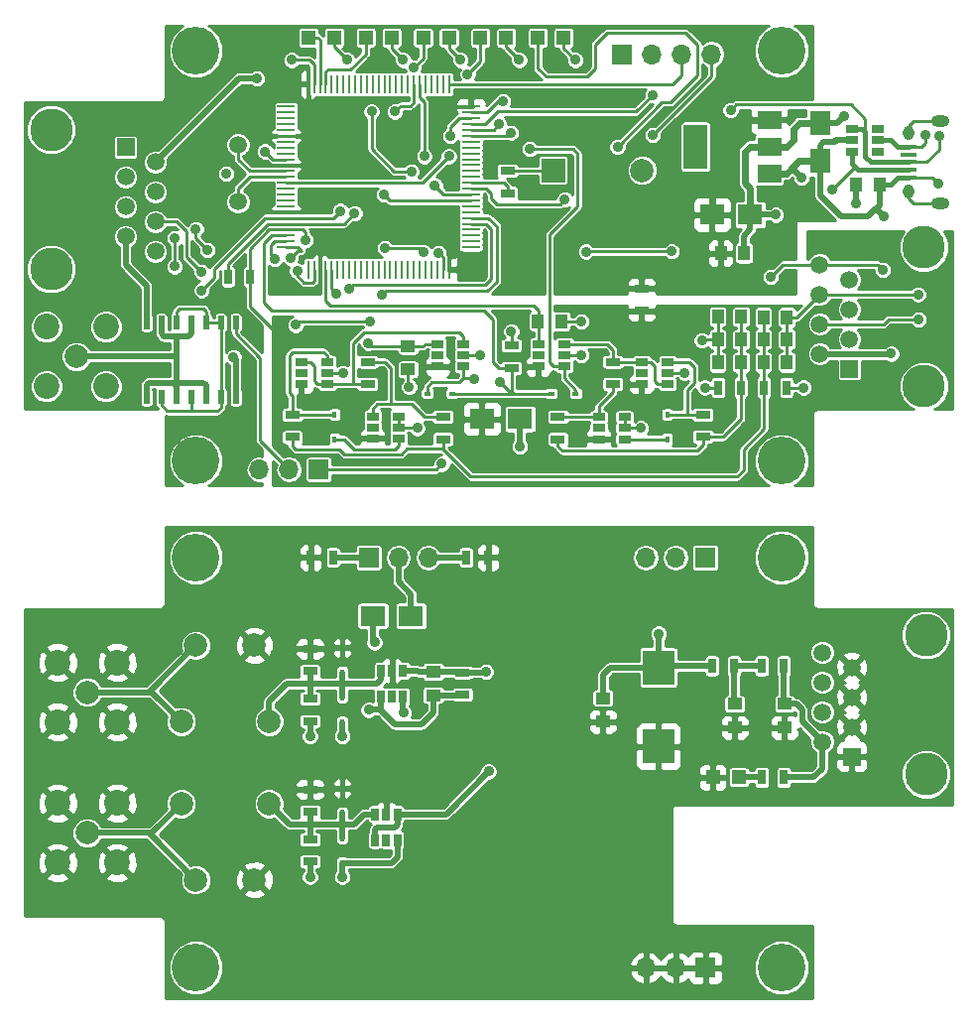
<source format=gtl>
G04 #@! TF.FileFunction,Copper,L1,Top,Signal*
%FSLAX46Y46*%
G04 Gerber Fmt 4.6, Leading zero omitted, Abs format (unit mm)*
G04 Created by KiCad (PCBNEW 4.0.6) date Fri Apr 28 14:46:48 2017*
%MOMM*%
%LPD*%
G01*
G04 APERTURE LIST*
%ADD10C,0.100000*%
%ADD11R,1.500000X0.280000*%
%ADD12R,0.280000X1.500000*%
%ADD13C,4.064000*%
%ADD14R,2.000000X2.000000*%
%ADD15C,2.000000*%
%ADD16R,1.000000X1.250000*%
%ADD17R,1.800000X2.150000*%
%ADD18R,1.250000X1.000000*%
%ADD19R,2.150000X1.800000*%
%ADD20R,0.450000X0.600000*%
%ADD21R,0.600000X0.450000*%
%ADD22R,1.060000X0.650000*%
%ADD23R,1.200000X1.200000*%
%ADD24C,3.650000*%
%ADD25R,1.500000X1.500000*%
%ADD26C,1.500000*%
%ADD27R,1.700000X1.700000*%
%ADD28O,1.700000X1.700000*%
%ADD29R,1.300000X0.700000*%
%ADD30R,0.700000X1.300000*%
%ADD31R,2.000000X3.800000*%
%ADD32R,2.000000X1.500000*%
%ADD33R,1.350000X0.400000*%
%ADD34O,0.950000X1.250000*%
%ADD35O,1.550000X1.000000*%
%ADD36C,2.200000*%
%ADD37R,0.508000X1.143000*%
%ADD38R,2.700000X2.950000*%
%ADD39R,0.650000X1.060000*%
%ADD40C,0.900000*%
%ADD41C,0.250000*%
%ADD42C,0.500000*%
%ADD43C,0.400000*%
%ADD44C,0.600000*%
%ADD45C,0.254000*%
G04 APERTURE END LIST*
D10*
D11*
X50450000Y-29525000D03*
X50450000Y-30025000D03*
X50450000Y-30525000D03*
X50450000Y-31025000D03*
X50450000Y-31525000D03*
X50450000Y-32025000D03*
X50450000Y-32525000D03*
X50450000Y-33025000D03*
X50450000Y-33525000D03*
X50450000Y-34025000D03*
X50450000Y-34525000D03*
X50450000Y-35025000D03*
X50450000Y-35525000D03*
X50450000Y-36025000D03*
X50450000Y-36525000D03*
X50450000Y-37025000D03*
X50450000Y-37525000D03*
X50450000Y-38025000D03*
X50450000Y-38525000D03*
X50450000Y-39025000D03*
X50450000Y-39525000D03*
X50450000Y-40025000D03*
X50450000Y-40525000D03*
X50450000Y-41025000D03*
X50450000Y-41525000D03*
D12*
X52350000Y-43425000D03*
X52850000Y-43425000D03*
X53350000Y-43425000D03*
X53850000Y-43425000D03*
X54350000Y-43425000D03*
X54850000Y-43425000D03*
X55350000Y-43425000D03*
X55850000Y-43425000D03*
X56350000Y-43425000D03*
X56850000Y-43425000D03*
X57350000Y-43425000D03*
X57850000Y-43425000D03*
X58350000Y-43425000D03*
X58850000Y-43425000D03*
X59350000Y-43425000D03*
X59850000Y-43425000D03*
X60350000Y-43425000D03*
X60850000Y-43425000D03*
X61350000Y-43425000D03*
X61850000Y-43425000D03*
X62350000Y-43425000D03*
X62850000Y-43425000D03*
X63350000Y-43425000D03*
X63850000Y-43425000D03*
X64350000Y-43425000D03*
D11*
X66250000Y-41525000D03*
X66250000Y-41025000D03*
X66250000Y-40525000D03*
X66250000Y-40025000D03*
X66250000Y-39525000D03*
X66250000Y-39025000D03*
X66250000Y-38525000D03*
X66250000Y-38025000D03*
X66250000Y-37525000D03*
X66250000Y-37025000D03*
X66250000Y-36525000D03*
X66250000Y-36025000D03*
X66250000Y-35525000D03*
X66250000Y-35025000D03*
X66250000Y-34525000D03*
X66250000Y-34025000D03*
X66250000Y-33525000D03*
X66250000Y-33025000D03*
X66250000Y-32525000D03*
X66250000Y-32025000D03*
X66250000Y-31525000D03*
X66250000Y-31025000D03*
X66250000Y-30525000D03*
X66250000Y-30025000D03*
X66250000Y-29525000D03*
D12*
X64350000Y-27625000D03*
X63850000Y-27625000D03*
X63350000Y-27625000D03*
X62850000Y-27625000D03*
X62350000Y-27625000D03*
X61850000Y-27625000D03*
X61350000Y-27625000D03*
X60850000Y-27625000D03*
X60350000Y-27625000D03*
X59850000Y-27625000D03*
X59350000Y-27625000D03*
X58850000Y-27625000D03*
X58350000Y-27625000D03*
X57850000Y-27625000D03*
X57350000Y-27625000D03*
X56850000Y-27625000D03*
X56350000Y-27625000D03*
X55850000Y-27625000D03*
X55350000Y-27625000D03*
X54850000Y-27625000D03*
X54350000Y-27625000D03*
X53850000Y-27625000D03*
X53350000Y-27625000D03*
X52850000Y-27625000D03*
X52350000Y-27625000D03*
D13*
X92750000Y-59750000D03*
X42750000Y-59750000D03*
X92750000Y-24750000D03*
D14*
X73250000Y-34950000D03*
D15*
X80850000Y-34950000D03*
D16*
X101100000Y-36150000D03*
X99100000Y-36150000D03*
D17*
X96050000Y-34175000D03*
X96050000Y-30925000D03*
D16*
X87550000Y-42050000D03*
X89550000Y-42050000D03*
X71950000Y-47850000D03*
X73950000Y-47850000D03*
D18*
X60875000Y-49950000D03*
X60875000Y-51950000D03*
D19*
X67175000Y-56175000D03*
X70425000Y-56175000D03*
X86825000Y-38750000D03*
X90075000Y-38750000D03*
D20*
X83000000Y-55800000D03*
X83000000Y-57900000D03*
X54600000Y-55800000D03*
X54600000Y-57900000D03*
D21*
X73075000Y-54000000D03*
X75175000Y-54000000D03*
D22*
X101000000Y-33350000D03*
X101000000Y-32400000D03*
X101000000Y-31450000D03*
X98800000Y-31450000D03*
X98800000Y-33350000D03*
X98800000Y-32400000D03*
D21*
X64625000Y-54000000D03*
X62525000Y-54000000D03*
D23*
X57250000Y-23650000D03*
X59450000Y-23650000D03*
X62150000Y-23650000D03*
X64350000Y-23650000D03*
X67050000Y-23650000D03*
X69250000Y-23650000D03*
X71950000Y-23650000D03*
X74150000Y-23650000D03*
X52350000Y-23650000D03*
X54550000Y-23650000D03*
D24*
X30400000Y-43380000D03*
X30400000Y-31510000D03*
D25*
X36750000Y-33000000D03*
D26*
X39290000Y-34270000D03*
X36750000Y-35540000D03*
X39290000Y-36810000D03*
X36750000Y-38080000D03*
X39290000Y-39350000D03*
X36750000Y-40620000D03*
X39290000Y-41890000D03*
D27*
X79150000Y-25050000D03*
D28*
X81690000Y-25050000D03*
X84230000Y-25050000D03*
X86770000Y-25050000D03*
D29*
X80800000Y-46950000D03*
X80800000Y-45050000D03*
X73650000Y-56000000D03*
X73650000Y-57900000D03*
X63850000Y-56000000D03*
X63850000Y-57900000D03*
X86050000Y-55800000D03*
X86050000Y-57700000D03*
X51000000Y-55825000D03*
X51000000Y-57725000D03*
X78350000Y-51300000D03*
X78350000Y-53200000D03*
X57425000Y-53200000D03*
X57425000Y-51300000D03*
X69700000Y-49925000D03*
X69700000Y-51825000D03*
D30*
X45500000Y-44050000D03*
X47400000Y-44050000D03*
D29*
X69350000Y-36900000D03*
X69350000Y-35000000D03*
D22*
X79350000Y-57900000D03*
X79350000Y-56950000D03*
X79350000Y-56000000D03*
X77150000Y-56000000D03*
X77150000Y-57900000D03*
X77150000Y-56950000D03*
X60050000Y-57850000D03*
X60050000Y-56900000D03*
X60050000Y-55950000D03*
X57850000Y-55950000D03*
X57850000Y-57850000D03*
X57850000Y-56900000D03*
D31*
X85400000Y-32950000D03*
D32*
X91700000Y-32950000D03*
X91700000Y-30650000D03*
X91700000Y-35250000D03*
D22*
X83000000Y-53200000D03*
X83000000Y-52250000D03*
X83000000Y-51300000D03*
X80800000Y-51300000D03*
X80800000Y-53200000D03*
X80800000Y-52250000D03*
X53950000Y-53200000D03*
X53950000Y-52250000D03*
X53950000Y-51300000D03*
X51750000Y-51300000D03*
X51750000Y-53200000D03*
X51750000Y-52250000D03*
X74200000Y-51700000D03*
X74200000Y-50750000D03*
X74200000Y-49800000D03*
X72000000Y-49800000D03*
X72000000Y-51700000D03*
X72000000Y-50750000D03*
X65600000Y-51700000D03*
X65600000Y-50750000D03*
X65600000Y-49800000D03*
X63400000Y-49800000D03*
X63400000Y-51700000D03*
X63400000Y-50750000D03*
D26*
X46350000Y-32775000D03*
X46350000Y-37655000D03*
D13*
X42750000Y-24750000D03*
D16*
X89300000Y-51350000D03*
X87300000Y-51350000D03*
X89300000Y-49400000D03*
X87300000Y-49400000D03*
X89300000Y-47450000D03*
X87300000Y-47450000D03*
X91200000Y-47500000D03*
X93200000Y-47500000D03*
X91200000Y-49400000D03*
X93200000Y-49400000D03*
X91200000Y-51350000D03*
X93200000Y-51350000D03*
D24*
X104900000Y-41520000D03*
X104900000Y-53390000D03*
D25*
X98550000Y-51900000D03*
D26*
X96010000Y-50630000D03*
X98550000Y-49360000D03*
X96010000Y-48090000D03*
X98550000Y-46820000D03*
X96010000Y-45550000D03*
X98550000Y-44280000D03*
X96010000Y-43010000D03*
D33*
X103600000Y-35550000D03*
X103600000Y-34900000D03*
X103600000Y-34250000D03*
X103600000Y-33600000D03*
X103600000Y-32950000D03*
D34*
X103600000Y-36750000D03*
X103600000Y-31750000D03*
D35*
X106300000Y-37750000D03*
X106300000Y-30750000D03*
D30*
X89250000Y-53500000D03*
X87350000Y-53500000D03*
X93150000Y-53500000D03*
X91250000Y-53500000D03*
D36*
X30010000Y-53390000D03*
X30010000Y-48310000D03*
X35090000Y-48310000D03*
X35090000Y-53390000D03*
D15*
X32550000Y-50850000D03*
D37*
X46160000Y-47948000D03*
X44890000Y-47948000D03*
X43620000Y-47948000D03*
X42350000Y-47948000D03*
X41080000Y-47948000D03*
X39810000Y-47948000D03*
X38540000Y-47948000D03*
X38540000Y-54298000D03*
X39810000Y-54298000D03*
X42350000Y-54298000D03*
X43620000Y-54298000D03*
X44890000Y-54298000D03*
X46160000Y-54298000D03*
X41080000Y-54298000D03*
D27*
X53250000Y-60500000D03*
D28*
X50710000Y-60500000D03*
X48170000Y-60500000D03*
D13*
X92750000Y-103000000D03*
X92750000Y-68000000D03*
X42750000Y-103000000D03*
D15*
X49000000Y-89000000D03*
X41500000Y-89000000D03*
X49000000Y-82000000D03*
X41500000Y-82000000D03*
D19*
X57875000Y-73000000D03*
X61125000Y-73000000D03*
D38*
X82250000Y-77375000D03*
X82250000Y-84125000D03*
D18*
X77500000Y-80000000D03*
X77500000Y-82000000D03*
X88750000Y-80500000D03*
X88750000Y-82500000D03*
X93000000Y-80500000D03*
X93000000Y-82500000D03*
X63000000Y-77750000D03*
X63000000Y-79750000D03*
D20*
X55250000Y-94050000D03*
X55250000Y-91950000D03*
X55250000Y-89800000D03*
X55250000Y-87700000D03*
X55250000Y-82050000D03*
X55250000Y-79950000D03*
X55250000Y-77800000D03*
X55250000Y-75700000D03*
D23*
X89100000Y-86750000D03*
X86900000Y-86750000D03*
D36*
X30960000Y-94040000D03*
X30960000Y-88960000D03*
X36040000Y-88960000D03*
X36040000Y-94040000D03*
D15*
X33500000Y-91500000D03*
D36*
X30960000Y-82040000D03*
X30960000Y-76960000D03*
X36040000Y-76960000D03*
X36040000Y-82040000D03*
D15*
X33500000Y-79500000D03*
D27*
X86250000Y-68000000D03*
D28*
X83710000Y-68000000D03*
X81170000Y-68000000D03*
D27*
X86250000Y-103000000D03*
D28*
X83710000Y-103000000D03*
X81170000Y-103000000D03*
D24*
X105100000Y-74620000D03*
X105100000Y-86490000D03*
D25*
X98750000Y-85000000D03*
D26*
X96210000Y-83730000D03*
X98750000Y-82460000D03*
X96210000Y-81190000D03*
X98750000Y-79920000D03*
X96210000Y-78650000D03*
X98750000Y-77380000D03*
X96210000Y-76110000D03*
D27*
X57500000Y-68000000D03*
D28*
X60040000Y-68000000D03*
X62580000Y-68000000D03*
D30*
X91050000Y-77250000D03*
X92950000Y-77250000D03*
D15*
X42750000Y-95500000D03*
X47750000Y-95500000D03*
X42750000Y-75500000D03*
X47750000Y-75500000D03*
D29*
X52500000Y-93950000D03*
X52500000Y-92050000D03*
X52500000Y-89700000D03*
X52500000Y-87800000D03*
X52500000Y-81950000D03*
X52500000Y-80050000D03*
X52500000Y-77700000D03*
X52500000Y-75800000D03*
D30*
X65800000Y-68000000D03*
X67700000Y-68000000D03*
D29*
X65500000Y-77800000D03*
X65500000Y-79700000D03*
D30*
X54450000Y-68000000D03*
X52550000Y-68000000D03*
X88700000Y-77250000D03*
X86800000Y-77250000D03*
X92950000Y-86750000D03*
X91050000Y-86750000D03*
D39*
X59950000Y-89900000D03*
X59000000Y-89900000D03*
X58050000Y-89900000D03*
X58050000Y-92100000D03*
X59950000Y-92100000D03*
X59000000Y-92100000D03*
X60450000Y-77650000D03*
X59500000Y-77650000D03*
X58550000Y-77650000D03*
X58550000Y-79850000D03*
X60450000Y-79850000D03*
X59500000Y-79850000D03*
D13*
X42750000Y-68000000D03*
D40*
X51400000Y-43525000D03*
X42750000Y-40000000D03*
X43750000Y-41750000D03*
X99100000Y-37750000D03*
X98050000Y-30350000D03*
X105000000Y-31950000D03*
X68950000Y-29050000D03*
X48650000Y-33350000D03*
X92250000Y-38750000D03*
X50950000Y-25550000D03*
X45350000Y-35250000D03*
X73900000Y-44975000D03*
X72000000Y-44975000D03*
X69200000Y-44975000D03*
X67000000Y-43900000D03*
X56800000Y-41525000D03*
X64775000Y-42075000D03*
X52300000Y-29725000D03*
X52200000Y-32025000D03*
X64500000Y-30025000D03*
X52200000Y-34525000D03*
X52200000Y-38125000D03*
X45975000Y-50925000D03*
X47950000Y-27100000D03*
X94450000Y-35600000D03*
X101450000Y-38900000D03*
X102100000Y-50600000D03*
X106150000Y-36100000D03*
X82250000Y-74500000D03*
X60500000Y-81250000D03*
X55250000Y-95250000D03*
X55250000Y-83250000D03*
X52500000Y-83250000D03*
X52500000Y-95250000D03*
X55300000Y-52250000D03*
X43250000Y-45200000D03*
X70400000Y-58550000D03*
X86200000Y-53500000D03*
X84500000Y-52250000D03*
X94600000Y-53500000D03*
X69675000Y-48700000D03*
X60950000Y-53450000D03*
X61650000Y-56950000D03*
X66975000Y-50750000D03*
X75650000Y-47850000D03*
X75650000Y-50750000D03*
X80750000Y-56950000D03*
X55100000Y-38425000D03*
X54750000Y-45500000D03*
X57475000Y-49700000D03*
X56300000Y-38625000D03*
X63475000Y-42000000D03*
X64500000Y-32025000D03*
X51950000Y-54650000D03*
X49750000Y-54650000D03*
X102400000Y-44100000D03*
X52100000Y-40925000D03*
X63750000Y-60000000D03*
X68750000Y-53000000D03*
X71250000Y-33150000D03*
X62250000Y-33750000D03*
X68650000Y-31050000D03*
X88400000Y-29850000D03*
X106200000Y-32000000D03*
X97050000Y-36600000D03*
X69650000Y-31750000D03*
X59750000Y-29950000D03*
X66550000Y-52750000D03*
X60450000Y-25550000D03*
X58800000Y-37050000D03*
X61350000Y-26200000D03*
X65350000Y-25550000D03*
X63150000Y-36250000D03*
X61150000Y-35050000D03*
X57750000Y-29950000D03*
X65950000Y-26750000D03*
X70350000Y-25550000D03*
X78750000Y-32950000D03*
X74250000Y-37450000D03*
X75150000Y-25550000D03*
X55650000Y-25550000D03*
X40950000Y-40750000D03*
X40950000Y-43150000D03*
X51250000Y-48150000D03*
X57650000Y-47850000D03*
X58650000Y-45550000D03*
X43250000Y-43650000D03*
X55850000Y-45050000D03*
X49475000Y-42550000D03*
X81750000Y-28550000D03*
X81750000Y-31950000D03*
X64350000Y-33750000D03*
X104450000Y-47700000D03*
X85950000Y-49450000D03*
X104400000Y-45550000D03*
X50825000Y-42425000D03*
X58900000Y-41600000D03*
X76050000Y-41900000D03*
X83375000Y-41875000D03*
X91825000Y-44050000D03*
X62225000Y-41975000D03*
X101400000Y-43450000D03*
X58000000Y-75250000D03*
X57500000Y-81000000D03*
X67750000Y-86250000D03*
X67500000Y-77750000D03*
D41*
X69350000Y-35000000D02*
X73200000Y-35000000D01*
X73200000Y-35000000D02*
X73250000Y-34950000D01*
X52850000Y-44400000D02*
X52725000Y-44525000D01*
X52725000Y-44525000D02*
X51975000Y-44525000D01*
X51975000Y-44525000D02*
X51400000Y-43950000D01*
X51400000Y-43950000D02*
X51400000Y-43525000D01*
X52850000Y-43425000D02*
X52850000Y-44400000D01*
X42750000Y-40750000D02*
X42750000Y-40000000D01*
X43750000Y-41750000D02*
X42750000Y-40750000D01*
D42*
X38540000Y-47948000D02*
X38540000Y-44790000D01*
X36750000Y-43000000D02*
X36750000Y-40620000D01*
X38540000Y-44790000D02*
X36750000Y-43000000D01*
D43*
X103600000Y-32950000D02*
X102650000Y-32950000D01*
X102100000Y-32400000D02*
X101000000Y-32400000D01*
X102650000Y-32950000D02*
X102100000Y-32400000D01*
D42*
X99100000Y-36150000D02*
X99100000Y-37750000D01*
X96050000Y-30925000D02*
X97475000Y-30925000D01*
X97475000Y-30925000D02*
X98050000Y-30350000D01*
D41*
X103600000Y-32950000D02*
X104700000Y-32950000D01*
X105000000Y-32650000D02*
X105000000Y-31950000D01*
X104700000Y-32950000D02*
X105000000Y-32650000D01*
X68550000Y-29050000D02*
X68950000Y-29050000D01*
X67575000Y-30025000D02*
X68550000Y-29050000D01*
X66250000Y-30025000D02*
X67575000Y-30025000D01*
X50450000Y-34025000D02*
X49325000Y-34025000D01*
X49325000Y-34025000D02*
X48650000Y-33350000D01*
D42*
X90075000Y-38750000D02*
X92250000Y-38750000D01*
X90075000Y-38750000D02*
X90075000Y-40025000D01*
X89550000Y-40550000D02*
X89550000Y-42050000D01*
X90075000Y-40025000D02*
X89550000Y-40550000D01*
D41*
X52850000Y-27625000D02*
X52850000Y-25950000D01*
X52450000Y-25550000D02*
X50950000Y-25550000D01*
X52850000Y-25950000D02*
X52450000Y-25550000D01*
D44*
X90075000Y-38750000D02*
X90075000Y-36475000D01*
X90050000Y-32950000D02*
X91700000Y-32950000D01*
X89650000Y-33350000D02*
X90050000Y-32950000D01*
X89650000Y-36050000D02*
X89650000Y-33350000D01*
X90075000Y-36475000D02*
X89650000Y-36050000D01*
X91700000Y-32950000D02*
X93150000Y-32950000D01*
X94275000Y-30925000D02*
X96050000Y-30925000D01*
X93750000Y-31450000D02*
X94275000Y-30925000D01*
X93750000Y-32350000D02*
X93750000Y-31450000D01*
X93150000Y-32950000D02*
X93750000Y-32350000D01*
D42*
X52600000Y-87700000D02*
X52500000Y-87800000D01*
D41*
X64775000Y-42075000D02*
X65175000Y-42075000D01*
X69200000Y-44975000D02*
X72000000Y-44975000D01*
X65175000Y-42075000D02*
X67000000Y-43900000D01*
X53350000Y-43425000D02*
X53350000Y-42300000D01*
X54125000Y-41525000D02*
X56800000Y-41525000D01*
X53350000Y-42300000D02*
X54125000Y-41525000D01*
X64350000Y-43425000D02*
X64350000Y-42500000D01*
X64350000Y-42500000D02*
X64775000Y-42075000D01*
X52350000Y-27625000D02*
X52350000Y-29675000D01*
X52350000Y-29675000D02*
X52300000Y-29725000D01*
X50450000Y-32025000D02*
X52200000Y-32025000D01*
D44*
X86825000Y-38750000D02*
X86825000Y-36475000D01*
X89550000Y-30650000D02*
X91700000Y-30650000D01*
X88550000Y-31650000D02*
X89550000Y-30650000D01*
X88550000Y-34750000D02*
X88550000Y-31650000D01*
X86825000Y-36475000D02*
X88550000Y-34750000D01*
D41*
X66250000Y-29525000D02*
X65000000Y-29525000D01*
X65000000Y-29525000D02*
X64500000Y-30025000D01*
X50450000Y-34525000D02*
X52200000Y-34525000D01*
X50450000Y-38525000D02*
X51800000Y-38525000D01*
X51800000Y-38525000D02*
X52200000Y-38125000D01*
D42*
X46160000Y-54298000D02*
X46160000Y-51110000D01*
X46160000Y-51110000D02*
X45975000Y-50925000D01*
X46450000Y-27100000D02*
X47950000Y-27100000D01*
X39290000Y-34260000D02*
X46450000Y-27100000D01*
X93750000Y-34900000D02*
X93750000Y-34650000D01*
X93625000Y-34775000D02*
X93750000Y-34900000D01*
X94450000Y-35600000D02*
X93625000Y-34775000D01*
X39290000Y-34270000D02*
X39290000Y-34260000D01*
X96050000Y-37100000D02*
X96050000Y-34175000D01*
X100750000Y-38300000D02*
X100150000Y-38900000D01*
X100150000Y-38900000D02*
X97850000Y-38900000D01*
X97850000Y-38900000D02*
X96050000Y-37100000D01*
X96010000Y-50630000D02*
X102070000Y-50630000D01*
X100850000Y-38300000D02*
X100750000Y-38300000D01*
X101450000Y-38900000D02*
X100850000Y-38300000D01*
X102070000Y-50630000D02*
X102100000Y-50600000D01*
X101100000Y-36150000D02*
X101100000Y-37950000D01*
X101100000Y-37950000D02*
X100750000Y-38300000D01*
X98800000Y-32400000D02*
X97450000Y-32400000D01*
X97450000Y-32400000D02*
X97300000Y-32550000D01*
X97300000Y-32550000D02*
X96350000Y-32550000D01*
X96350000Y-32550000D02*
X96050000Y-32850000D01*
X96050000Y-32850000D02*
X96050000Y-34175000D01*
D43*
X103600000Y-35550000D02*
X102650000Y-35550000D01*
X102050000Y-36150000D02*
X101100000Y-36150000D01*
X102650000Y-35550000D02*
X102050000Y-36150000D01*
D41*
X103600000Y-35550000D02*
X105600000Y-35550000D01*
X105600000Y-35550000D02*
X106150000Y-36100000D01*
D44*
X91700000Y-35250000D02*
X93150000Y-35250000D01*
X93150000Y-35250000D02*
X93750000Y-34650000D01*
X93750000Y-34650000D02*
X94225000Y-34175000D01*
X94225000Y-34175000D02*
X96050000Y-34175000D01*
D42*
X59950000Y-92100000D02*
X59950000Y-93550000D01*
X59450000Y-94050000D02*
X55250000Y-94050000D01*
X59950000Y-93550000D02*
X59450000Y-94050000D01*
X82250000Y-77375000D02*
X82250000Y-74500000D01*
X82250000Y-77375000D02*
X78125000Y-77375000D01*
X77500000Y-78000000D02*
X77500000Y-80000000D01*
X78125000Y-77375000D02*
X77500000Y-78000000D01*
X60450000Y-79850000D02*
X60450000Y-81200000D01*
X60450000Y-81200000D02*
X60500000Y-81250000D01*
X55250000Y-94050000D02*
X55250000Y-95250000D01*
X55250000Y-82050000D02*
X55250000Y-83250000D01*
X52500000Y-81950000D02*
X52500000Y-83250000D01*
X52500000Y-93950000D02*
X52500000Y-95250000D01*
X52600000Y-94050000D02*
X52500000Y-93950000D01*
X86800000Y-77250000D02*
X82375000Y-77250000D01*
X82375000Y-77250000D02*
X82250000Y-77375000D01*
D41*
X61200000Y-46500000D02*
X54225000Y-46500000D01*
X71550000Y-46500000D02*
X61200000Y-46500000D01*
X72000000Y-46950000D02*
X71550000Y-46500000D01*
X72000000Y-47900000D02*
X72000000Y-46950000D01*
X53850000Y-46125000D02*
X53850000Y-43425000D01*
X54225000Y-46500000D02*
X53850000Y-46125000D01*
X72000000Y-49800000D02*
X72000000Y-47900000D01*
X53950000Y-52250000D02*
X55300000Y-52250000D01*
X50450000Y-39025000D02*
X48675000Y-39025000D01*
X44350000Y-44100000D02*
X43250000Y-45200000D01*
X44350000Y-43350000D02*
X44350000Y-44100000D01*
X48675000Y-39025000D02*
X44350000Y-43350000D01*
D42*
X70425000Y-56175000D02*
X70425000Y-58525000D01*
X70425000Y-58525000D02*
X70400000Y-58550000D01*
D41*
X87350000Y-53500000D02*
X86200000Y-53500000D01*
X83000000Y-52250000D02*
X84500000Y-52250000D01*
X93150000Y-53500000D02*
X94600000Y-53500000D01*
X69700000Y-48725000D02*
X69675000Y-48700000D01*
X69700000Y-49925000D02*
X69700000Y-48725000D01*
X60875000Y-51950000D02*
X60875000Y-53375000D01*
X60875000Y-53375000D02*
X60950000Y-53450000D01*
X60050000Y-56900000D02*
X61600000Y-56900000D01*
X61600000Y-56900000D02*
X61650000Y-56950000D01*
X60050000Y-55950000D02*
X60050000Y-56900000D01*
X65600000Y-50750000D02*
X66975000Y-50750000D01*
X73950000Y-47850000D02*
X75650000Y-47850000D01*
X74200000Y-50750000D02*
X75650000Y-50750000D01*
X79350000Y-56950000D02*
X80750000Y-56950000D01*
X79350000Y-56000000D02*
X79350000Y-56950000D01*
X50450000Y-39025000D02*
X54500000Y-39025000D01*
X54500000Y-39025000D02*
X55100000Y-38425000D01*
X60875000Y-49950000D02*
X57725000Y-49950000D01*
X54350000Y-45100000D02*
X54350000Y-43425000D01*
X54750000Y-45500000D02*
X54350000Y-45100000D01*
X57725000Y-49950000D02*
X57475000Y-49700000D01*
X60875000Y-49950000D02*
X62150000Y-49950000D01*
X62300000Y-49800000D02*
X63400000Y-49800000D01*
X62150000Y-49950000D02*
X62300000Y-49800000D01*
X50450000Y-39525000D02*
X48888602Y-39525000D01*
X45500000Y-42913602D02*
X45500000Y-44050000D01*
X48888602Y-39525000D02*
X45500000Y-42913602D01*
X50450000Y-39525000D02*
X55400000Y-39525000D01*
X55400000Y-39525000D02*
X56300000Y-38625000D01*
X63850000Y-43425000D02*
X63850000Y-42375000D01*
X63850000Y-42375000D02*
X63475000Y-42000000D01*
X66250000Y-30525000D02*
X65200000Y-30525000D01*
X64500000Y-31225000D02*
X64500000Y-32025000D01*
X65200000Y-30525000D02*
X64500000Y-31225000D01*
X50450000Y-35025000D02*
X47350000Y-35025000D01*
X46350000Y-34025000D02*
X46350000Y-32775000D01*
X47350000Y-35025000D02*
X46350000Y-34025000D01*
X50450000Y-35525000D02*
X47350000Y-35525000D01*
X46350000Y-36525000D02*
X46350000Y-37655000D01*
X47350000Y-35525000D02*
X46350000Y-36525000D01*
X51750000Y-54450000D02*
X51950000Y-54650000D01*
X51750000Y-54450000D02*
X51750000Y-53200000D01*
X47400000Y-44050000D02*
X47400000Y-46600000D01*
X47400000Y-46600000D02*
X49750000Y-48950000D01*
X49750000Y-48950000D02*
X49750000Y-54650000D01*
X50450000Y-40025000D02*
X49025000Y-40025000D01*
X47400000Y-41650000D02*
X47400000Y-44050000D01*
X49025000Y-40025000D02*
X47400000Y-41650000D01*
X50450000Y-40025000D02*
X51900000Y-40025000D01*
X52100000Y-40225000D02*
X52100000Y-40925000D01*
X51900000Y-40025000D02*
X52100000Y-40225000D01*
X84675000Y-55800000D02*
X86050000Y-55800000D01*
X83000000Y-51300000D02*
X84850000Y-51300000D01*
X84675000Y-53725000D02*
X84675000Y-55800000D01*
X85300000Y-53100000D02*
X84675000Y-53725000D01*
X85300000Y-51750000D02*
X85300000Y-53100000D01*
X84850000Y-51300000D02*
X85300000Y-51750000D01*
X83000000Y-55800000D02*
X84675000Y-55800000D01*
X79350000Y-57900000D02*
X83000000Y-57900000D01*
X54600000Y-55800000D02*
X51025000Y-55800000D01*
X51000000Y-55825000D02*
X51000000Y-54225000D01*
X51000000Y-54225000D02*
X50725000Y-53950000D01*
X50725000Y-53950000D02*
X50725000Y-50725000D01*
X50725000Y-50725000D02*
X51000000Y-50450000D01*
X51000000Y-50450000D02*
X53625000Y-50450000D01*
X53625000Y-50450000D02*
X53950000Y-50775000D01*
X53950000Y-50775000D02*
X53950000Y-51300000D01*
X51025000Y-55800000D02*
X51000000Y-55825000D01*
X54600000Y-57900000D02*
X55400000Y-57900000D01*
X60050000Y-58450000D02*
X60050000Y-57850000D01*
X59750000Y-58750000D02*
X60050000Y-58450000D01*
X56250000Y-58750000D02*
X59750000Y-58750000D01*
X55400000Y-57900000D02*
X56250000Y-58750000D01*
X63750000Y-60000000D02*
X63250000Y-60500000D01*
X53250000Y-60500000D02*
X63250000Y-60500000D01*
X69750000Y-54000000D02*
X69875000Y-54000000D01*
X68750000Y-53000000D02*
X69750000Y-54000000D01*
X67350000Y-46950002D02*
X67350002Y-46950002D01*
X49200000Y-40525000D02*
X48525000Y-41200000D01*
X48525000Y-41200000D02*
X48525000Y-46250000D01*
X48525000Y-46250000D02*
X49225002Y-46950002D01*
X49225002Y-46950002D02*
X56550002Y-46950002D01*
X67350000Y-46950002D02*
X56550002Y-46950002D01*
X50450000Y-40525000D02*
X49200000Y-40525000D01*
X68600000Y-51825000D02*
X69700000Y-51825000D01*
X68125000Y-51350000D02*
X68600000Y-51825000D01*
X68125000Y-47725000D02*
X68125000Y-51350000D01*
X67350002Y-46950002D02*
X68125000Y-47725000D01*
X69700000Y-51825000D02*
X69700000Y-53825000D01*
X69700000Y-53825000D02*
X69875000Y-54000000D01*
X73075000Y-54000000D02*
X69875000Y-54000000D01*
X69875000Y-54000000D02*
X65250000Y-54000000D01*
X65250000Y-54000000D02*
X64625000Y-54000000D01*
X72950000Y-40450000D02*
X75350000Y-38050000D01*
X75350000Y-38050000D02*
X75350000Y-33550000D01*
X75350000Y-33550000D02*
X74950000Y-33150000D01*
X74950000Y-33150000D02*
X71250000Y-33150000D01*
X62250000Y-33750000D02*
X62250000Y-29750000D01*
X62250000Y-29750000D02*
X62250000Y-29150000D01*
X62250000Y-29150000D02*
X61850000Y-28750000D01*
X61850000Y-27625000D02*
X61850000Y-28750000D01*
X73300000Y-51700000D02*
X74200000Y-51700000D01*
X72950000Y-51350000D02*
X72950000Y-44550000D01*
X73300000Y-51700000D02*
X72950000Y-51350000D01*
X72950000Y-44550000D02*
X72950000Y-40450000D01*
X75175000Y-54000000D02*
X75175000Y-53675000D01*
X74200000Y-52700000D02*
X74200000Y-51700000D01*
X75175000Y-53675000D02*
X74200000Y-52700000D01*
X74150000Y-51750000D02*
X74200000Y-51700000D01*
X66250000Y-31525000D02*
X68175000Y-31525000D01*
X68175000Y-31525000D02*
X68650000Y-31050000D01*
X99900000Y-30550000D02*
X98700000Y-29350000D01*
X98700000Y-29350000D02*
X88900000Y-29350000D01*
X88900000Y-29350000D02*
X88400000Y-29850000D01*
X99900000Y-30550000D02*
X99900000Y-31700000D01*
D43*
X103600000Y-34250000D02*
X100350000Y-34250000D01*
X100350000Y-34250000D02*
X99900000Y-33800000D01*
X99900000Y-33800000D02*
X99900000Y-31700000D01*
X99650000Y-31450000D02*
X98800000Y-31450000D01*
X99900000Y-31700000D02*
X99650000Y-31450000D01*
D41*
X103600000Y-34250000D02*
X105150000Y-34250000D01*
X106200000Y-33200000D02*
X106200000Y-32000000D01*
X105150000Y-34250000D02*
X106200000Y-33200000D01*
X99025000Y-34625000D02*
X97050000Y-36600000D01*
X69375000Y-32025000D02*
X69650000Y-31750000D01*
X69375000Y-32025000D02*
X66250000Y-32025000D01*
D43*
X103600000Y-34900000D02*
X99300000Y-34900000D01*
X98800000Y-34400000D02*
X98800000Y-33350000D01*
X99300000Y-34900000D02*
X99025000Y-34625000D01*
X99025000Y-34625000D02*
X98800000Y-34400000D01*
D41*
X65600000Y-52725000D02*
X66525000Y-52725000D01*
X61350000Y-29150000D02*
X61350000Y-27625000D01*
X61050000Y-29450000D02*
X61350000Y-29150000D01*
X60250000Y-29450000D02*
X61050000Y-29450000D01*
X59750000Y-29950000D02*
X60250000Y-29450000D01*
X66525000Y-52725000D02*
X66550000Y-52750000D01*
X62525000Y-54000000D02*
X62525000Y-53425000D01*
X65600000Y-52725000D02*
X65600000Y-51700000D01*
X65275000Y-53050000D02*
X65600000Y-52725000D01*
X62900000Y-53050000D02*
X65275000Y-53050000D01*
X62525000Y-53425000D02*
X62900000Y-53050000D01*
D42*
X89100000Y-86750000D02*
X91050000Y-86750000D01*
D41*
X53850000Y-27625000D02*
X53850000Y-26550000D01*
X57250000Y-25050000D02*
X57250000Y-23650000D01*
X55950000Y-26350000D02*
X57250000Y-25050000D01*
X54050000Y-26350000D02*
X55950000Y-26350000D01*
X53850000Y-26550000D02*
X54050000Y-26350000D01*
X59450000Y-23650000D02*
X59450000Y-24550000D01*
X59450000Y-24550000D02*
X60450000Y-25550000D01*
X62150000Y-23650000D02*
X62150000Y-25400000D01*
X59300000Y-37550000D02*
X66225000Y-37550000D01*
X59150000Y-37400000D02*
X59300000Y-37550000D01*
X58800000Y-37050000D02*
X59150000Y-37400000D01*
X62150000Y-25400000D02*
X61350000Y-26200000D01*
X66225000Y-37550000D02*
X66250000Y-37525000D01*
X64350000Y-23650000D02*
X64350000Y-24550000D01*
X64350000Y-24550000D02*
X65350000Y-25550000D01*
X67050000Y-23650000D02*
X67050000Y-25650000D01*
X63925000Y-37025000D02*
X66250000Y-37025000D01*
X63150000Y-36250000D02*
X63925000Y-37025000D01*
X59650000Y-35050000D02*
X61150000Y-35050000D01*
X57750000Y-33150000D02*
X59650000Y-35050000D01*
X57750000Y-29950000D02*
X57750000Y-33150000D01*
X67050000Y-25650000D02*
X65950000Y-26750000D01*
X69250000Y-23650000D02*
X69250000Y-24450000D01*
X69250000Y-24450000D02*
X70350000Y-25550000D01*
X78750000Y-32950000D02*
X82550000Y-29150000D01*
X67525000Y-36525000D02*
X67950000Y-36950000D01*
X67950000Y-36950000D02*
X67950000Y-37350000D01*
X67950000Y-37350000D02*
X68450000Y-37850000D01*
X68450000Y-37850000D02*
X73850000Y-37850000D01*
X73850000Y-37850000D02*
X74250000Y-37450000D01*
X82550000Y-29150000D02*
X83250000Y-29150000D01*
X83250000Y-29150000D02*
X85550000Y-26850000D01*
X85550000Y-26850000D02*
X85550000Y-24250000D01*
X85550000Y-24250000D02*
X84550000Y-23250000D01*
X84550000Y-23250000D02*
X77850000Y-23250000D01*
X77850000Y-23250000D02*
X76850000Y-24250000D01*
X76850000Y-24250000D02*
X76850000Y-26250000D01*
X76850000Y-26250000D02*
X76150000Y-26950000D01*
X76150000Y-26950000D02*
X72650000Y-26950000D01*
X72650000Y-26950000D02*
X71950000Y-26250000D01*
X71950000Y-23650000D02*
X71950000Y-26250000D01*
X67525000Y-36525000D02*
X66250000Y-36525000D01*
X74150000Y-23650000D02*
X74150000Y-24550000D01*
X74150000Y-24550000D02*
X75150000Y-25550000D01*
X53350000Y-27625000D02*
X53350000Y-23850000D01*
X53150000Y-23650000D02*
X52350000Y-23650000D01*
X53350000Y-23850000D02*
X53150000Y-23650000D01*
X54550000Y-23650000D02*
X54550000Y-24450000D01*
X54550000Y-24450000D02*
X55650000Y-25550000D01*
X66250000Y-39025000D02*
X67725000Y-39025000D01*
X40950000Y-43150000D02*
X40950000Y-40750000D01*
X51550000Y-47850000D02*
X51250000Y-48150000D01*
X57650000Y-47850000D02*
X51550000Y-47850000D01*
X58950000Y-45250000D02*
X58650000Y-45550000D01*
X67650000Y-45250000D02*
X58950000Y-45250000D01*
X68450000Y-44450000D02*
X67650000Y-45250000D01*
X68450000Y-39750000D02*
X68450000Y-44450000D01*
X67725000Y-39025000D02*
X68450000Y-39750000D01*
X66250000Y-39525000D02*
X67525000Y-39525000D01*
X41150000Y-39350000D02*
X39290000Y-39350000D01*
X41950000Y-40150000D02*
X41150000Y-39350000D01*
X41950000Y-42350000D02*
X41950000Y-40150000D01*
X43250000Y-43650000D02*
X41950000Y-42350000D01*
X56150000Y-44750000D02*
X55850000Y-45050000D01*
X67450000Y-44750000D02*
X56150000Y-44750000D01*
X67950000Y-44250000D02*
X67450000Y-44750000D01*
X67950000Y-39950000D02*
X67950000Y-44250000D01*
X67525000Y-39525000D02*
X67950000Y-39950000D01*
X49450000Y-41025000D02*
X49125000Y-41350000D01*
X49125000Y-41350000D02*
X49125000Y-42200000D01*
X49125000Y-42200000D02*
X49475000Y-42550000D01*
X49450000Y-41025000D02*
X50450000Y-41025000D01*
X66250000Y-31025000D02*
X67475000Y-31025000D01*
X80350000Y-29950000D02*
X81750000Y-28550000D01*
X68550000Y-29950000D02*
X80350000Y-29950000D01*
X67475000Y-31025000D02*
X68550000Y-29950000D01*
X64350000Y-27625000D02*
X83475000Y-27625000D01*
X84230000Y-26870000D02*
X84230000Y-25050000D01*
X83475000Y-27625000D02*
X84230000Y-26870000D01*
X50450000Y-36025000D02*
X62075000Y-36025000D01*
X86770000Y-26930000D02*
X86770000Y-25050000D01*
X81750000Y-31950000D02*
X86770000Y-26930000D01*
X62075000Y-36025000D02*
X64350000Y-33750000D01*
X77150000Y-56000000D02*
X77150000Y-55100000D01*
X78350000Y-53900000D02*
X78350000Y-53200000D01*
X77150000Y-55100000D02*
X78350000Y-53900000D01*
X73650000Y-56000000D02*
X77150000Y-56000000D01*
X57425000Y-51300000D02*
X58875000Y-51300000D01*
X59400000Y-51825000D02*
X59400000Y-54900000D01*
X58875000Y-51300000D02*
X59400000Y-51825000D01*
X63850000Y-56000000D02*
X62275000Y-56000000D01*
X57850000Y-55300000D02*
X57850000Y-55950000D01*
X58250000Y-54900000D02*
X57850000Y-55300000D01*
X61175000Y-54900000D02*
X59400000Y-54900000D01*
X59400000Y-54900000D02*
X58250000Y-54900000D01*
X62275000Y-56000000D02*
X61175000Y-54900000D01*
X80800000Y-51300000D02*
X81550000Y-51300000D01*
X82150000Y-53200000D02*
X83000000Y-53200000D01*
X81900000Y-52950000D02*
X82150000Y-53200000D01*
X81900000Y-51650000D02*
X81900000Y-52950000D01*
X81550000Y-51300000D02*
X81900000Y-51650000D01*
X80800000Y-51300000D02*
X78350000Y-51300000D01*
X74200000Y-49800000D02*
X77850000Y-49800000D01*
X78350000Y-50300000D02*
X78350000Y-51300000D01*
X77850000Y-49800000D02*
X78350000Y-50300000D01*
X53950000Y-53200000D02*
X56175000Y-53200000D01*
X56175000Y-53200000D02*
X56175000Y-49700000D01*
X65600000Y-49125000D02*
X65600000Y-49800000D01*
X65275000Y-48800000D02*
X65600000Y-49125000D01*
X57075000Y-48800000D02*
X65275000Y-48800000D01*
X56175000Y-49700000D02*
X57075000Y-48800000D01*
X56175000Y-53200000D02*
X57425000Y-53200000D01*
X51750000Y-51300000D02*
X52500000Y-51300000D01*
X53150000Y-53200000D02*
X53950000Y-53200000D01*
X52875000Y-52925000D02*
X53150000Y-53200000D01*
X52875000Y-51675000D02*
X52875000Y-52925000D01*
X52500000Y-51300000D02*
X52875000Y-51675000D01*
X66250000Y-36025000D02*
X69025000Y-36025000D01*
X69350000Y-36350000D02*
X69350000Y-36900000D01*
X69025000Y-36025000D02*
X69350000Y-36350000D01*
X89250000Y-53500000D02*
X89250000Y-56200000D01*
X87750000Y-57700000D02*
X86050000Y-57700000D01*
X89250000Y-56200000D02*
X87750000Y-57700000D01*
X86050000Y-58400000D02*
X85550000Y-58900000D01*
X73650000Y-58500000D02*
X73650000Y-57900000D01*
X74050000Y-58900000D02*
X73650000Y-58500000D01*
X85550000Y-58900000D02*
X74050000Y-58900000D01*
X89300000Y-51350000D02*
X89300000Y-53450000D01*
X89300000Y-53450000D02*
X89250000Y-53500000D01*
X89300000Y-49400000D02*
X89300000Y-51350000D01*
X89300000Y-47450000D02*
X89300000Y-49400000D01*
X86050000Y-57700000D02*
X86050000Y-58400000D01*
X86050000Y-57825000D02*
X86050000Y-58400000D01*
X96010000Y-48090000D02*
X101510000Y-48090000D01*
X101900000Y-47700000D02*
X104450000Y-47700000D01*
X101510000Y-48090000D02*
X101900000Y-47700000D01*
X86000000Y-49400000D02*
X87300000Y-49400000D01*
X85950000Y-49450000D02*
X86000000Y-49400000D01*
X87300000Y-49400000D02*
X87300000Y-51350000D01*
X87300000Y-47450000D02*
X87300000Y-49400000D01*
X61061398Y-58725000D02*
X60775000Y-58725000D01*
X63825000Y-58725000D02*
X61061398Y-58725000D01*
X51000000Y-58500000D02*
X51000000Y-57725000D01*
X51250000Y-58750000D02*
X51000000Y-58500000D01*
X55000000Y-58750000D02*
X51250000Y-58750000D01*
X55450002Y-59200002D02*
X55000000Y-58750000D01*
X60299998Y-59200002D02*
X55450002Y-59200002D01*
X60775000Y-58725000D02*
X60299998Y-59200002D01*
X91250000Y-53500000D02*
X91250000Y-57000000D01*
X66200000Y-61100000D02*
X63825000Y-58725000D01*
X88950000Y-61100000D02*
X66200000Y-61100000D01*
X89500000Y-60550000D02*
X88950000Y-61100000D01*
X89500000Y-58750000D02*
X89500000Y-60550000D01*
X91250000Y-57000000D02*
X89500000Y-58750000D01*
X91200000Y-51400000D02*
X91200000Y-53450000D01*
X91200000Y-53450000D02*
X91250000Y-53500000D01*
X91200000Y-49400000D02*
X91200000Y-51400000D01*
X91200000Y-47500000D02*
X91200000Y-49400000D01*
X63850000Y-58725000D02*
X63825000Y-58725000D01*
X63850000Y-57900000D02*
X63850000Y-58725000D01*
X96010000Y-45550000D02*
X104400000Y-45550000D01*
X93200000Y-47500000D02*
X94060000Y-47500000D01*
X94060000Y-47500000D02*
X96010000Y-45550000D01*
X93200000Y-47500000D02*
X93200000Y-49400000D01*
X93200000Y-49400000D02*
X93200000Y-51400000D01*
X106300000Y-37750000D02*
X104000000Y-37750000D01*
X104000000Y-37750000D02*
X103600000Y-37350000D01*
X103600000Y-37350000D02*
X103600000Y-36750000D01*
X106300000Y-30750000D02*
X104000000Y-30750000D01*
X104000000Y-30750000D02*
X103600000Y-31150000D01*
X103600000Y-31150000D02*
X103600000Y-31750000D01*
D42*
X32550000Y-50850000D02*
X41075000Y-50850000D01*
X41075000Y-50850000D02*
X41075000Y-50775000D01*
X41075000Y-49125000D02*
X41075000Y-50775000D01*
X41075000Y-50775000D02*
X41075000Y-53375000D01*
X41075000Y-53375000D02*
X41075000Y-53100000D01*
X41075000Y-53100000D02*
X41075000Y-53375000D01*
X41080000Y-54298000D02*
X41080000Y-53380000D01*
X41080000Y-53380000D02*
X41075000Y-53375000D01*
X41075000Y-53375000D02*
X40775000Y-53075000D01*
X43620000Y-54298000D02*
X43620000Y-53270000D01*
X38540000Y-53285000D02*
X38540000Y-54298000D01*
X38750000Y-53075000D02*
X38540000Y-53285000D01*
X43425000Y-53075000D02*
X40775000Y-53075000D01*
X40775000Y-53075000D02*
X38750000Y-53075000D01*
X43620000Y-53270000D02*
X43425000Y-53075000D01*
X39810000Y-47948000D02*
X39810000Y-48910000D01*
X42350000Y-48900000D02*
X42350000Y-47948000D01*
X42125000Y-49125000D02*
X42350000Y-48900000D01*
X40025000Y-49125000D02*
X41075000Y-49125000D01*
X41075000Y-49125000D02*
X42125000Y-49125000D01*
X39810000Y-48910000D02*
X40025000Y-49125000D01*
D41*
X41080000Y-47948000D02*
X41080000Y-47020000D01*
X43620000Y-46995000D02*
X43620000Y-47948000D01*
X43375000Y-46750000D02*
X43620000Y-46995000D01*
X41350000Y-46750000D02*
X43375000Y-46750000D01*
X41080000Y-47020000D02*
X41350000Y-46750000D01*
X44890000Y-47948000D02*
X43620000Y-47948000D01*
X44890000Y-47948000D02*
X44890000Y-54298000D01*
X42350000Y-54298000D02*
X42350000Y-55500000D01*
X42350000Y-55500000D02*
X42400000Y-55500000D01*
X39810000Y-54298000D02*
X39810000Y-55010000D01*
X44890000Y-55210000D02*
X44890000Y-54298000D01*
X44600000Y-55500000D02*
X44890000Y-55210000D01*
X40300000Y-55500000D02*
X42400000Y-55500000D01*
X42400000Y-55500000D02*
X44600000Y-55500000D01*
X39810000Y-55010000D02*
X40300000Y-55500000D01*
X51450000Y-41525000D02*
X51750000Y-41825000D01*
X51750000Y-41825000D02*
X51425000Y-41825000D01*
X51425000Y-41825000D02*
X50825000Y-42425000D01*
X76050000Y-41900000D02*
X76075000Y-41875000D01*
X76075000Y-41875000D02*
X83375000Y-41875000D01*
X91825000Y-44050000D02*
X92865000Y-43010000D01*
X96010000Y-43010000D02*
X92865000Y-43010000D01*
X51450000Y-41525000D02*
X50450000Y-41525000D01*
X61850000Y-41600000D02*
X58900000Y-41600000D01*
X62225000Y-41975000D02*
X61850000Y-41600000D01*
X96010000Y-43010000D02*
X100960000Y-43010000D01*
X100960000Y-43010000D02*
X101400000Y-43450000D01*
X46160000Y-47948000D02*
X46160000Y-48910000D01*
X48250000Y-58040000D02*
X50710000Y-60500000D01*
X48250000Y-51000000D02*
X48250000Y-58040000D01*
X46160000Y-48910000D02*
X48250000Y-51000000D01*
D42*
X52500000Y-89700000D02*
X52500000Y-90750000D01*
X55250000Y-91950000D02*
X55250000Y-90750000D01*
X55250000Y-89800000D02*
X55250000Y-90750000D01*
X55250000Y-90750000D02*
X55250000Y-90500000D01*
X55250000Y-90500000D02*
X55250000Y-90750000D01*
X52500000Y-92050000D02*
X52500000Y-90750000D01*
X58050000Y-89900000D02*
X57100000Y-89900000D01*
X50750000Y-90750000D02*
X49000000Y-89000000D01*
X56250000Y-90750000D02*
X55250000Y-90750000D01*
X55250000Y-90750000D02*
X52500000Y-90750000D01*
X52500000Y-90750000D02*
X50750000Y-90750000D01*
X57100000Y-89900000D02*
X56250000Y-90750000D01*
X38500000Y-91500000D02*
X38750000Y-91500000D01*
X38750000Y-91500000D02*
X42750000Y-95500000D01*
X33500000Y-91500000D02*
X38500000Y-91500000D01*
X38500000Y-91500000D02*
X39000000Y-91500000D01*
X39000000Y-91500000D02*
X41500000Y-89000000D01*
X55250000Y-77800000D02*
X55250000Y-78750000D01*
X55250000Y-79950000D02*
X55250000Y-78750000D01*
X52500000Y-80050000D02*
X52500000Y-78750000D01*
X52500000Y-77700000D02*
X52500000Y-78750000D01*
X52500000Y-78750000D02*
X52750000Y-78750000D01*
X49000000Y-82000000D02*
X49000000Y-80250000D01*
X58550000Y-78450000D02*
X58550000Y-77650000D01*
X58250000Y-78750000D02*
X58550000Y-78450000D01*
X50500000Y-78750000D02*
X52750000Y-78750000D01*
X52750000Y-78750000D02*
X55250000Y-78750000D01*
X55250000Y-78750000D02*
X58250000Y-78750000D01*
X49000000Y-80250000D02*
X50500000Y-78750000D01*
X38750000Y-79500000D02*
X39000000Y-79500000D01*
X39000000Y-79500000D02*
X41500000Y-82000000D01*
X37000000Y-79500000D02*
X38750000Y-79500000D01*
X38750000Y-79500000D02*
X42750000Y-75500000D01*
X37000000Y-79500000D02*
X33500000Y-79500000D01*
X58000000Y-75250000D02*
X57875000Y-75125000D01*
X57500000Y-81000000D02*
X58550000Y-81000000D01*
X57875000Y-73000000D02*
X57875000Y-75125000D01*
X58550000Y-79850000D02*
X58550000Y-81000000D01*
X58550000Y-81000000D02*
X58550000Y-81050000D01*
X63000000Y-81250000D02*
X63000000Y-79750000D01*
X62000000Y-82250000D02*
X63000000Y-81250000D01*
X59750000Y-82250000D02*
X62000000Y-82250000D01*
X58550000Y-81050000D02*
X59750000Y-82250000D01*
X63000000Y-79750000D02*
X65450000Y-79750000D01*
X65450000Y-79750000D02*
X65500000Y-79700000D01*
X61125000Y-73000000D02*
X61125000Y-71125000D01*
X61125000Y-71125000D02*
X60040000Y-70040000D01*
X60040000Y-70040000D02*
X60040000Y-68000000D01*
X88700000Y-77250000D02*
X91050000Y-77250000D01*
X88700000Y-77250000D02*
X88700000Y-80450000D01*
X88700000Y-80450000D02*
X88750000Y-80500000D01*
X96210000Y-83730000D02*
X96210000Y-83710000D01*
X96210000Y-83710000D02*
X94500000Y-82000000D01*
X94000000Y-80500000D02*
X93000000Y-80500000D01*
X94500000Y-81000000D02*
X94000000Y-80500000D01*
X94500000Y-82000000D02*
X94500000Y-81000000D01*
X96210000Y-83730000D02*
X96210000Y-86040000D01*
X95500000Y-86750000D02*
X92950000Y-86750000D01*
X96210000Y-86040000D02*
X95500000Y-86750000D01*
X92950000Y-77250000D02*
X92950000Y-80450000D01*
X92950000Y-80450000D02*
X93000000Y-80500000D01*
X67750000Y-86250000D02*
X64100000Y-89900000D01*
X59950000Y-89900000D02*
X64100000Y-89900000D01*
X58050000Y-92100000D02*
X58050000Y-91200000D01*
X59950000Y-90800000D02*
X59950000Y-89900000D01*
X59750000Y-91000000D02*
X59950000Y-90800000D01*
X58250000Y-91000000D02*
X59750000Y-91000000D01*
X58050000Y-91200000D02*
X58250000Y-91000000D01*
X67500000Y-77750000D02*
X67450000Y-77800000D01*
X67450000Y-77800000D02*
X65500000Y-77800000D01*
X63000000Y-77750000D02*
X65450000Y-77750000D01*
X65450000Y-77750000D02*
X65500000Y-77800000D01*
X60450000Y-77650000D02*
X61650000Y-77650000D01*
X61750000Y-77750000D02*
X63000000Y-77750000D01*
X61650000Y-77650000D02*
X61750000Y-77750000D01*
X57500000Y-68000000D02*
X54450000Y-68000000D01*
X62580000Y-68000000D02*
X65800000Y-68000000D01*
D45*
G36*
X103076687Y-40299398D02*
X102748375Y-41090063D01*
X102747627Y-41946181D01*
X103074560Y-42737417D01*
X103679398Y-43343313D01*
X104470063Y-43671625D01*
X105326181Y-43672373D01*
X106117417Y-43345440D01*
X106723313Y-42740602D01*
X107051625Y-41949937D01*
X107052373Y-41093819D01*
X106725440Y-40302583D01*
X106600076Y-40177000D01*
X107348000Y-40177000D01*
X107348000Y-55348000D01*
X105796598Y-55348000D01*
X106117417Y-55215440D01*
X106723313Y-54610602D01*
X107051625Y-53819937D01*
X107052373Y-52963819D01*
X106725440Y-52172583D01*
X106120602Y-51566687D01*
X105329937Y-51238375D01*
X104473819Y-51237627D01*
X103682583Y-51564560D01*
X103076687Y-52169398D01*
X102748375Y-52960063D01*
X102747627Y-53816181D01*
X103074560Y-54607417D01*
X103679398Y-55213313D01*
X104003761Y-55348000D01*
X95750000Y-55348000D01*
X95596161Y-55378600D01*
X95465743Y-55465743D01*
X95378600Y-55596161D01*
X95348000Y-55750000D01*
X95348000Y-61848000D01*
X93849833Y-61848000D01*
X94084521Y-61751029D01*
X94748697Y-61088011D01*
X95108590Y-60221293D01*
X95109409Y-59282824D01*
X94751029Y-58415479D01*
X94088011Y-57751303D01*
X93221293Y-57391410D01*
X92282824Y-57390591D01*
X91415479Y-57748971D01*
X90751303Y-58411989D01*
X90391410Y-59278707D01*
X90390591Y-60217176D01*
X90748971Y-61084521D01*
X91411989Y-61748697D01*
X91651137Y-61848000D01*
X49327632Y-61848000D01*
X49329578Y-60610645D01*
X49347000Y-60523059D01*
X49347000Y-60476941D01*
X49329923Y-60391090D01*
X49330915Y-59760140D01*
X49618397Y-60047622D01*
X49533000Y-60476941D01*
X49533000Y-60523059D01*
X49622594Y-60973477D01*
X49877735Y-61355324D01*
X50259582Y-61610465D01*
X50710000Y-61700059D01*
X51160418Y-61610465D01*
X51542265Y-61355324D01*
X51797406Y-60973477D01*
X51887000Y-60523059D01*
X51887000Y-60476941D01*
X51797406Y-60026523D01*
X51542265Y-59644676D01*
X51160418Y-59389535D01*
X50710000Y-59299941D01*
X50259582Y-59389535D01*
X50247100Y-59397875D01*
X49332922Y-58483698D01*
X49350347Y-47402002D01*
X51025609Y-47402002D01*
X50810440Y-47490908D01*
X50591676Y-47709290D01*
X50473135Y-47994767D01*
X50472866Y-48303877D01*
X50590908Y-48589560D01*
X50809290Y-48808324D01*
X51094767Y-48926865D01*
X51403877Y-48927134D01*
X51689560Y-48809092D01*
X51908324Y-48590710D01*
X52026865Y-48305233D01*
X52026868Y-48302000D01*
X57003326Y-48302000D01*
X57053513Y-48352274D01*
X56903374Y-48382138D01*
X56902027Y-48382406D01*
X56755388Y-48480388D01*
X55855388Y-49380388D01*
X55757406Y-49527027D01*
X55723000Y-49700000D01*
X55723000Y-51584322D01*
X55455233Y-51473135D01*
X55146123Y-51472866D01*
X54860440Y-51590908D01*
X54810142Y-51641118D01*
X54813406Y-51625000D01*
X54813406Y-50975000D01*
X54790605Y-50853821D01*
X54718988Y-50742526D01*
X54609714Y-50667862D01*
X54480000Y-50641594D01*
X54375464Y-50641594D01*
X54367594Y-50602027D01*
X54356621Y-50585605D01*
X54269612Y-50455387D01*
X53944612Y-50130388D01*
X53797973Y-50032406D01*
X53625000Y-49998000D01*
X51000000Y-49998000D01*
X50827027Y-50032406D01*
X50680388Y-50130388D01*
X50405388Y-50405388D01*
X50307406Y-50552027D01*
X50273000Y-50725000D01*
X50273000Y-53950000D01*
X50307406Y-54122973D01*
X50405388Y-54269612D01*
X50548000Y-54412224D01*
X50548000Y-55141594D01*
X50350000Y-55141594D01*
X50228821Y-55164395D01*
X50117526Y-55236012D01*
X50042862Y-55345286D01*
X50016594Y-55475000D01*
X50016594Y-56175000D01*
X50039395Y-56296179D01*
X50111012Y-56407474D01*
X50220286Y-56482138D01*
X50350000Y-56508406D01*
X51650000Y-56508406D01*
X51771179Y-56485605D01*
X51882474Y-56413988D01*
X51957138Y-56304714D01*
X51967813Y-56252000D01*
X54084228Y-56252000D01*
X54136012Y-56332474D01*
X54245286Y-56407138D01*
X54375000Y-56433406D01*
X54825000Y-56433406D01*
X54946179Y-56410605D01*
X55057474Y-56338988D01*
X55132138Y-56229714D01*
X55158406Y-56100000D01*
X55158406Y-55500000D01*
X55135605Y-55378821D01*
X55063988Y-55267526D01*
X54954714Y-55192862D01*
X54825000Y-55166594D01*
X54375000Y-55166594D01*
X54253821Y-55189395D01*
X54142526Y-55261012D01*
X54083089Y-55348000D01*
X51956859Y-55348000D01*
X51888988Y-55242526D01*
X51779714Y-55167862D01*
X51650000Y-55141594D01*
X51452000Y-55141594D01*
X51452000Y-54225000D01*
X51439071Y-54160000D01*
X51464250Y-54160000D01*
X51623000Y-54001250D01*
X51623000Y-53327000D01*
X51603000Y-53327000D01*
X51603000Y-53073000D01*
X51623000Y-53073000D01*
X51623000Y-53053000D01*
X51877000Y-53053000D01*
X51877000Y-53073000D01*
X51897000Y-53073000D01*
X51897000Y-53327000D01*
X51877000Y-53327000D01*
X51877000Y-54001250D01*
X52035750Y-54160000D01*
X52406309Y-54160000D01*
X52639698Y-54063327D01*
X52818327Y-53884699D01*
X52915000Y-53651310D01*
X52915000Y-53576148D01*
X52977027Y-53617594D01*
X53108954Y-53643836D01*
X53109395Y-53646179D01*
X53181012Y-53757474D01*
X53290286Y-53832138D01*
X53420000Y-53858406D01*
X54480000Y-53858406D01*
X54601179Y-53835605D01*
X54712474Y-53763988D01*
X54787138Y-53654714D01*
X54787688Y-53652000D01*
X56460786Y-53652000D01*
X56464395Y-53671179D01*
X56536012Y-53782474D01*
X56645286Y-53857138D01*
X56775000Y-53883406D01*
X58075000Y-53883406D01*
X58196179Y-53860605D01*
X58307474Y-53788988D01*
X58382138Y-53679714D01*
X58408406Y-53550000D01*
X58408406Y-52850000D01*
X58385605Y-52728821D01*
X58313988Y-52617526D01*
X58204714Y-52542862D01*
X58075000Y-52516594D01*
X56775000Y-52516594D01*
X56653821Y-52539395D01*
X56627000Y-52556654D01*
X56627000Y-51944644D01*
X56645286Y-51957138D01*
X56775000Y-51983406D01*
X58075000Y-51983406D01*
X58196179Y-51960605D01*
X58307474Y-51888988D01*
X58382138Y-51779714D01*
X58387750Y-51752000D01*
X58687776Y-51752000D01*
X58948000Y-52012224D01*
X58948000Y-54448000D01*
X58250000Y-54448000D01*
X58077027Y-54482406D01*
X57930387Y-54580388D01*
X57530388Y-54980388D01*
X57432406Y-55127027D01*
X57399672Y-55291594D01*
X57320000Y-55291594D01*
X57198821Y-55314395D01*
X57087526Y-55386012D01*
X57012862Y-55495286D01*
X56986594Y-55625000D01*
X56986594Y-56275000D01*
X57009395Y-56396179D01*
X57027350Y-56424082D01*
X57012862Y-56445286D01*
X56986594Y-56575000D01*
X56986594Y-56975782D01*
X56960302Y-56986673D01*
X56781673Y-57165301D01*
X56685000Y-57398690D01*
X56685000Y-57564250D01*
X56843750Y-57723000D01*
X57723000Y-57723000D01*
X57723000Y-57703000D01*
X57977000Y-57703000D01*
X57977000Y-57723000D01*
X58856250Y-57723000D01*
X59015000Y-57564250D01*
X59015000Y-57398690D01*
X58918327Y-57165301D01*
X58739698Y-56986673D01*
X58713406Y-56975782D01*
X58713406Y-56575000D01*
X58690605Y-56453821D01*
X58672650Y-56425918D01*
X58687138Y-56404714D01*
X58713406Y-56275000D01*
X58713406Y-55625000D01*
X58690605Y-55503821D01*
X58618988Y-55392526D01*
X58559676Y-55352000D01*
X59340382Y-55352000D01*
X59287526Y-55386012D01*
X59212862Y-55495286D01*
X59186594Y-55625000D01*
X59186594Y-56275000D01*
X59209395Y-56396179D01*
X59227350Y-56424082D01*
X59212862Y-56445286D01*
X59186594Y-56575000D01*
X59186594Y-57225000D01*
X59209395Y-57346179D01*
X59227350Y-57374082D01*
X59212862Y-57395286D01*
X59186594Y-57525000D01*
X59186594Y-58175000D01*
X59209395Y-58296179D01*
X59210567Y-58298000D01*
X59015000Y-58298000D01*
X59015000Y-58135750D01*
X58856250Y-57977000D01*
X57977000Y-57977000D01*
X57977000Y-57997000D01*
X57723000Y-57997000D01*
X57723000Y-57977000D01*
X56843750Y-57977000D01*
X56685000Y-58135750D01*
X56685000Y-58298000D01*
X56437225Y-58298000D01*
X55719612Y-57580388D01*
X55572973Y-57482406D01*
X55400000Y-57448000D01*
X55115772Y-57448000D01*
X55063988Y-57367526D01*
X54954714Y-57292862D01*
X54825000Y-57266594D01*
X54375000Y-57266594D01*
X54253821Y-57289395D01*
X54142526Y-57361012D01*
X54067862Y-57470286D01*
X54041594Y-57600000D01*
X54041594Y-58200000D01*
X54060034Y-58298000D01*
X51893398Y-58298000D01*
X51957138Y-58204714D01*
X51983406Y-58075000D01*
X51983406Y-57375000D01*
X51960605Y-57253821D01*
X51888988Y-57142526D01*
X51779714Y-57067862D01*
X51650000Y-57041594D01*
X50350000Y-57041594D01*
X50228821Y-57064395D01*
X50117526Y-57136012D01*
X50042862Y-57245286D01*
X50016594Y-57375000D01*
X50016594Y-58075000D01*
X50039395Y-58196179D01*
X50111012Y-58307474D01*
X50220286Y-58382138D01*
X50350000Y-58408406D01*
X50548000Y-58408406D01*
X50548000Y-58500000D01*
X50582406Y-58672973D01*
X50680388Y-58819612D01*
X50930387Y-59069612D01*
X51039612Y-59142594D01*
X51077027Y-59167594D01*
X51250000Y-59202000D01*
X54812776Y-59202000D01*
X55130390Y-59519614D01*
X55277029Y-59617596D01*
X55450002Y-59652002D01*
X60299998Y-59652002D01*
X60472971Y-59617596D01*
X60619610Y-59519614D01*
X60962224Y-59177000D01*
X63637776Y-59177000D01*
X63683718Y-59222942D01*
X63596123Y-59222866D01*
X63310440Y-59340908D01*
X63091676Y-59559290D01*
X62973135Y-59844767D01*
X62972958Y-60048000D01*
X54433406Y-60048000D01*
X54433406Y-59650000D01*
X54410605Y-59528821D01*
X54338988Y-59417526D01*
X54229714Y-59342862D01*
X54100000Y-59316594D01*
X52400000Y-59316594D01*
X52278821Y-59339395D01*
X52167526Y-59411012D01*
X52092862Y-59520286D01*
X52066594Y-59650000D01*
X52066594Y-61350000D01*
X52089395Y-61471179D01*
X52161012Y-61582474D01*
X52270286Y-61657138D01*
X52400000Y-61683406D01*
X54100000Y-61683406D01*
X54221179Y-61660605D01*
X54332474Y-61588988D01*
X54407138Y-61479714D01*
X54433406Y-61350000D01*
X54433406Y-60952000D01*
X63250000Y-60952000D01*
X63422973Y-60917594D01*
X63569612Y-60819612D01*
X63612344Y-60776880D01*
X63903877Y-60777134D01*
X64189560Y-60659092D01*
X64408324Y-60440710D01*
X64526865Y-60155233D01*
X64526943Y-60066167D01*
X65880388Y-61419612D01*
X66027027Y-61517594D01*
X66200000Y-61552000D01*
X88950000Y-61552000D01*
X89122973Y-61517594D01*
X89269612Y-61419612D01*
X89819612Y-60869613D01*
X89917594Y-60722973D01*
X89927539Y-60672973D01*
X89952000Y-60550000D01*
X89952000Y-58937224D01*
X91569612Y-57319612D01*
X91667594Y-57172973D01*
X91702000Y-57000000D01*
X91702000Y-54464214D01*
X91721179Y-54460605D01*
X91832474Y-54388988D01*
X91907138Y-54279714D01*
X91933406Y-54150000D01*
X91933406Y-52850000D01*
X92466594Y-52850000D01*
X92466594Y-54150000D01*
X92489395Y-54271179D01*
X92561012Y-54382474D01*
X92670286Y-54457138D01*
X92800000Y-54483406D01*
X93500000Y-54483406D01*
X93621179Y-54460605D01*
X93732474Y-54388988D01*
X93807138Y-54279714D01*
X93833406Y-54150000D01*
X93833406Y-53952000D01*
X93953326Y-53952000D01*
X94159290Y-54158324D01*
X94444767Y-54276865D01*
X94753877Y-54277134D01*
X95039560Y-54159092D01*
X95258324Y-53940710D01*
X95376865Y-53655233D01*
X95377134Y-53346123D01*
X95259092Y-53060440D01*
X95040710Y-52841676D01*
X94755233Y-52723135D01*
X94446123Y-52722866D01*
X94160440Y-52840908D01*
X93952986Y-53048000D01*
X93833406Y-53048000D01*
X93833406Y-52850000D01*
X93810605Y-52728821D01*
X93738988Y-52617526D01*
X93629714Y-52542862D01*
X93500000Y-52516594D01*
X92800000Y-52516594D01*
X92678821Y-52539395D01*
X92567526Y-52611012D01*
X92492862Y-52720286D01*
X92466594Y-52850000D01*
X91933406Y-52850000D01*
X91910605Y-52728821D01*
X91838988Y-52617526D01*
X91729714Y-52542862D01*
X91652000Y-52527124D01*
X91652000Y-52308406D01*
X91700000Y-52308406D01*
X91821179Y-52285605D01*
X91932474Y-52213988D01*
X92007138Y-52104714D01*
X92033406Y-51975000D01*
X92033406Y-50725000D01*
X92010605Y-50603821D01*
X91938988Y-50492526D01*
X91829714Y-50417862D01*
X91700000Y-50391594D01*
X91652000Y-50391594D01*
X91652000Y-50358406D01*
X91700000Y-50358406D01*
X91821179Y-50335605D01*
X91932474Y-50263988D01*
X92007138Y-50154714D01*
X92033406Y-50025000D01*
X92033406Y-48775000D01*
X92010605Y-48653821D01*
X91938988Y-48542526D01*
X91829714Y-48467862D01*
X91743034Y-48450309D01*
X91821179Y-48435605D01*
X91932474Y-48363988D01*
X92007138Y-48254714D01*
X92033406Y-48125000D01*
X92033406Y-46875000D01*
X92010605Y-46753821D01*
X91938988Y-46642526D01*
X91829714Y-46567862D01*
X91700000Y-46541594D01*
X90700000Y-46541594D01*
X90578821Y-46564395D01*
X90467526Y-46636012D01*
X90392862Y-46745286D01*
X90366594Y-46875000D01*
X90366594Y-48125000D01*
X90389395Y-48246179D01*
X90461012Y-48357474D01*
X90570286Y-48432138D01*
X90656966Y-48449691D01*
X90578821Y-48464395D01*
X90467526Y-48536012D01*
X90392862Y-48645286D01*
X90366594Y-48775000D01*
X90366594Y-50025000D01*
X90389395Y-50146179D01*
X90461012Y-50257474D01*
X90570286Y-50332138D01*
X90700000Y-50358406D01*
X90748000Y-50358406D01*
X90748000Y-50391594D01*
X90700000Y-50391594D01*
X90578821Y-50414395D01*
X90467526Y-50486012D01*
X90392862Y-50595286D01*
X90366594Y-50725000D01*
X90366594Y-51975000D01*
X90389395Y-52096179D01*
X90461012Y-52207474D01*
X90570286Y-52282138D01*
X90700000Y-52308406D01*
X90748000Y-52308406D01*
X90748000Y-52559228D01*
X90667526Y-52611012D01*
X90592862Y-52720286D01*
X90566594Y-52850000D01*
X90566594Y-54150000D01*
X90589395Y-54271179D01*
X90661012Y-54382474D01*
X90770286Y-54457138D01*
X90798000Y-54462750D01*
X90798000Y-56812776D01*
X89180388Y-58430388D01*
X89082406Y-58577027D01*
X89048000Y-58750000D01*
X89048000Y-60362775D01*
X88762776Y-60648000D01*
X66387224Y-60648000D01*
X64322630Y-58583406D01*
X64500000Y-58583406D01*
X64621179Y-58560605D01*
X64732474Y-58488988D01*
X64807138Y-58379714D01*
X64833406Y-58250000D01*
X64833406Y-57550000D01*
X64810605Y-57428821D01*
X64738988Y-57317526D01*
X64629714Y-57242862D01*
X64500000Y-57216594D01*
X63200000Y-57216594D01*
X63078821Y-57239395D01*
X62967526Y-57311012D01*
X62892862Y-57420286D01*
X62866594Y-57550000D01*
X62866594Y-58250000D01*
X62870922Y-58273000D01*
X60893560Y-58273000D01*
X60913406Y-58175000D01*
X60913406Y-57525000D01*
X60890605Y-57403821D01*
X60872650Y-57375918D01*
X60887138Y-57354714D01*
X60887688Y-57352000D01*
X60975388Y-57352000D01*
X60990908Y-57389560D01*
X61209290Y-57608324D01*
X61494767Y-57726865D01*
X61803877Y-57727134D01*
X62089560Y-57609092D01*
X62308324Y-57390710D01*
X62426865Y-57105233D01*
X62427134Y-56796123D01*
X62309092Y-56510440D01*
X62244747Y-56445982D01*
X62275000Y-56452000D01*
X62885786Y-56452000D01*
X62889395Y-56471179D01*
X62961012Y-56582474D01*
X63070286Y-56657138D01*
X63200000Y-56683406D01*
X64500000Y-56683406D01*
X64621179Y-56660605D01*
X64732474Y-56588988D01*
X64807138Y-56479714D01*
X64810978Y-56460750D01*
X65465000Y-56460750D01*
X65465000Y-57201310D01*
X65561673Y-57434699D01*
X65740302Y-57613327D01*
X65973691Y-57710000D01*
X66889250Y-57710000D01*
X67048000Y-57551250D01*
X67048000Y-56302000D01*
X67302000Y-56302000D01*
X67302000Y-57551250D01*
X67460750Y-57710000D01*
X68376309Y-57710000D01*
X68609698Y-57613327D01*
X68788327Y-57434699D01*
X68885000Y-57201310D01*
X68885000Y-56460750D01*
X68726250Y-56302000D01*
X67302000Y-56302000D01*
X67048000Y-56302000D01*
X65623750Y-56302000D01*
X65465000Y-56460750D01*
X64810978Y-56460750D01*
X64833406Y-56350000D01*
X64833406Y-55650000D01*
X64810605Y-55528821D01*
X64738988Y-55417526D01*
X64629714Y-55342862D01*
X64500000Y-55316594D01*
X63200000Y-55316594D01*
X63078821Y-55339395D01*
X62967526Y-55411012D01*
X62892862Y-55520286D01*
X62887250Y-55548000D01*
X62462224Y-55548000D01*
X62062914Y-55148690D01*
X65465000Y-55148690D01*
X65465000Y-55889250D01*
X65623750Y-56048000D01*
X67048000Y-56048000D01*
X67048000Y-54798750D01*
X67302000Y-54798750D01*
X67302000Y-56048000D01*
X68726250Y-56048000D01*
X68885000Y-55889250D01*
X68885000Y-55275000D01*
X69016594Y-55275000D01*
X69016594Y-57075000D01*
X69039395Y-57196179D01*
X69111012Y-57307474D01*
X69220286Y-57382138D01*
X69350000Y-57408406D01*
X69848000Y-57408406D01*
X69848000Y-58003152D01*
X69741676Y-58109290D01*
X69623135Y-58394767D01*
X69622866Y-58703877D01*
X69740908Y-58989560D01*
X69959290Y-59208324D01*
X70244767Y-59326865D01*
X70553877Y-59327134D01*
X70839560Y-59209092D01*
X71058324Y-58990710D01*
X71176865Y-58705233D01*
X71177134Y-58396123D01*
X71059092Y-58110440D01*
X71002000Y-58053248D01*
X71002000Y-57550000D01*
X72666594Y-57550000D01*
X72666594Y-58250000D01*
X72689395Y-58371179D01*
X72761012Y-58482474D01*
X72870286Y-58557138D01*
X73000000Y-58583406D01*
X73214590Y-58583406D01*
X73232406Y-58672973D01*
X73330388Y-58819612D01*
X73730387Y-59219612D01*
X73875530Y-59316594D01*
X73877027Y-59317594D01*
X74050000Y-59352000D01*
X85550000Y-59352000D01*
X85722973Y-59317594D01*
X85869612Y-59219612D01*
X86369612Y-58719612D01*
X86467594Y-58572973D01*
X86502000Y-58400000D01*
X86502000Y-58383406D01*
X86700000Y-58383406D01*
X86821179Y-58360605D01*
X86932474Y-58288988D01*
X87007138Y-58179714D01*
X87012750Y-58152000D01*
X87750000Y-58152000D01*
X87922973Y-58117594D01*
X88069612Y-58019612D01*
X89569612Y-56519613D01*
X89667594Y-56372973D01*
X89668664Y-56367594D01*
X89702000Y-56200000D01*
X89702000Y-54464214D01*
X89721179Y-54460605D01*
X89832474Y-54388988D01*
X89907138Y-54279714D01*
X89933406Y-54150000D01*
X89933406Y-52850000D01*
X89910605Y-52728821D01*
X89838988Y-52617526D01*
X89752000Y-52558089D01*
X89752000Y-52308406D01*
X89800000Y-52308406D01*
X89921179Y-52285605D01*
X90032474Y-52213988D01*
X90107138Y-52104714D01*
X90133406Y-51975000D01*
X90133406Y-50725000D01*
X90110605Y-50603821D01*
X90038988Y-50492526D01*
X89929714Y-50417862D01*
X89800000Y-50391594D01*
X89752000Y-50391594D01*
X89752000Y-50358406D01*
X89800000Y-50358406D01*
X89921179Y-50335605D01*
X90032474Y-50263988D01*
X90107138Y-50154714D01*
X90133406Y-50025000D01*
X90133406Y-48775000D01*
X90110605Y-48653821D01*
X90038988Y-48542526D01*
X89929714Y-48467862D01*
X89800000Y-48441594D01*
X89752000Y-48441594D01*
X89752000Y-48408406D01*
X89800000Y-48408406D01*
X89921179Y-48385605D01*
X90032474Y-48313988D01*
X90107138Y-48204714D01*
X90133406Y-48075000D01*
X90133406Y-46825000D01*
X90110605Y-46703821D01*
X90038988Y-46592526D01*
X89929714Y-46517862D01*
X89800000Y-46491594D01*
X88800000Y-46491594D01*
X88678821Y-46514395D01*
X88567526Y-46586012D01*
X88492862Y-46695286D01*
X88466594Y-46825000D01*
X88466594Y-48075000D01*
X88489395Y-48196179D01*
X88561012Y-48307474D01*
X88670286Y-48382138D01*
X88800000Y-48408406D01*
X88848000Y-48408406D01*
X88848000Y-48441594D01*
X88800000Y-48441594D01*
X88678821Y-48464395D01*
X88567526Y-48536012D01*
X88492862Y-48645286D01*
X88466594Y-48775000D01*
X88466594Y-50025000D01*
X88489395Y-50146179D01*
X88561012Y-50257474D01*
X88670286Y-50332138D01*
X88800000Y-50358406D01*
X88848000Y-50358406D01*
X88848000Y-50391594D01*
X88800000Y-50391594D01*
X88678821Y-50414395D01*
X88567526Y-50486012D01*
X88492862Y-50595286D01*
X88466594Y-50725000D01*
X88466594Y-51975000D01*
X88489395Y-52096179D01*
X88561012Y-52207474D01*
X88670286Y-52282138D01*
X88800000Y-52308406D01*
X88848000Y-52308406D01*
X88848000Y-52526378D01*
X88778821Y-52539395D01*
X88667526Y-52611012D01*
X88592862Y-52720286D01*
X88566594Y-52850000D01*
X88566594Y-54150000D01*
X88589395Y-54271179D01*
X88661012Y-54382474D01*
X88770286Y-54457138D01*
X88798000Y-54462750D01*
X88798000Y-56012775D01*
X87562776Y-57248000D01*
X87014214Y-57248000D01*
X87010605Y-57228821D01*
X86938988Y-57117526D01*
X86829714Y-57042862D01*
X86700000Y-57016594D01*
X85400000Y-57016594D01*
X85278821Y-57039395D01*
X85167526Y-57111012D01*
X85092862Y-57220286D01*
X85066594Y-57350000D01*
X85066594Y-58050000D01*
X85089395Y-58171179D01*
X85161012Y-58282474D01*
X85270286Y-58357138D01*
X85400000Y-58383406D01*
X85427370Y-58383406D01*
X85362776Y-58448000D01*
X83443469Y-58448000D01*
X83457474Y-58438988D01*
X83532138Y-58329714D01*
X83558406Y-58200000D01*
X83558406Y-57600000D01*
X83535605Y-57478821D01*
X83463988Y-57367526D01*
X83354714Y-57292862D01*
X83225000Y-57266594D01*
X82775000Y-57266594D01*
X82653821Y-57289395D01*
X82542526Y-57361012D01*
X82483089Y-57448000D01*
X81350934Y-57448000D01*
X81408324Y-57390710D01*
X81526865Y-57105233D01*
X81527134Y-56796123D01*
X81409092Y-56510440D01*
X81190710Y-56291676D01*
X80905233Y-56173135D01*
X80596123Y-56172866D01*
X80310440Y-56290908D01*
X80197473Y-56403677D01*
X80213406Y-56325000D01*
X80213406Y-55675000D01*
X80190605Y-55553821D01*
X80118988Y-55442526D01*
X80009714Y-55367862D01*
X79880000Y-55341594D01*
X78820000Y-55341594D01*
X78698821Y-55364395D01*
X78587526Y-55436012D01*
X78512862Y-55545286D01*
X78486594Y-55675000D01*
X78486594Y-56325000D01*
X78509395Y-56446179D01*
X78527350Y-56474082D01*
X78512862Y-56495286D01*
X78486594Y-56625000D01*
X78486594Y-57275000D01*
X78509395Y-57396179D01*
X78527350Y-57424082D01*
X78512862Y-57445286D01*
X78486594Y-57575000D01*
X78486594Y-58225000D01*
X78509395Y-58346179D01*
X78574916Y-58448000D01*
X78274950Y-58448000D01*
X78315000Y-58351310D01*
X78315000Y-58185750D01*
X78156250Y-58027000D01*
X77277000Y-58027000D01*
X77277000Y-58047000D01*
X77023000Y-58047000D01*
X77023000Y-58027000D01*
X76143750Y-58027000D01*
X75985000Y-58185750D01*
X75985000Y-58351310D01*
X76025050Y-58448000D01*
X74560480Y-58448000D01*
X74607138Y-58379714D01*
X74633406Y-58250000D01*
X74633406Y-57550000D01*
X74610605Y-57428821D01*
X74538988Y-57317526D01*
X74429714Y-57242862D01*
X74300000Y-57216594D01*
X73000000Y-57216594D01*
X72878821Y-57239395D01*
X72767526Y-57311012D01*
X72692862Y-57420286D01*
X72666594Y-57550000D01*
X71002000Y-57550000D01*
X71002000Y-57408406D01*
X71500000Y-57408406D01*
X71621179Y-57385605D01*
X71732474Y-57313988D01*
X71807138Y-57204714D01*
X71833406Y-57075000D01*
X71833406Y-55650000D01*
X72666594Y-55650000D01*
X72666594Y-56350000D01*
X72689395Y-56471179D01*
X72761012Y-56582474D01*
X72870286Y-56657138D01*
X73000000Y-56683406D01*
X74300000Y-56683406D01*
X74421179Y-56660605D01*
X74532474Y-56588988D01*
X74607138Y-56479714D01*
X74612750Y-56452000D01*
X76313141Y-56452000D01*
X76327350Y-56474082D01*
X76312862Y-56495286D01*
X76286594Y-56625000D01*
X76286594Y-57025782D01*
X76260302Y-57036673D01*
X76081673Y-57215301D01*
X75985000Y-57448690D01*
X75985000Y-57614250D01*
X76143750Y-57773000D01*
X77023000Y-57773000D01*
X77023000Y-57753000D01*
X77277000Y-57753000D01*
X77277000Y-57773000D01*
X78156250Y-57773000D01*
X78315000Y-57614250D01*
X78315000Y-57448690D01*
X78218327Y-57215301D01*
X78039698Y-57036673D01*
X78013406Y-57025782D01*
X78013406Y-56625000D01*
X77990605Y-56503821D01*
X77972650Y-56475918D01*
X77987138Y-56454714D01*
X78013406Y-56325000D01*
X78013406Y-55675000D01*
X77990605Y-55553821D01*
X77918988Y-55442526D01*
X77809714Y-55367862D01*
X77680000Y-55341594D01*
X77602000Y-55341594D01*
X77602000Y-55287224D01*
X78669612Y-54219612D01*
X78767594Y-54072973D01*
X78782512Y-53997973D01*
X78802000Y-53900000D01*
X78802000Y-53883406D01*
X79000000Y-53883406D01*
X79121179Y-53860605D01*
X79232474Y-53788988D01*
X79307138Y-53679714D01*
X79333406Y-53550000D01*
X79333406Y-53485750D01*
X79635000Y-53485750D01*
X79635000Y-53651310D01*
X79731673Y-53884699D01*
X79910302Y-54063327D01*
X80143691Y-54160000D01*
X80514250Y-54160000D01*
X80673000Y-54001250D01*
X80673000Y-53327000D01*
X79793750Y-53327000D01*
X79635000Y-53485750D01*
X79333406Y-53485750D01*
X79333406Y-52850000D01*
X79310605Y-52728821D01*
X79238988Y-52617526D01*
X79129714Y-52542862D01*
X79000000Y-52516594D01*
X77700000Y-52516594D01*
X77578821Y-52539395D01*
X77467526Y-52611012D01*
X77392862Y-52720286D01*
X77366594Y-52850000D01*
X77366594Y-53550000D01*
X77389395Y-53671179D01*
X77461012Y-53782474D01*
X77570286Y-53857138D01*
X77700000Y-53883406D01*
X77727370Y-53883406D01*
X76830388Y-54780388D01*
X76732406Y-54927027D01*
X76698000Y-55100000D01*
X76698000Y-55341594D01*
X76620000Y-55341594D01*
X76498821Y-55364395D01*
X76387526Y-55436012D01*
X76312862Y-55545286D01*
X76312312Y-55548000D01*
X74614214Y-55548000D01*
X74610605Y-55528821D01*
X74538988Y-55417526D01*
X74429714Y-55342862D01*
X74300000Y-55316594D01*
X73000000Y-55316594D01*
X72878821Y-55339395D01*
X72767526Y-55411012D01*
X72692862Y-55520286D01*
X72666594Y-55650000D01*
X71833406Y-55650000D01*
X71833406Y-55275000D01*
X71810605Y-55153821D01*
X71738988Y-55042526D01*
X71629714Y-54967862D01*
X71500000Y-54941594D01*
X69350000Y-54941594D01*
X69228821Y-54964395D01*
X69117526Y-55036012D01*
X69042862Y-55145286D01*
X69016594Y-55275000D01*
X68885000Y-55275000D01*
X68885000Y-55148690D01*
X68788327Y-54915301D01*
X68609698Y-54736673D01*
X68376309Y-54640000D01*
X67460750Y-54640000D01*
X67302000Y-54798750D01*
X67048000Y-54798750D01*
X66889250Y-54640000D01*
X65973691Y-54640000D01*
X65740302Y-54736673D01*
X65561673Y-54915301D01*
X65465000Y-55148690D01*
X62062914Y-55148690D01*
X61494612Y-54580388D01*
X61347973Y-54482406D01*
X61175000Y-54448000D01*
X59852000Y-54448000D01*
X59852000Y-51825000D01*
X59817594Y-51652027D01*
X59719612Y-51505388D01*
X59664224Y-51450000D01*
X59916594Y-51450000D01*
X59916594Y-52450000D01*
X59939395Y-52571179D01*
X60011012Y-52682474D01*
X60120286Y-52757138D01*
X60250000Y-52783406D01*
X60423000Y-52783406D01*
X60423000Y-52878195D01*
X60291676Y-53009290D01*
X60173135Y-53294767D01*
X60172866Y-53603877D01*
X60290908Y-53889560D01*
X60509290Y-54108324D01*
X60794767Y-54226865D01*
X61103877Y-54227134D01*
X61389560Y-54109092D01*
X61608324Y-53890710D01*
X61726865Y-53605233D01*
X61727134Y-53296123D01*
X61609092Y-53010440D01*
X61390710Y-52791676D01*
X61370794Y-52783406D01*
X61500000Y-52783406D01*
X61621179Y-52760605D01*
X61732474Y-52688988D01*
X61807138Y-52579714D01*
X61833406Y-52450000D01*
X61833406Y-51450000D01*
X61810605Y-51328821D01*
X61738988Y-51217526D01*
X61629714Y-51142862D01*
X61500000Y-51116594D01*
X60250000Y-51116594D01*
X60128821Y-51139395D01*
X60017526Y-51211012D01*
X59942862Y-51320286D01*
X59916594Y-51450000D01*
X59664224Y-51450000D01*
X59194612Y-50980388D01*
X59047973Y-50882406D01*
X58875000Y-50848000D01*
X58389214Y-50848000D01*
X58385605Y-50828821D01*
X58313988Y-50717526D01*
X58204714Y-50642862D01*
X58075000Y-50616594D01*
X56775000Y-50616594D01*
X56653821Y-50639395D01*
X56627000Y-50656654D01*
X56627000Y-49887224D01*
X56697899Y-49816325D01*
X56697866Y-49853877D01*
X56815908Y-50139560D01*
X57034290Y-50358324D01*
X57319767Y-50476865D01*
X57628877Y-50477134D01*
X57810715Y-50402000D01*
X59916594Y-50402000D01*
X59916594Y-50450000D01*
X59939395Y-50571179D01*
X60011012Y-50682474D01*
X60120286Y-50757138D01*
X60250000Y-50783406D01*
X61500000Y-50783406D01*
X61621179Y-50760605D01*
X61732474Y-50688988D01*
X61807138Y-50579714D01*
X61833406Y-50450000D01*
X61833406Y-50402000D01*
X62150000Y-50402000D01*
X62322973Y-50367594D01*
X62469612Y-50269612D01*
X62487224Y-50252000D01*
X62563141Y-50252000D01*
X62577350Y-50274082D01*
X62562862Y-50295286D01*
X62536594Y-50425000D01*
X62536594Y-50825782D01*
X62510302Y-50836673D01*
X62331673Y-51015301D01*
X62235000Y-51248690D01*
X62235000Y-51414250D01*
X62393750Y-51573000D01*
X63273000Y-51573000D01*
X63273000Y-51553000D01*
X63527000Y-51553000D01*
X63527000Y-51573000D01*
X64406250Y-51573000D01*
X64565000Y-51414250D01*
X64565000Y-51248690D01*
X64468327Y-51015301D01*
X64289698Y-50836673D01*
X64263406Y-50825782D01*
X64263406Y-50425000D01*
X64240605Y-50303821D01*
X64222650Y-50275918D01*
X64237138Y-50254714D01*
X64263406Y-50125000D01*
X64263406Y-49475000D01*
X64240605Y-49353821D01*
X64175084Y-49252000D01*
X64826602Y-49252000D01*
X64762862Y-49345286D01*
X64736594Y-49475000D01*
X64736594Y-50125000D01*
X64759395Y-50246179D01*
X64777350Y-50274082D01*
X64762862Y-50295286D01*
X64736594Y-50425000D01*
X64736594Y-51075000D01*
X64759395Y-51196179D01*
X64777350Y-51224082D01*
X64762862Y-51245286D01*
X64736594Y-51375000D01*
X64736594Y-52025000D01*
X64759395Y-52146179D01*
X64831012Y-52257474D01*
X64940286Y-52332138D01*
X65070000Y-52358406D01*
X65148000Y-52358406D01*
X65148000Y-52537775D01*
X65087776Y-52598000D01*
X64205990Y-52598000D01*
X64289698Y-52563327D01*
X64468327Y-52384699D01*
X64565000Y-52151310D01*
X64565000Y-51985750D01*
X64406250Y-51827000D01*
X63527000Y-51827000D01*
X63527000Y-51847000D01*
X63273000Y-51847000D01*
X63273000Y-51827000D01*
X62393750Y-51827000D01*
X62235000Y-51985750D01*
X62235000Y-52151310D01*
X62331673Y-52384699D01*
X62510302Y-52563327D01*
X62707911Y-52645179D01*
X62580388Y-52730388D01*
X62205388Y-53105388D01*
X62107406Y-53252027D01*
X62073000Y-53425000D01*
X62073000Y-53484228D01*
X61992526Y-53536012D01*
X61917862Y-53645286D01*
X61891594Y-53775000D01*
X61891594Y-54225000D01*
X61914395Y-54346179D01*
X61986012Y-54457474D01*
X62095286Y-54532138D01*
X62225000Y-54558406D01*
X62825000Y-54558406D01*
X62946179Y-54535605D01*
X63057474Y-54463988D01*
X63132138Y-54354714D01*
X63158406Y-54225000D01*
X63158406Y-53775000D01*
X63135605Y-53653821D01*
X63063988Y-53542526D01*
X63053716Y-53535508D01*
X63087224Y-53502000D01*
X64145382Y-53502000D01*
X64092526Y-53536012D01*
X64017862Y-53645286D01*
X63991594Y-53775000D01*
X63991594Y-54225000D01*
X64014395Y-54346179D01*
X64086012Y-54457474D01*
X64195286Y-54532138D01*
X64325000Y-54558406D01*
X64925000Y-54558406D01*
X65046179Y-54535605D01*
X65157474Y-54463988D01*
X65165665Y-54452000D01*
X72532490Y-54452000D01*
X72536012Y-54457474D01*
X72645286Y-54532138D01*
X72775000Y-54558406D01*
X73375000Y-54558406D01*
X73496179Y-54535605D01*
X73607474Y-54463988D01*
X73682138Y-54354714D01*
X73708406Y-54225000D01*
X73708406Y-53775000D01*
X73685605Y-53653821D01*
X73613988Y-53542526D01*
X73504714Y-53467862D01*
X73375000Y-53441594D01*
X72775000Y-53441594D01*
X72653821Y-53464395D01*
X72542526Y-53536012D01*
X72534335Y-53548000D01*
X70152000Y-53548000D01*
X70152000Y-52508406D01*
X70350000Y-52508406D01*
X70471179Y-52485605D01*
X70582474Y-52413988D01*
X70657138Y-52304714D01*
X70683406Y-52175000D01*
X70683406Y-51985750D01*
X70835000Y-51985750D01*
X70835000Y-52151310D01*
X70931673Y-52384699D01*
X71110302Y-52563327D01*
X71343691Y-52660000D01*
X71714250Y-52660000D01*
X71873000Y-52501250D01*
X71873000Y-51827000D01*
X70993750Y-51827000D01*
X70835000Y-51985750D01*
X70683406Y-51985750D01*
X70683406Y-51475000D01*
X70660605Y-51353821D01*
X70588988Y-51242526D01*
X70479714Y-51167862D01*
X70350000Y-51141594D01*
X69050000Y-51141594D01*
X68928821Y-51164395D01*
X68817526Y-51236012D01*
X68749620Y-51335395D01*
X68577000Y-51162776D01*
X68577000Y-49575000D01*
X68716594Y-49575000D01*
X68716594Y-50275000D01*
X68739395Y-50396179D01*
X68811012Y-50507474D01*
X68920286Y-50582138D01*
X69050000Y-50608406D01*
X70350000Y-50608406D01*
X70471179Y-50585605D01*
X70582474Y-50513988D01*
X70657138Y-50404714D01*
X70683406Y-50275000D01*
X70683406Y-49575000D01*
X70660605Y-49453821D01*
X70588988Y-49342526D01*
X70479714Y-49267862D01*
X70350000Y-49241594D01*
X70232264Y-49241594D01*
X70333324Y-49140710D01*
X70451865Y-48855233D01*
X70452134Y-48546123D01*
X70334092Y-48260440D01*
X70115710Y-48041676D01*
X69830233Y-47923135D01*
X69521123Y-47922866D01*
X69235440Y-48040908D01*
X69016676Y-48259290D01*
X68898135Y-48544767D01*
X68897866Y-48853877D01*
X69015908Y-49139560D01*
X69117764Y-49241594D01*
X69050000Y-49241594D01*
X68928821Y-49264395D01*
X68817526Y-49336012D01*
X68742862Y-49445286D01*
X68716594Y-49575000D01*
X68577000Y-49575000D01*
X68577000Y-47725000D01*
X68542594Y-47552027D01*
X68444612Y-47405388D01*
X67991224Y-46952000D01*
X71270382Y-46952000D01*
X71217526Y-46986012D01*
X71142862Y-47095286D01*
X71116594Y-47225000D01*
X71116594Y-48475000D01*
X71139395Y-48596179D01*
X71211012Y-48707474D01*
X71320286Y-48782138D01*
X71450000Y-48808406D01*
X71548000Y-48808406D01*
X71548000Y-49141594D01*
X71470000Y-49141594D01*
X71348821Y-49164395D01*
X71237526Y-49236012D01*
X71162862Y-49345286D01*
X71136594Y-49475000D01*
X71136594Y-50125000D01*
X71159395Y-50246179D01*
X71177350Y-50274082D01*
X71162862Y-50295286D01*
X71136594Y-50425000D01*
X71136594Y-50825782D01*
X71110302Y-50836673D01*
X70931673Y-51015301D01*
X70835000Y-51248690D01*
X70835000Y-51414250D01*
X70993750Y-51573000D01*
X71873000Y-51573000D01*
X71873000Y-51553000D01*
X72127000Y-51553000D01*
X72127000Y-51573000D01*
X72147000Y-51573000D01*
X72147000Y-51827000D01*
X72127000Y-51827000D01*
X72127000Y-52501250D01*
X72285750Y-52660000D01*
X72656309Y-52660000D01*
X72889698Y-52563327D01*
X73068327Y-52384699D01*
X73165000Y-52151310D01*
X73165000Y-52125147D01*
X73300000Y-52152000D01*
X73363141Y-52152000D01*
X73431012Y-52257474D01*
X73540286Y-52332138D01*
X73670000Y-52358406D01*
X73748000Y-52358406D01*
X73748000Y-52700000D01*
X73782406Y-52872973D01*
X73880388Y-53019612D01*
X74557455Y-53696679D01*
X74541594Y-53775000D01*
X74541594Y-54225000D01*
X74564395Y-54346179D01*
X74636012Y-54457474D01*
X74745286Y-54532138D01*
X74875000Y-54558406D01*
X75475000Y-54558406D01*
X75596179Y-54535605D01*
X75707474Y-54463988D01*
X75782138Y-54354714D01*
X75808406Y-54225000D01*
X75808406Y-53775000D01*
X75785605Y-53653821D01*
X75713988Y-53542526D01*
X75604714Y-53467862D01*
X75564296Y-53459677D01*
X75494612Y-53355388D01*
X74652000Y-52512776D01*
X74652000Y-52358406D01*
X74730000Y-52358406D01*
X74851179Y-52335605D01*
X74962474Y-52263988D01*
X75037138Y-52154714D01*
X75063406Y-52025000D01*
X75063406Y-51375000D01*
X75040605Y-51253821D01*
X75022650Y-51225918D01*
X75024500Y-51223211D01*
X75209290Y-51408324D01*
X75494767Y-51526865D01*
X75803877Y-51527134D01*
X76089560Y-51409092D01*
X76308324Y-51190710D01*
X76426865Y-50905233D01*
X76427134Y-50596123D01*
X76309092Y-50310440D01*
X76250754Y-50252000D01*
X77662776Y-50252000D01*
X77898000Y-50487224D01*
X77898000Y-50616594D01*
X77700000Y-50616594D01*
X77578821Y-50639395D01*
X77467526Y-50711012D01*
X77392862Y-50820286D01*
X77366594Y-50950000D01*
X77366594Y-51650000D01*
X77389395Y-51771179D01*
X77461012Y-51882474D01*
X77570286Y-51957138D01*
X77700000Y-51983406D01*
X79000000Y-51983406D01*
X79121179Y-51960605D01*
X79232474Y-51888988D01*
X79307138Y-51779714D01*
X79312750Y-51752000D01*
X79963141Y-51752000D01*
X79977350Y-51774082D01*
X79962862Y-51795286D01*
X79936594Y-51925000D01*
X79936594Y-52325782D01*
X79910302Y-52336673D01*
X79731673Y-52515301D01*
X79635000Y-52748690D01*
X79635000Y-52914250D01*
X79793750Y-53073000D01*
X80673000Y-53073000D01*
X80673000Y-53053000D01*
X80927000Y-53053000D01*
X80927000Y-53073000D01*
X80947000Y-53073000D01*
X80947000Y-53327000D01*
X80927000Y-53327000D01*
X80927000Y-54001250D01*
X81085750Y-54160000D01*
X81456309Y-54160000D01*
X81689698Y-54063327D01*
X81868327Y-53884699D01*
X81965000Y-53651310D01*
X81965000Y-53609558D01*
X81977027Y-53617594D01*
X82150000Y-53652000D01*
X82163141Y-53652000D01*
X82231012Y-53757474D01*
X82340286Y-53832138D01*
X82470000Y-53858406D01*
X83530000Y-53858406D01*
X83651179Y-53835605D01*
X83762474Y-53763988D01*
X83837138Y-53654714D01*
X83863406Y-53525000D01*
X83863406Y-52875000D01*
X83840605Y-52753821D01*
X83822650Y-52725918D01*
X83837138Y-52704714D01*
X83837688Y-52702000D01*
X83853326Y-52702000D01*
X84059290Y-52908324D01*
X84344767Y-53026865D01*
X84653877Y-53027134D01*
X84789806Y-52970969D01*
X84355388Y-53405388D01*
X84257406Y-53552027D01*
X84223000Y-53725000D01*
X84223000Y-55348000D01*
X83515772Y-55348000D01*
X83463988Y-55267526D01*
X83354714Y-55192862D01*
X83225000Y-55166594D01*
X82775000Y-55166594D01*
X82653821Y-55189395D01*
X82542526Y-55261012D01*
X82467862Y-55370286D01*
X82441594Y-55500000D01*
X82441594Y-56100000D01*
X82464395Y-56221179D01*
X82536012Y-56332474D01*
X82645286Y-56407138D01*
X82775000Y-56433406D01*
X83225000Y-56433406D01*
X83346179Y-56410605D01*
X83457474Y-56338988D01*
X83516911Y-56252000D01*
X85085786Y-56252000D01*
X85089395Y-56271179D01*
X85161012Y-56382474D01*
X85270286Y-56457138D01*
X85400000Y-56483406D01*
X86700000Y-56483406D01*
X86821179Y-56460605D01*
X86932474Y-56388988D01*
X87007138Y-56279714D01*
X87033406Y-56150000D01*
X87033406Y-55450000D01*
X87010605Y-55328821D01*
X86938988Y-55217526D01*
X86829714Y-55142862D01*
X86700000Y-55116594D01*
X85400000Y-55116594D01*
X85278821Y-55139395D01*
X85167526Y-55211012D01*
X85127000Y-55270324D01*
X85127000Y-53912224D01*
X85422899Y-53616326D01*
X85422866Y-53653877D01*
X85540908Y-53939560D01*
X85759290Y-54158324D01*
X86044767Y-54276865D01*
X86353877Y-54277134D01*
X86639560Y-54159092D01*
X86666594Y-54132105D01*
X86666594Y-54150000D01*
X86689395Y-54271179D01*
X86761012Y-54382474D01*
X86870286Y-54457138D01*
X87000000Y-54483406D01*
X87700000Y-54483406D01*
X87821179Y-54460605D01*
X87932474Y-54388988D01*
X88007138Y-54279714D01*
X88033406Y-54150000D01*
X88033406Y-52850000D01*
X88010605Y-52728821D01*
X87938988Y-52617526D01*
X87829714Y-52542862D01*
X87700000Y-52516594D01*
X87000000Y-52516594D01*
X86878821Y-52539395D01*
X86767526Y-52611012D01*
X86692862Y-52720286D01*
X86666594Y-52850000D01*
X86666594Y-52867605D01*
X86640710Y-52841676D01*
X86355233Y-52723135D01*
X86046123Y-52722866D01*
X85760440Y-52840908D01*
X85752000Y-52849333D01*
X85752000Y-51750000D01*
X85717594Y-51577027D01*
X85619612Y-51430388D01*
X85169612Y-50980388D01*
X85022973Y-50882406D01*
X84850000Y-50848000D01*
X83836859Y-50848000D01*
X83768988Y-50742526D01*
X83659714Y-50667862D01*
X83530000Y-50641594D01*
X82470000Y-50641594D01*
X82348821Y-50664395D01*
X82237526Y-50736012D01*
X82162862Y-50845286D01*
X82136594Y-50975000D01*
X82136594Y-51247370D01*
X81869612Y-50980388D01*
X81722973Y-50882406D01*
X81642990Y-50866497D01*
X81640605Y-50853821D01*
X81568988Y-50742526D01*
X81459714Y-50667862D01*
X81330000Y-50641594D01*
X80270000Y-50641594D01*
X80148821Y-50664395D01*
X80037526Y-50736012D01*
X79962862Y-50845286D01*
X79962312Y-50848000D01*
X79314214Y-50848000D01*
X79310605Y-50828821D01*
X79238988Y-50717526D01*
X79129714Y-50642862D01*
X79000000Y-50616594D01*
X78802000Y-50616594D01*
X78802000Y-50300000D01*
X78767594Y-50127027D01*
X78669612Y-49980388D01*
X78293101Y-49603877D01*
X85172866Y-49603877D01*
X85290908Y-49889560D01*
X85509290Y-50108324D01*
X85794767Y-50226865D01*
X86103877Y-50227134D01*
X86389560Y-50109092D01*
X86467733Y-50031055D01*
X86489395Y-50146179D01*
X86561012Y-50257474D01*
X86670286Y-50332138D01*
X86800000Y-50358406D01*
X86848000Y-50358406D01*
X86848000Y-50391594D01*
X86800000Y-50391594D01*
X86678821Y-50414395D01*
X86567526Y-50486012D01*
X86492862Y-50595286D01*
X86466594Y-50725000D01*
X86466594Y-51975000D01*
X86489395Y-52096179D01*
X86561012Y-52207474D01*
X86670286Y-52282138D01*
X86800000Y-52308406D01*
X87800000Y-52308406D01*
X87921179Y-52285605D01*
X88032474Y-52213988D01*
X88107138Y-52104714D01*
X88133406Y-51975000D01*
X88133406Y-50725000D01*
X88110605Y-50603821D01*
X88038988Y-50492526D01*
X87929714Y-50417862D01*
X87800000Y-50391594D01*
X87752000Y-50391594D01*
X87752000Y-50358406D01*
X87800000Y-50358406D01*
X87921179Y-50335605D01*
X88032474Y-50263988D01*
X88107138Y-50154714D01*
X88133406Y-50025000D01*
X88133406Y-48775000D01*
X88110605Y-48653821D01*
X88038988Y-48542526D01*
X87929714Y-48467862D01*
X87800000Y-48441594D01*
X87752000Y-48441594D01*
X87752000Y-48408406D01*
X87800000Y-48408406D01*
X87921179Y-48385605D01*
X88032474Y-48313988D01*
X88107138Y-48204714D01*
X88133406Y-48075000D01*
X88133406Y-46825000D01*
X88110605Y-46703821D01*
X88038988Y-46592526D01*
X87929714Y-46517862D01*
X87800000Y-46491594D01*
X86800000Y-46491594D01*
X86678821Y-46514395D01*
X86567526Y-46586012D01*
X86492862Y-46695286D01*
X86466594Y-46825000D01*
X86466594Y-48075000D01*
X86489395Y-48196179D01*
X86561012Y-48307474D01*
X86670286Y-48382138D01*
X86800000Y-48408406D01*
X86848000Y-48408406D01*
X86848000Y-48441594D01*
X86800000Y-48441594D01*
X86678821Y-48464395D01*
X86567526Y-48536012D01*
X86492862Y-48645286D01*
X86466594Y-48775000D01*
X86466594Y-48867693D01*
X86390710Y-48791676D01*
X86105233Y-48673135D01*
X85796123Y-48672866D01*
X85510440Y-48790908D01*
X85291676Y-49009290D01*
X85173135Y-49294767D01*
X85172866Y-49603877D01*
X78293101Y-49603877D01*
X78169612Y-49480388D01*
X78022973Y-49382406D01*
X77850000Y-49348000D01*
X75036859Y-49348000D01*
X74968988Y-49242526D01*
X74859714Y-49167862D01*
X74730000Y-49141594D01*
X73670000Y-49141594D01*
X73548821Y-49164395D01*
X73437526Y-49236012D01*
X73402000Y-49288006D01*
X73402000Y-48798686D01*
X73450000Y-48808406D01*
X74450000Y-48808406D01*
X74571179Y-48785605D01*
X74682474Y-48713988D01*
X74757138Y-48604714D01*
X74783406Y-48475000D01*
X74783406Y-48302000D01*
X75003326Y-48302000D01*
X75209290Y-48508324D01*
X75494767Y-48626865D01*
X75803877Y-48627134D01*
X76089560Y-48509092D01*
X76308324Y-48290710D01*
X76426865Y-48005233D01*
X76427134Y-47696123D01*
X76309092Y-47410440D01*
X76134708Y-47235750D01*
X79515000Y-47235750D01*
X79515000Y-47426309D01*
X79611673Y-47659698D01*
X79790301Y-47838327D01*
X80023690Y-47935000D01*
X80514250Y-47935000D01*
X80673000Y-47776250D01*
X80673000Y-47077000D01*
X80927000Y-47077000D01*
X80927000Y-47776250D01*
X81085750Y-47935000D01*
X81576310Y-47935000D01*
X81809699Y-47838327D01*
X81988327Y-47659698D01*
X82085000Y-47426309D01*
X82085000Y-47235750D01*
X81926250Y-47077000D01*
X80927000Y-47077000D01*
X80673000Y-47077000D01*
X79673750Y-47077000D01*
X79515000Y-47235750D01*
X76134708Y-47235750D01*
X76090710Y-47191676D01*
X75805233Y-47073135D01*
X75496123Y-47072866D01*
X75210440Y-47190908D01*
X75002986Y-47398000D01*
X74783406Y-47398000D01*
X74783406Y-47225000D01*
X74760605Y-47103821D01*
X74688988Y-46992526D01*
X74579714Y-46917862D01*
X74450000Y-46891594D01*
X73450000Y-46891594D01*
X73402000Y-46900626D01*
X73402000Y-46477000D01*
X79515000Y-46477000D01*
X79515000Y-46664250D01*
X79673750Y-46823000D01*
X80673000Y-46823000D01*
X80673000Y-46803000D01*
X80927000Y-46803000D01*
X80927000Y-46823000D01*
X81926250Y-46823000D01*
X82085000Y-46664250D01*
X82085000Y-46477000D01*
X94443776Y-46477000D01*
X94033406Y-46887370D01*
X94033406Y-46875000D01*
X94010605Y-46753821D01*
X93938988Y-46642526D01*
X93829714Y-46567862D01*
X93700000Y-46541594D01*
X92700000Y-46541594D01*
X92578821Y-46564395D01*
X92467526Y-46636012D01*
X92392862Y-46745286D01*
X92366594Y-46875000D01*
X92366594Y-48125000D01*
X92389395Y-48246179D01*
X92461012Y-48357474D01*
X92570286Y-48432138D01*
X92656966Y-48449691D01*
X92578821Y-48464395D01*
X92467526Y-48536012D01*
X92392862Y-48645286D01*
X92366594Y-48775000D01*
X92366594Y-50025000D01*
X92389395Y-50146179D01*
X92461012Y-50257474D01*
X92570286Y-50332138D01*
X92700000Y-50358406D01*
X92748000Y-50358406D01*
X92748000Y-50391594D01*
X92700000Y-50391594D01*
X92578821Y-50414395D01*
X92467526Y-50486012D01*
X92392862Y-50595286D01*
X92366594Y-50725000D01*
X92366594Y-51975000D01*
X92389395Y-52096179D01*
X92461012Y-52207474D01*
X92570286Y-52282138D01*
X92700000Y-52308406D01*
X93700000Y-52308406D01*
X93821179Y-52285605D01*
X93932474Y-52213988D01*
X94007138Y-52104714D01*
X94033406Y-51975000D01*
X94033406Y-50725000D01*
X94010605Y-50603821D01*
X93938988Y-50492526D01*
X93829714Y-50417862D01*
X93700000Y-50391594D01*
X93652000Y-50391594D01*
X93652000Y-50358406D01*
X93700000Y-50358406D01*
X93821179Y-50335605D01*
X93932474Y-50263988D01*
X94007138Y-50154714D01*
X94033406Y-50025000D01*
X94033406Y-48775000D01*
X94010605Y-48653821D01*
X93938988Y-48542526D01*
X93829714Y-48467862D01*
X93743034Y-48450309D01*
X93821179Y-48435605D01*
X93932474Y-48363988D01*
X94007138Y-48254714D01*
X94033406Y-48125000D01*
X94033406Y-47952000D01*
X94060000Y-47952000D01*
X94232973Y-47917594D01*
X94379612Y-47819612D01*
X95637671Y-46561554D01*
X95794832Y-46626813D01*
X96223289Y-46627187D01*
X96619275Y-46463569D01*
X96922504Y-46160868D01*
X96988472Y-46002000D01*
X97844989Y-46002000D01*
X97637496Y-46209132D01*
X97473187Y-46604832D01*
X97472813Y-47033289D01*
X97636431Y-47429275D01*
X97844793Y-47638000D01*
X96988554Y-47638000D01*
X96923569Y-47480725D01*
X96620868Y-47177496D01*
X96225168Y-47013187D01*
X95796711Y-47012813D01*
X95400725Y-47176431D01*
X95097496Y-47479132D01*
X94933187Y-47874832D01*
X94932813Y-48303289D01*
X95096431Y-48699275D01*
X95399132Y-49002504D01*
X95794832Y-49166813D01*
X96223289Y-49167187D01*
X96619275Y-49003569D01*
X96922504Y-48700868D01*
X96988472Y-48542000D01*
X97844989Y-48542000D01*
X97637496Y-48749132D01*
X97473187Y-49144832D01*
X97472813Y-49573289D01*
X97636431Y-49969275D01*
X97720010Y-50053000D01*
X96936905Y-50053000D01*
X96923569Y-50020725D01*
X96620868Y-49717496D01*
X96225168Y-49553187D01*
X95796711Y-49552813D01*
X95400725Y-49716431D01*
X95097496Y-50019132D01*
X94933187Y-50414832D01*
X94932813Y-50843289D01*
X95096431Y-51239275D01*
X95399132Y-51542504D01*
X95794832Y-51706813D01*
X96223289Y-51707187D01*
X96619275Y-51543569D01*
X96922504Y-51240868D01*
X96936567Y-51207000D01*
X97466594Y-51207000D01*
X97466594Y-52650000D01*
X97489395Y-52771179D01*
X97561012Y-52882474D01*
X97670286Y-52957138D01*
X97800000Y-52983406D01*
X99300000Y-52983406D01*
X99421179Y-52960605D01*
X99532474Y-52888988D01*
X99607138Y-52779714D01*
X99633406Y-52650000D01*
X99633406Y-51207000D01*
X101608056Y-51207000D01*
X101659290Y-51258324D01*
X101944767Y-51376865D01*
X102253877Y-51377134D01*
X102539560Y-51259092D01*
X102758324Y-51040710D01*
X102876865Y-50755233D01*
X102877134Y-50446123D01*
X102759092Y-50160440D01*
X102540710Y-49941676D01*
X102255233Y-49823135D01*
X101946123Y-49822866D01*
X101660440Y-49940908D01*
X101548152Y-50053000D01*
X99380229Y-50053000D01*
X99462504Y-49970868D01*
X99626813Y-49575168D01*
X99627187Y-49146711D01*
X99463569Y-48750725D01*
X99255207Y-48542000D01*
X101510000Y-48542000D01*
X101682973Y-48507594D01*
X101829612Y-48409612D01*
X102087224Y-48152000D01*
X103803326Y-48152000D01*
X104009290Y-48358324D01*
X104294767Y-48476865D01*
X104603877Y-48477134D01*
X104889560Y-48359092D01*
X105108324Y-48140710D01*
X105226865Y-47855233D01*
X105227134Y-47546123D01*
X105109092Y-47260440D01*
X104890710Y-47041676D01*
X104605233Y-46923135D01*
X104296123Y-46922866D01*
X104010440Y-47040908D01*
X103802986Y-47248000D01*
X101900000Y-47248000D01*
X101727027Y-47282406D01*
X101580388Y-47380388D01*
X101322776Y-47638000D01*
X99255011Y-47638000D01*
X99462504Y-47430868D01*
X99626813Y-47035168D01*
X99627187Y-46606711D01*
X99463569Y-46210725D01*
X99255207Y-46002000D01*
X103753326Y-46002000D01*
X103959290Y-46208324D01*
X104244767Y-46326865D01*
X104553877Y-46327134D01*
X104839560Y-46209092D01*
X105058324Y-45990710D01*
X105176865Y-45705233D01*
X105177134Y-45396123D01*
X105059092Y-45110440D01*
X104840710Y-44891676D01*
X104555233Y-44773135D01*
X104246123Y-44772866D01*
X103960440Y-44890908D01*
X103752986Y-45098000D01*
X99255011Y-45098000D01*
X99462504Y-44890868D01*
X99626813Y-44495168D01*
X99627187Y-44066711D01*
X99463569Y-43670725D01*
X99255207Y-43462000D01*
X100622989Y-43462000D01*
X100622866Y-43603877D01*
X100740908Y-43889560D01*
X100959290Y-44108324D01*
X101244767Y-44226865D01*
X101553877Y-44227134D01*
X101839560Y-44109092D01*
X102058324Y-43890710D01*
X102176865Y-43605233D01*
X102177134Y-43296123D01*
X102059092Y-43010440D01*
X101840710Y-42791676D01*
X101555233Y-42673135D01*
X101253398Y-42672872D01*
X101132973Y-42592406D01*
X100960000Y-42558000D01*
X96988554Y-42558000D01*
X96923569Y-42400725D01*
X96620868Y-42097496D01*
X96225168Y-41933187D01*
X95796711Y-41932813D01*
X95400725Y-42096431D01*
X95097496Y-42399132D01*
X95031528Y-42558000D01*
X94927000Y-42558000D01*
X94927000Y-40177000D01*
X103199299Y-40177000D01*
X103076687Y-40299398D01*
X103076687Y-40299398D01*
G37*
X103076687Y-40299398D02*
X102748375Y-41090063D01*
X102747627Y-41946181D01*
X103074560Y-42737417D01*
X103679398Y-43343313D01*
X104470063Y-43671625D01*
X105326181Y-43672373D01*
X106117417Y-43345440D01*
X106723313Y-42740602D01*
X107051625Y-41949937D01*
X107052373Y-41093819D01*
X106725440Y-40302583D01*
X106600076Y-40177000D01*
X107348000Y-40177000D01*
X107348000Y-55348000D01*
X105796598Y-55348000D01*
X106117417Y-55215440D01*
X106723313Y-54610602D01*
X107051625Y-53819937D01*
X107052373Y-52963819D01*
X106725440Y-52172583D01*
X106120602Y-51566687D01*
X105329937Y-51238375D01*
X104473819Y-51237627D01*
X103682583Y-51564560D01*
X103076687Y-52169398D01*
X102748375Y-52960063D01*
X102747627Y-53816181D01*
X103074560Y-54607417D01*
X103679398Y-55213313D01*
X104003761Y-55348000D01*
X95750000Y-55348000D01*
X95596161Y-55378600D01*
X95465743Y-55465743D01*
X95378600Y-55596161D01*
X95348000Y-55750000D01*
X95348000Y-61848000D01*
X93849833Y-61848000D01*
X94084521Y-61751029D01*
X94748697Y-61088011D01*
X95108590Y-60221293D01*
X95109409Y-59282824D01*
X94751029Y-58415479D01*
X94088011Y-57751303D01*
X93221293Y-57391410D01*
X92282824Y-57390591D01*
X91415479Y-57748971D01*
X90751303Y-58411989D01*
X90391410Y-59278707D01*
X90390591Y-60217176D01*
X90748971Y-61084521D01*
X91411989Y-61748697D01*
X91651137Y-61848000D01*
X49327632Y-61848000D01*
X49329578Y-60610645D01*
X49347000Y-60523059D01*
X49347000Y-60476941D01*
X49329923Y-60391090D01*
X49330915Y-59760140D01*
X49618397Y-60047622D01*
X49533000Y-60476941D01*
X49533000Y-60523059D01*
X49622594Y-60973477D01*
X49877735Y-61355324D01*
X50259582Y-61610465D01*
X50710000Y-61700059D01*
X51160418Y-61610465D01*
X51542265Y-61355324D01*
X51797406Y-60973477D01*
X51887000Y-60523059D01*
X51887000Y-60476941D01*
X51797406Y-60026523D01*
X51542265Y-59644676D01*
X51160418Y-59389535D01*
X50710000Y-59299941D01*
X50259582Y-59389535D01*
X50247100Y-59397875D01*
X49332922Y-58483698D01*
X49350347Y-47402002D01*
X51025609Y-47402002D01*
X50810440Y-47490908D01*
X50591676Y-47709290D01*
X50473135Y-47994767D01*
X50472866Y-48303877D01*
X50590908Y-48589560D01*
X50809290Y-48808324D01*
X51094767Y-48926865D01*
X51403877Y-48927134D01*
X51689560Y-48809092D01*
X51908324Y-48590710D01*
X52026865Y-48305233D01*
X52026868Y-48302000D01*
X57003326Y-48302000D01*
X57053513Y-48352274D01*
X56903374Y-48382138D01*
X56902027Y-48382406D01*
X56755388Y-48480388D01*
X55855388Y-49380388D01*
X55757406Y-49527027D01*
X55723000Y-49700000D01*
X55723000Y-51584322D01*
X55455233Y-51473135D01*
X55146123Y-51472866D01*
X54860440Y-51590908D01*
X54810142Y-51641118D01*
X54813406Y-51625000D01*
X54813406Y-50975000D01*
X54790605Y-50853821D01*
X54718988Y-50742526D01*
X54609714Y-50667862D01*
X54480000Y-50641594D01*
X54375464Y-50641594D01*
X54367594Y-50602027D01*
X54356621Y-50585605D01*
X54269612Y-50455387D01*
X53944612Y-50130388D01*
X53797973Y-50032406D01*
X53625000Y-49998000D01*
X51000000Y-49998000D01*
X50827027Y-50032406D01*
X50680388Y-50130388D01*
X50405388Y-50405388D01*
X50307406Y-50552027D01*
X50273000Y-50725000D01*
X50273000Y-53950000D01*
X50307406Y-54122973D01*
X50405388Y-54269612D01*
X50548000Y-54412224D01*
X50548000Y-55141594D01*
X50350000Y-55141594D01*
X50228821Y-55164395D01*
X50117526Y-55236012D01*
X50042862Y-55345286D01*
X50016594Y-55475000D01*
X50016594Y-56175000D01*
X50039395Y-56296179D01*
X50111012Y-56407474D01*
X50220286Y-56482138D01*
X50350000Y-56508406D01*
X51650000Y-56508406D01*
X51771179Y-56485605D01*
X51882474Y-56413988D01*
X51957138Y-56304714D01*
X51967813Y-56252000D01*
X54084228Y-56252000D01*
X54136012Y-56332474D01*
X54245286Y-56407138D01*
X54375000Y-56433406D01*
X54825000Y-56433406D01*
X54946179Y-56410605D01*
X55057474Y-56338988D01*
X55132138Y-56229714D01*
X55158406Y-56100000D01*
X55158406Y-55500000D01*
X55135605Y-55378821D01*
X55063988Y-55267526D01*
X54954714Y-55192862D01*
X54825000Y-55166594D01*
X54375000Y-55166594D01*
X54253821Y-55189395D01*
X54142526Y-55261012D01*
X54083089Y-55348000D01*
X51956859Y-55348000D01*
X51888988Y-55242526D01*
X51779714Y-55167862D01*
X51650000Y-55141594D01*
X51452000Y-55141594D01*
X51452000Y-54225000D01*
X51439071Y-54160000D01*
X51464250Y-54160000D01*
X51623000Y-54001250D01*
X51623000Y-53327000D01*
X51603000Y-53327000D01*
X51603000Y-53073000D01*
X51623000Y-53073000D01*
X51623000Y-53053000D01*
X51877000Y-53053000D01*
X51877000Y-53073000D01*
X51897000Y-53073000D01*
X51897000Y-53327000D01*
X51877000Y-53327000D01*
X51877000Y-54001250D01*
X52035750Y-54160000D01*
X52406309Y-54160000D01*
X52639698Y-54063327D01*
X52818327Y-53884699D01*
X52915000Y-53651310D01*
X52915000Y-53576148D01*
X52977027Y-53617594D01*
X53108954Y-53643836D01*
X53109395Y-53646179D01*
X53181012Y-53757474D01*
X53290286Y-53832138D01*
X53420000Y-53858406D01*
X54480000Y-53858406D01*
X54601179Y-53835605D01*
X54712474Y-53763988D01*
X54787138Y-53654714D01*
X54787688Y-53652000D01*
X56460786Y-53652000D01*
X56464395Y-53671179D01*
X56536012Y-53782474D01*
X56645286Y-53857138D01*
X56775000Y-53883406D01*
X58075000Y-53883406D01*
X58196179Y-53860605D01*
X58307474Y-53788988D01*
X58382138Y-53679714D01*
X58408406Y-53550000D01*
X58408406Y-52850000D01*
X58385605Y-52728821D01*
X58313988Y-52617526D01*
X58204714Y-52542862D01*
X58075000Y-52516594D01*
X56775000Y-52516594D01*
X56653821Y-52539395D01*
X56627000Y-52556654D01*
X56627000Y-51944644D01*
X56645286Y-51957138D01*
X56775000Y-51983406D01*
X58075000Y-51983406D01*
X58196179Y-51960605D01*
X58307474Y-51888988D01*
X58382138Y-51779714D01*
X58387750Y-51752000D01*
X58687776Y-51752000D01*
X58948000Y-52012224D01*
X58948000Y-54448000D01*
X58250000Y-54448000D01*
X58077027Y-54482406D01*
X57930387Y-54580388D01*
X57530388Y-54980388D01*
X57432406Y-55127027D01*
X57399672Y-55291594D01*
X57320000Y-55291594D01*
X57198821Y-55314395D01*
X57087526Y-55386012D01*
X57012862Y-55495286D01*
X56986594Y-55625000D01*
X56986594Y-56275000D01*
X57009395Y-56396179D01*
X57027350Y-56424082D01*
X57012862Y-56445286D01*
X56986594Y-56575000D01*
X56986594Y-56975782D01*
X56960302Y-56986673D01*
X56781673Y-57165301D01*
X56685000Y-57398690D01*
X56685000Y-57564250D01*
X56843750Y-57723000D01*
X57723000Y-57723000D01*
X57723000Y-57703000D01*
X57977000Y-57703000D01*
X57977000Y-57723000D01*
X58856250Y-57723000D01*
X59015000Y-57564250D01*
X59015000Y-57398690D01*
X58918327Y-57165301D01*
X58739698Y-56986673D01*
X58713406Y-56975782D01*
X58713406Y-56575000D01*
X58690605Y-56453821D01*
X58672650Y-56425918D01*
X58687138Y-56404714D01*
X58713406Y-56275000D01*
X58713406Y-55625000D01*
X58690605Y-55503821D01*
X58618988Y-55392526D01*
X58559676Y-55352000D01*
X59340382Y-55352000D01*
X59287526Y-55386012D01*
X59212862Y-55495286D01*
X59186594Y-55625000D01*
X59186594Y-56275000D01*
X59209395Y-56396179D01*
X59227350Y-56424082D01*
X59212862Y-56445286D01*
X59186594Y-56575000D01*
X59186594Y-57225000D01*
X59209395Y-57346179D01*
X59227350Y-57374082D01*
X59212862Y-57395286D01*
X59186594Y-57525000D01*
X59186594Y-58175000D01*
X59209395Y-58296179D01*
X59210567Y-58298000D01*
X59015000Y-58298000D01*
X59015000Y-58135750D01*
X58856250Y-57977000D01*
X57977000Y-57977000D01*
X57977000Y-57997000D01*
X57723000Y-57997000D01*
X57723000Y-57977000D01*
X56843750Y-57977000D01*
X56685000Y-58135750D01*
X56685000Y-58298000D01*
X56437225Y-58298000D01*
X55719612Y-57580388D01*
X55572973Y-57482406D01*
X55400000Y-57448000D01*
X55115772Y-57448000D01*
X55063988Y-57367526D01*
X54954714Y-57292862D01*
X54825000Y-57266594D01*
X54375000Y-57266594D01*
X54253821Y-57289395D01*
X54142526Y-57361012D01*
X54067862Y-57470286D01*
X54041594Y-57600000D01*
X54041594Y-58200000D01*
X54060034Y-58298000D01*
X51893398Y-58298000D01*
X51957138Y-58204714D01*
X51983406Y-58075000D01*
X51983406Y-57375000D01*
X51960605Y-57253821D01*
X51888988Y-57142526D01*
X51779714Y-57067862D01*
X51650000Y-57041594D01*
X50350000Y-57041594D01*
X50228821Y-57064395D01*
X50117526Y-57136012D01*
X50042862Y-57245286D01*
X50016594Y-57375000D01*
X50016594Y-58075000D01*
X50039395Y-58196179D01*
X50111012Y-58307474D01*
X50220286Y-58382138D01*
X50350000Y-58408406D01*
X50548000Y-58408406D01*
X50548000Y-58500000D01*
X50582406Y-58672973D01*
X50680388Y-58819612D01*
X50930387Y-59069612D01*
X51039612Y-59142594D01*
X51077027Y-59167594D01*
X51250000Y-59202000D01*
X54812776Y-59202000D01*
X55130390Y-59519614D01*
X55277029Y-59617596D01*
X55450002Y-59652002D01*
X60299998Y-59652002D01*
X60472971Y-59617596D01*
X60619610Y-59519614D01*
X60962224Y-59177000D01*
X63637776Y-59177000D01*
X63683718Y-59222942D01*
X63596123Y-59222866D01*
X63310440Y-59340908D01*
X63091676Y-59559290D01*
X62973135Y-59844767D01*
X62972958Y-60048000D01*
X54433406Y-60048000D01*
X54433406Y-59650000D01*
X54410605Y-59528821D01*
X54338988Y-59417526D01*
X54229714Y-59342862D01*
X54100000Y-59316594D01*
X52400000Y-59316594D01*
X52278821Y-59339395D01*
X52167526Y-59411012D01*
X52092862Y-59520286D01*
X52066594Y-59650000D01*
X52066594Y-61350000D01*
X52089395Y-61471179D01*
X52161012Y-61582474D01*
X52270286Y-61657138D01*
X52400000Y-61683406D01*
X54100000Y-61683406D01*
X54221179Y-61660605D01*
X54332474Y-61588988D01*
X54407138Y-61479714D01*
X54433406Y-61350000D01*
X54433406Y-60952000D01*
X63250000Y-60952000D01*
X63422973Y-60917594D01*
X63569612Y-60819612D01*
X63612344Y-60776880D01*
X63903877Y-60777134D01*
X64189560Y-60659092D01*
X64408324Y-60440710D01*
X64526865Y-60155233D01*
X64526943Y-60066167D01*
X65880388Y-61419612D01*
X66027027Y-61517594D01*
X66200000Y-61552000D01*
X88950000Y-61552000D01*
X89122973Y-61517594D01*
X89269612Y-61419612D01*
X89819612Y-60869613D01*
X89917594Y-60722973D01*
X89927539Y-60672973D01*
X89952000Y-60550000D01*
X89952000Y-58937224D01*
X91569612Y-57319612D01*
X91667594Y-57172973D01*
X91702000Y-57000000D01*
X91702000Y-54464214D01*
X91721179Y-54460605D01*
X91832474Y-54388988D01*
X91907138Y-54279714D01*
X91933406Y-54150000D01*
X91933406Y-52850000D01*
X92466594Y-52850000D01*
X92466594Y-54150000D01*
X92489395Y-54271179D01*
X92561012Y-54382474D01*
X92670286Y-54457138D01*
X92800000Y-54483406D01*
X93500000Y-54483406D01*
X93621179Y-54460605D01*
X93732474Y-54388988D01*
X93807138Y-54279714D01*
X93833406Y-54150000D01*
X93833406Y-53952000D01*
X93953326Y-53952000D01*
X94159290Y-54158324D01*
X94444767Y-54276865D01*
X94753877Y-54277134D01*
X95039560Y-54159092D01*
X95258324Y-53940710D01*
X95376865Y-53655233D01*
X95377134Y-53346123D01*
X95259092Y-53060440D01*
X95040710Y-52841676D01*
X94755233Y-52723135D01*
X94446123Y-52722866D01*
X94160440Y-52840908D01*
X93952986Y-53048000D01*
X93833406Y-53048000D01*
X93833406Y-52850000D01*
X93810605Y-52728821D01*
X93738988Y-52617526D01*
X93629714Y-52542862D01*
X93500000Y-52516594D01*
X92800000Y-52516594D01*
X92678821Y-52539395D01*
X92567526Y-52611012D01*
X92492862Y-52720286D01*
X92466594Y-52850000D01*
X91933406Y-52850000D01*
X91910605Y-52728821D01*
X91838988Y-52617526D01*
X91729714Y-52542862D01*
X91652000Y-52527124D01*
X91652000Y-52308406D01*
X91700000Y-52308406D01*
X91821179Y-52285605D01*
X91932474Y-52213988D01*
X92007138Y-52104714D01*
X92033406Y-51975000D01*
X92033406Y-50725000D01*
X92010605Y-50603821D01*
X91938988Y-50492526D01*
X91829714Y-50417862D01*
X91700000Y-50391594D01*
X91652000Y-50391594D01*
X91652000Y-50358406D01*
X91700000Y-50358406D01*
X91821179Y-50335605D01*
X91932474Y-50263988D01*
X92007138Y-50154714D01*
X92033406Y-50025000D01*
X92033406Y-48775000D01*
X92010605Y-48653821D01*
X91938988Y-48542526D01*
X91829714Y-48467862D01*
X91743034Y-48450309D01*
X91821179Y-48435605D01*
X91932474Y-48363988D01*
X92007138Y-48254714D01*
X92033406Y-48125000D01*
X92033406Y-46875000D01*
X92010605Y-46753821D01*
X91938988Y-46642526D01*
X91829714Y-46567862D01*
X91700000Y-46541594D01*
X90700000Y-46541594D01*
X90578821Y-46564395D01*
X90467526Y-46636012D01*
X90392862Y-46745286D01*
X90366594Y-46875000D01*
X90366594Y-48125000D01*
X90389395Y-48246179D01*
X90461012Y-48357474D01*
X90570286Y-48432138D01*
X90656966Y-48449691D01*
X90578821Y-48464395D01*
X90467526Y-48536012D01*
X90392862Y-48645286D01*
X90366594Y-48775000D01*
X90366594Y-50025000D01*
X90389395Y-50146179D01*
X90461012Y-50257474D01*
X90570286Y-50332138D01*
X90700000Y-50358406D01*
X90748000Y-50358406D01*
X90748000Y-50391594D01*
X90700000Y-50391594D01*
X90578821Y-50414395D01*
X90467526Y-50486012D01*
X90392862Y-50595286D01*
X90366594Y-50725000D01*
X90366594Y-51975000D01*
X90389395Y-52096179D01*
X90461012Y-52207474D01*
X90570286Y-52282138D01*
X90700000Y-52308406D01*
X90748000Y-52308406D01*
X90748000Y-52559228D01*
X90667526Y-52611012D01*
X90592862Y-52720286D01*
X90566594Y-52850000D01*
X90566594Y-54150000D01*
X90589395Y-54271179D01*
X90661012Y-54382474D01*
X90770286Y-54457138D01*
X90798000Y-54462750D01*
X90798000Y-56812776D01*
X89180388Y-58430388D01*
X89082406Y-58577027D01*
X89048000Y-58750000D01*
X89048000Y-60362775D01*
X88762776Y-60648000D01*
X66387224Y-60648000D01*
X64322630Y-58583406D01*
X64500000Y-58583406D01*
X64621179Y-58560605D01*
X64732474Y-58488988D01*
X64807138Y-58379714D01*
X64833406Y-58250000D01*
X64833406Y-57550000D01*
X64810605Y-57428821D01*
X64738988Y-57317526D01*
X64629714Y-57242862D01*
X64500000Y-57216594D01*
X63200000Y-57216594D01*
X63078821Y-57239395D01*
X62967526Y-57311012D01*
X62892862Y-57420286D01*
X62866594Y-57550000D01*
X62866594Y-58250000D01*
X62870922Y-58273000D01*
X60893560Y-58273000D01*
X60913406Y-58175000D01*
X60913406Y-57525000D01*
X60890605Y-57403821D01*
X60872650Y-57375918D01*
X60887138Y-57354714D01*
X60887688Y-57352000D01*
X60975388Y-57352000D01*
X60990908Y-57389560D01*
X61209290Y-57608324D01*
X61494767Y-57726865D01*
X61803877Y-57727134D01*
X62089560Y-57609092D01*
X62308324Y-57390710D01*
X62426865Y-57105233D01*
X62427134Y-56796123D01*
X62309092Y-56510440D01*
X62244747Y-56445982D01*
X62275000Y-56452000D01*
X62885786Y-56452000D01*
X62889395Y-56471179D01*
X62961012Y-56582474D01*
X63070286Y-56657138D01*
X63200000Y-56683406D01*
X64500000Y-56683406D01*
X64621179Y-56660605D01*
X64732474Y-56588988D01*
X64807138Y-56479714D01*
X64810978Y-56460750D01*
X65465000Y-56460750D01*
X65465000Y-57201310D01*
X65561673Y-57434699D01*
X65740302Y-57613327D01*
X65973691Y-57710000D01*
X66889250Y-57710000D01*
X67048000Y-57551250D01*
X67048000Y-56302000D01*
X67302000Y-56302000D01*
X67302000Y-57551250D01*
X67460750Y-57710000D01*
X68376309Y-57710000D01*
X68609698Y-57613327D01*
X68788327Y-57434699D01*
X68885000Y-57201310D01*
X68885000Y-56460750D01*
X68726250Y-56302000D01*
X67302000Y-56302000D01*
X67048000Y-56302000D01*
X65623750Y-56302000D01*
X65465000Y-56460750D01*
X64810978Y-56460750D01*
X64833406Y-56350000D01*
X64833406Y-55650000D01*
X64810605Y-55528821D01*
X64738988Y-55417526D01*
X64629714Y-55342862D01*
X64500000Y-55316594D01*
X63200000Y-55316594D01*
X63078821Y-55339395D01*
X62967526Y-55411012D01*
X62892862Y-55520286D01*
X62887250Y-55548000D01*
X62462224Y-55548000D01*
X62062914Y-55148690D01*
X65465000Y-55148690D01*
X65465000Y-55889250D01*
X65623750Y-56048000D01*
X67048000Y-56048000D01*
X67048000Y-54798750D01*
X67302000Y-54798750D01*
X67302000Y-56048000D01*
X68726250Y-56048000D01*
X68885000Y-55889250D01*
X68885000Y-55275000D01*
X69016594Y-55275000D01*
X69016594Y-57075000D01*
X69039395Y-57196179D01*
X69111012Y-57307474D01*
X69220286Y-57382138D01*
X69350000Y-57408406D01*
X69848000Y-57408406D01*
X69848000Y-58003152D01*
X69741676Y-58109290D01*
X69623135Y-58394767D01*
X69622866Y-58703877D01*
X69740908Y-58989560D01*
X69959290Y-59208324D01*
X70244767Y-59326865D01*
X70553877Y-59327134D01*
X70839560Y-59209092D01*
X71058324Y-58990710D01*
X71176865Y-58705233D01*
X71177134Y-58396123D01*
X71059092Y-58110440D01*
X71002000Y-58053248D01*
X71002000Y-57550000D01*
X72666594Y-57550000D01*
X72666594Y-58250000D01*
X72689395Y-58371179D01*
X72761012Y-58482474D01*
X72870286Y-58557138D01*
X73000000Y-58583406D01*
X73214590Y-58583406D01*
X73232406Y-58672973D01*
X73330388Y-58819612D01*
X73730387Y-59219612D01*
X73875530Y-59316594D01*
X73877027Y-59317594D01*
X74050000Y-59352000D01*
X85550000Y-59352000D01*
X85722973Y-59317594D01*
X85869612Y-59219612D01*
X86369612Y-58719612D01*
X86467594Y-58572973D01*
X86502000Y-58400000D01*
X86502000Y-58383406D01*
X86700000Y-58383406D01*
X86821179Y-58360605D01*
X86932474Y-58288988D01*
X87007138Y-58179714D01*
X87012750Y-58152000D01*
X87750000Y-58152000D01*
X87922973Y-58117594D01*
X88069612Y-58019612D01*
X89569612Y-56519613D01*
X89667594Y-56372973D01*
X89668664Y-56367594D01*
X89702000Y-56200000D01*
X89702000Y-54464214D01*
X89721179Y-54460605D01*
X89832474Y-54388988D01*
X89907138Y-54279714D01*
X89933406Y-54150000D01*
X89933406Y-52850000D01*
X89910605Y-52728821D01*
X89838988Y-52617526D01*
X89752000Y-52558089D01*
X89752000Y-52308406D01*
X89800000Y-52308406D01*
X89921179Y-52285605D01*
X90032474Y-52213988D01*
X90107138Y-52104714D01*
X90133406Y-51975000D01*
X90133406Y-50725000D01*
X90110605Y-50603821D01*
X90038988Y-50492526D01*
X89929714Y-50417862D01*
X89800000Y-50391594D01*
X89752000Y-50391594D01*
X89752000Y-50358406D01*
X89800000Y-50358406D01*
X89921179Y-50335605D01*
X90032474Y-50263988D01*
X90107138Y-50154714D01*
X90133406Y-50025000D01*
X90133406Y-48775000D01*
X90110605Y-48653821D01*
X90038988Y-48542526D01*
X89929714Y-48467862D01*
X89800000Y-48441594D01*
X89752000Y-48441594D01*
X89752000Y-48408406D01*
X89800000Y-48408406D01*
X89921179Y-48385605D01*
X90032474Y-48313988D01*
X90107138Y-48204714D01*
X90133406Y-48075000D01*
X90133406Y-46825000D01*
X90110605Y-46703821D01*
X90038988Y-46592526D01*
X89929714Y-46517862D01*
X89800000Y-46491594D01*
X88800000Y-46491594D01*
X88678821Y-46514395D01*
X88567526Y-46586012D01*
X88492862Y-46695286D01*
X88466594Y-46825000D01*
X88466594Y-48075000D01*
X88489395Y-48196179D01*
X88561012Y-48307474D01*
X88670286Y-48382138D01*
X88800000Y-48408406D01*
X88848000Y-48408406D01*
X88848000Y-48441594D01*
X88800000Y-48441594D01*
X88678821Y-48464395D01*
X88567526Y-48536012D01*
X88492862Y-48645286D01*
X88466594Y-48775000D01*
X88466594Y-50025000D01*
X88489395Y-50146179D01*
X88561012Y-50257474D01*
X88670286Y-50332138D01*
X88800000Y-50358406D01*
X88848000Y-50358406D01*
X88848000Y-50391594D01*
X88800000Y-50391594D01*
X88678821Y-50414395D01*
X88567526Y-50486012D01*
X88492862Y-50595286D01*
X88466594Y-50725000D01*
X88466594Y-51975000D01*
X88489395Y-52096179D01*
X88561012Y-52207474D01*
X88670286Y-52282138D01*
X88800000Y-52308406D01*
X88848000Y-52308406D01*
X88848000Y-52526378D01*
X88778821Y-52539395D01*
X88667526Y-52611012D01*
X88592862Y-52720286D01*
X88566594Y-52850000D01*
X88566594Y-54150000D01*
X88589395Y-54271179D01*
X88661012Y-54382474D01*
X88770286Y-54457138D01*
X88798000Y-54462750D01*
X88798000Y-56012775D01*
X87562776Y-57248000D01*
X87014214Y-57248000D01*
X87010605Y-57228821D01*
X86938988Y-57117526D01*
X86829714Y-57042862D01*
X86700000Y-57016594D01*
X85400000Y-57016594D01*
X85278821Y-57039395D01*
X85167526Y-57111012D01*
X85092862Y-57220286D01*
X85066594Y-57350000D01*
X85066594Y-58050000D01*
X85089395Y-58171179D01*
X85161012Y-58282474D01*
X85270286Y-58357138D01*
X85400000Y-58383406D01*
X85427370Y-58383406D01*
X85362776Y-58448000D01*
X83443469Y-58448000D01*
X83457474Y-58438988D01*
X83532138Y-58329714D01*
X83558406Y-58200000D01*
X83558406Y-57600000D01*
X83535605Y-57478821D01*
X83463988Y-57367526D01*
X83354714Y-57292862D01*
X83225000Y-57266594D01*
X82775000Y-57266594D01*
X82653821Y-57289395D01*
X82542526Y-57361012D01*
X82483089Y-57448000D01*
X81350934Y-57448000D01*
X81408324Y-57390710D01*
X81526865Y-57105233D01*
X81527134Y-56796123D01*
X81409092Y-56510440D01*
X81190710Y-56291676D01*
X80905233Y-56173135D01*
X80596123Y-56172866D01*
X80310440Y-56290908D01*
X80197473Y-56403677D01*
X80213406Y-56325000D01*
X80213406Y-55675000D01*
X80190605Y-55553821D01*
X80118988Y-55442526D01*
X80009714Y-55367862D01*
X79880000Y-55341594D01*
X78820000Y-55341594D01*
X78698821Y-55364395D01*
X78587526Y-55436012D01*
X78512862Y-55545286D01*
X78486594Y-55675000D01*
X78486594Y-56325000D01*
X78509395Y-56446179D01*
X78527350Y-56474082D01*
X78512862Y-56495286D01*
X78486594Y-56625000D01*
X78486594Y-57275000D01*
X78509395Y-57396179D01*
X78527350Y-57424082D01*
X78512862Y-57445286D01*
X78486594Y-57575000D01*
X78486594Y-58225000D01*
X78509395Y-58346179D01*
X78574916Y-58448000D01*
X78274950Y-58448000D01*
X78315000Y-58351310D01*
X78315000Y-58185750D01*
X78156250Y-58027000D01*
X77277000Y-58027000D01*
X77277000Y-58047000D01*
X77023000Y-58047000D01*
X77023000Y-58027000D01*
X76143750Y-58027000D01*
X75985000Y-58185750D01*
X75985000Y-58351310D01*
X76025050Y-58448000D01*
X74560480Y-58448000D01*
X74607138Y-58379714D01*
X74633406Y-58250000D01*
X74633406Y-57550000D01*
X74610605Y-57428821D01*
X74538988Y-57317526D01*
X74429714Y-57242862D01*
X74300000Y-57216594D01*
X73000000Y-57216594D01*
X72878821Y-57239395D01*
X72767526Y-57311012D01*
X72692862Y-57420286D01*
X72666594Y-57550000D01*
X71002000Y-57550000D01*
X71002000Y-57408406D01*
X71500000Y-57408406D01*
X71621179Y-57385605D01*
X71732474Y-57313988D01*
X71807138Y-57204714D01*
X71833406Y-57075000D01*
X71833406Y-55650000D01*
X72666594Y-55650000D01*
X72666594Y-56350000D01*
X72689395Y-56471179D01*
X72761012Y-56582474D01*
X72870286Y-56657138D01*
X73000000Y-56683406D01*
X74300000Y-56683406D01*
X74421179Y-56660605D01*
X74532474Y-56588988D01*
X74607138Y-56479714D01*
X74612750Y-56452000D01*
X76313141Y-56452000D01*
X76327350Y-56474082D01*
X76312862Y-56495286D01*
X76286594Y-56625000D01*
X76286594Y-57025782D01*
X76260302Y-57036673D01*
X76081673Y-57215301D01*
X75985000Y-57448690D01*
X75985000Y-57614250D01*
X76143750Y-57773000D01*
X77023000Y-57773000D01*
X77023000Y-57753000D01*
X77277000Y-57753000D01*
X77277000Y-57773000D01*
X78156250Y-57773000D01*
X78315000Y-57614250D01*
X78315000Y-57448690D01*
X78218327Y-57215301D01*
X78039698Y-57036673D01*
X78013406Y-57025782D01*
X78013406Y-56625000D01*
X77990605Y-56503821D01*
X77972650Y-56475918D01*
X77987138Y-56454714D01*
X78013406Y-56325000D01*
X78013406Y-55675000D01*
X77990605Y-55553821D01*
X77918988Y-55442526D01*
X77809714Y-55367862D01*
X77680000Y-55341594D01*
X77602000Y-55341594D01*
X77602000Y-55287224D01*
X78669612Y-54219612D01*
X78767594Y-54072973D01*
X78782512Y-53997973D01*
X78802000Y-53900000D01*
X78802000Y-53883406D01*
X79000000Y-53883406D01*
X79121179Y-53860605D01*
X79232474Y-53788988D01*
X79307138Y-53679714D01*
X79333406Y-53550000D01*
X79333406Y-53485750D01*
X79635000Y-53485750D01*
X79635000Y-53651310D01*
X79731673Y-53884699D01*
X79910302Y-54063327D01*
X80143691Y-54160000D01*
X80514250Y-54160000D01*
X80673000Y-54001250D01*
X80673000Y-53327000D01*
X79793750Y-53327000D01*
X79635000Y-53485750D01*
X79333406Y-53485750D01*
X79333406Y-52850000D01*
X79310605Y-52728821D01*
X79238988Y-52617526D01*
X79129714Y-52542862D01*
X79000000Y-52516594D01*
X77700000Y-52516594D01*
X77578821Y-52539395D01*
X77467526Y-52611012D01*
X77392862Y-52720286D01*
X77366594Y-52850000D01*
X77366594Y-53550000D01*
X77389395Y-53671179D01*
X77461012Y-53782474D01*
X77570286Y-53857138D01*
X77700000Y-53883406D01*
X77727370Y-53883406D01*
X76830388Y-54780388D01*
X76732406Y-54927027D01*
X76698000Y-55100000D01*
X76698000Y-55341594D01*
X76620000Y-55341594D01*
X76498821Y-55364395D01*
X76387526Y-55436012D01*
X76312862Y-55545286D01*
X76312312Y-55548000D01*
X74614214Y-55548000D01*
X74610605Y-55528821D01*
X74538988Y-55417526D01*
X74429714Y-55342862D01*
X74300000Y-55316594D01*
X73000000Y-55316594D01*
X72878821Y-55339395D01*
X72767526Y-55411012D01*
X72692862Y-55520286D01*
X72666594Y-55650000D01*
X71833406Y-55650000D01*
X71833406Y-55275000D01*
X71810605Y-55153821D01*
X71738988Y-55042526D01*
X71629714Y-54967862D01*
X71500000Y-54941594D01*
X69350000Y-54941594D01*
X69228821Y-54964395D01*
X69117526Y-55036012D01*
X69042862Y-55145286D01*
X69016594Y-55275000D01*
X68885000Y-55275000D01*
X68885000Y-55148690D01*
X68788327Y-54915301D01*
X68609698Y-54736673D01*
X68376309Y-54640000D01*
X67460750Y-54640000D01*
X67302000Y-54798750D01*
X67048000Y-54798750D01*
X66889250Y-54640000D01*
X65973691Y-54640000D01*
X65740302Y-54736673D01*
X65561673Y-54915301D01*
X65465000Y-55148690D01*
X62062914Y-55148690D01*
X61494612Y-54580388D01*
X61347973Y-54482406D01*
X61175000Y-54448000D01*
X59852000Y-54448000D01*
X59852000Y-51825000D01*
X59817594Y-51652027D01*
X59719612Y-51505388D01*
X59664224Y-51450000D01*
X59916594Y-51450000D01*
X59916594Y-52450000D01*
X59939395Y-52571179D01*
X60011012Y-52682474D01*
X60120286Y-52757138D01*
X60250000Y-52783406D01*
X60423000Y-52783406D01*
X60423000Y-52878195D01*
X60291676Y-53009290D01*
X60173135Y-53294767D01*
X60172866Y-53603877D01*
X60290908Y-53889560D01*
X60509290Y-54108324D01*
X60794767Y-54226865D01*
X61103877Y-54227134D01*
X61389560Y-54109092D01*
X61608324Y-53890710D01*
X61726865Y-53605233D01*
X61727134Y-53296123D01*
X61609092Y-53010440D01*
X61390710Y-52791676D01*
X61370794Y-52783406D01*
X61500000Y-52783406D01*
X61621179Y-52760605D01*
X61732474Y-52688988D01*
X61807138Y-52579714D01*
X61833406Y-52450000D01*
X61833406Y-51450000D01*
X61810605Y-51328821D01*
X61738988Y-51217526D01*
X61629714Y-51142862D01*
X61500000Y-51116594D01*
X60250000Y-51116594D01*
X60128821Y-51139395D01*
X60017526Y-51211012D01*
X59942862Y-51320286D01*
X59916594Y-51450000D01*
X59664224Y-51450000D01*
X59194612Y-50980388D01*
X59047973Y-50882406D01*
X58875000Y-50848000D01*
X58389214Y-50848000D01*
X58385605Y-50828821D01*
X58313988Y-50717526D01*
X58204714Y-50642862D01*
X58075000Y-50616594D01*
X56775000Y-50616594D01*
X56653821Y-50639395D01*
X56627000Y-50656654D01*
X56627000Y-49887224D01*
X56697899Y-49816325D01*
X56697866Y-49853877D01*
X56815908Y-50139560D01*
X57034290Y-50358324D01*
X57319767Y-50476865D01*
X57628877Y-50477134D01*
X57810715Y-50402000D01*
X59916594Y-50402000D01*
X59916594Y-50450000D01*
X59939395Y-50571179D01*
X60011012Y-50682474D01*
X60120286Y-50757138D01*
X60250000Y-50783406D01*
X61500000Y-50783406D01*
X61621179Y-50760605D01*
X61732474Y-50688988D01*
X61807138Y-50579714D01*
X61833406Y-50450000D01*
X61833406Y-50402000D01*
X62150000Y-50402000D01*
X62322973Y-50367594D01*
X62469612Y-50269612D01*
X62487224Y-50252000D01*
X62563141Y-50252000D01*
X62577350Y-50274082D01*
X62562862Y-50295286D01*
X62536594Y-50425000D01*
X62536594Y-50825782D01*
X62510302Y-50836673D01*
X62331673Y-51015301D01*
X62235000Y-51248690D01*
X62235000Y-51414250D01*
X62393750Y-51573000D01*
X63273000Y-51573000D01*
X63273000Y-51553000D01*
X63527000Y-51553000D01*
X63527000Y-51573000D01*
X64406250Y-51573000D01*
X64565000Y-51414250D01*
X64565000Y-51248690D01*
X64468327Y-51015301D01*
X64289698Y-50836673D01*
X64263406Y-50825782D01*
X64263406Y-50425000D01*
X64240605Y-50303821D01*
X64222650Y-50275918D01*
X64237138Y-50254714D01*
X64263406Y-50125000D01*
X64263406Y-49475000D01*
X64240605Y-49353821D01*
X64175084Y-49252000D01*
X64826602Y-49252000D01*
X64762862Y-49345286D01*
X64736594Y-49475000D01*
X64736594Y-50125000D01*
X64759395Y-50246179D01*
X64777350Y-50274082D01*
X64762862Y-50295286D01*
X64736594Y-50425000D01*
X64736594Y-51075000D01*
X64759395Y-51196179D01*
X64777350Y-51224082D01*
X64762862Y-51245286D01*
X64736594Y-51375000D01*
X64736594Y-52025000D01*
X64759395Y-52146179D01*
X64831012Y-52257474D01*
X64940286Y-52332138D01*
X65070000Y-52358406D01*
X65148000Y-52358406D01*
X65148000Y-52537775D01*
X65087776Y-52598000D01*
X64205990Y-52598000D01*
X64289698Y-52563327D01*
X64468327Y-52384699D01*
X64565000Y-52151310D01*
X64565000Y-51985750D01*
X64406250Y-51827000D01*
X63527000Y-51827000D01*
X63527000Y-51847000D01*
X63273000Y-51847000D01*
X63273000Y-51827000D01*
X62393750Y-51827000D01*
X62235000Y-51985750D01*
X62235000Y-52151310D01*
X62331673Y-52384699D01*
X62510302Y-52563327D01*
X62707911Y-52645179D01*
X62580388Y-52730388D01*
X62205388Y-53105388D01*
X62107406Y-53252027D01*
X62073000Y-53425000D01*
X62073000Y-53484228D01*
X61992526Y-53536012D01*
X61917862Y-53645286D01*
X61891594Y-53775000D01*
X61891594Y-54225000D01*
X61914395Y-54346179D01*
X61986012Y-54457474D01*
X62095286Y-54532138D01*
X62225000Y-54558406D01*
X62825000Y-54558406D01*
X62946179Y-54535605D01*
X63057474Y-54463988D01*
X63132138Y-54354714D01*
X63158406Y-54225000D01*
X63158406Y-53775000D01*
X63135605Y-53653821D01*
X63063988Y-53542526D01*
X63053716Y-53535508D01*
X63087224Y-53502000D01*
X64145382Y-53502000D01*
X64092526Y-53536012D01*
X64017862Y-53645286D01*
X63991594Y-53775000D01*
X63991594Y-54225000D01*
X64014395Y-54346179D01*
X64086012Y-54457474D01*
X64195286Y-54532138D01*
X64325000Y-54558406D01*
X64925000Y-54558406D01*
X65046179Y-54535605D01*
X65157474Y-54463988D01*
X65165665Y-54452000D01*
X72532490Y-54452000D01*
X72536012Y-54457474D01*
X72645286Y-54532138D01*
X72775000Y-54558406D01*
X73375000Y-54558406D01*
X73496179Y-54535605D01*
X73607474Y-54463988D01*
X73682138Y-54354714D01*
X73708406Y-54225000D01*
X73708406Y-53775000D01*
X73685605Y-53653821D01*
X73613988Y-53542526D01*
X73504714Y-53467862D01*
X73375000Y-53441594D01*
X72775000Y-53441594D01*
X72653821Y-53464395D01*
X72542526Y-53536012D01*
X72534335Y-53548000D01*
X70152000Y-53548000D01*
X70152000Y-52508406D01*
X70350000Y-52508406D01*
X70471179Y-52485605D01*
X70582474Y-52413988D01*
X70657138Y-52304714D01*
X70683406Y-52175000D01*
X70683406Y-51985750D01*
X70835000Y-51985750D01*
X70835000Y-52151310D01*
X70931673Y-52384699D01*
X71110302Y-52563327D01*
X71343691Y-52660000D01*
X71714250Y-52660000D01*
X71873000Y-52501250D01*
X71873000Y-51827000D01*
X70993750Y-51827000D01*
X70835000Y-51985750D01*
X70683406Y-51985750D01*
X70683406Y-51475000D01*
X70660605Y-51353821D01*
X70588988Y-51242526D01*
X70479714Y-51167862D01*
X70350000Y-51141594D01*
X69050000Y-51141594D01*
X68928821Y-51164395D01*
X68817526Y-51236012D01*
X68749620Y-51335395D01*
X68577000Y-51162776D01*
X68577000Y-49575000D01*
X68716594Y-49575000D01*
X68716594Y-50275000D01*
X68739395Y-50396179D01*
X68811012Y-50507474D01*
X68920286Y-50582138D01*
X69050000Y-50608406D01*
X70350000Y-50608406D01*
X70471179Y-50585605D01*
X70582474Y-50513988D01*
X70657138Y-50404714D01*
X70683406Y-50275000D01*
X70683406Y-49575000D01*
X70660605Y-49453821D01*
X70588988Y-49342526D01*
X70479714Y-49267862D01*
X70350000Y-49241594D01*
X70232264Y-49241594D01*
X70333324Y-49140710D01*
X70451865Y-48855233D01*
X70452134Y-48546123D01*
X70334092Y-48260440D01*
X70115710Y-48041676D01*
X69830233Y-47923135D01*
X69521123Y-47922866D01*
X69235440Y-48040908D01*
X69016676Y-48259290D01*
X68898135Y-48544767D01*
X68897866Y-48853877D01*
X69015908Y-49139560D01*
X69117764Y-49241594D01*
X69050000Y-49241594D01*
X68928821Y-49264395D01*
X68817526Y-49336012D01*
X68742862Y-49445286D01*
X68716594Y-49575000D01*
X68577000Y-49575000D01*
X68577000Y-47725000D01*
X68542594Y-47552027D01*
X68444612Y-47405388D01*
X67991224Y-46952000D01*
X71270382Y-46952000D01*
X71217526Y-46986012D01*
X71142862Y-47095286D01*
X71116594Y-47225000D01*
X71116594Y-48475000D01*
X71139395Y-48596179D01*
X71211012Y-48707474D01*
X71320286Y-48782138D01*
X71450000Y-48808406D01*
X71548000Y-48808406D01*
X71548000Y-49141594D01*
X71470000Y-49141594D01*
X71348821Y-49164395D01*
X71237526Y-49236012D01*
X71162862Y-49345286D01*
X71136594Y-49475000D01*
X71136594Y-50125000D01*
X71159395Y-50246179D01*
X71177350Y-50274082D01*
X71162862Y-50295286D01*
X71136594Y-50425000D01*
X71136594Y-50825782D01*
X71110302Y-50836673D01*
X70931673Y-51015301D01*
X70835000Y-51248690D01*
X70835000Y-51414250D01*
X70993750Y-51573000D01*
X71873000Y-51573000D01*
X71873000Y-51553000D01*
X72127000Y-51553000D01*
X72127000Y-51573000D01*
X72147000Y-51573000D01*
X72147000Y-51827000D01*
X72127000Y-51827000D01*
X72127000Y-52501250D01*
X72285750Y-52660000D01*
X72656309Y-52660000D01*
X72889698Y-52563327D01*
X73068327Y-52384699D01*
X73165000Y-52151310D01*
X73165000Y-52125147D01*
X73300000Y-52152000D01*
X73363141Y-52152000D01*
X73431012Y-52257474D01*
X73540286Y-52332138D01*
X73670000Y-52358406D01*
X73748000Y-52358406D01*
X73748000Y-52700000D01*
X73782406Y-52872973D01*
X73880388Y-53019612D01*
X74557455Y-53696679D01*
X74541594Y-53775000D01*
X74541594Y-54225000D01*
X74564395Y-54346179D01*
X74636012Y-54457474D01*
X74745286Y-54532138D01*
X74875000Y-54558406D01*
X75475000Y-54558406D01*
X75596179Y-54535605D01*
X75707474Y-54463988D01*
X75782138Y-54354714D01*
X75808406Y-54225000D01*
X75808406Y-53775000D01*
X75785605Y-53653821D01*
X75713988Y-53542526D01*
X75604714Y-53467862D01*
X75564296Y-53459677D01*
X75494612Y-53355388D01*
X74652000Y-52512776D01*
X74652000Y-52358406D01*
X74730000Y-52358406D01*
X74851179Y-52335605D01*
X74962474Y-52263988D01*
X75037138Y-52154714D01*
X75063406Y-52025000D01*
X75063406Y-51375000D01*
X75040605Y-51253821D01*
X75022650Y-51225918D01*
X75024500Y-51223211D01*
X75209290Y-51408324D01*
X75494767Y-51526865D01*
X75803877Y-51527134D01*
X76089560Y-51409092D01*
X76308324Y-51190710D01*
X76426865Y-50905233D01*
X76427134Y-50596123D01*
X76309092Y-50310440D01*
X76250754Y-50252000D01*
X77662776Y-50252000D01*
X77898000Y-50487224D01*
X77898000Y-50616594D01*
X77700000Y-50616594D01*
X77578821Y-50639395D01*
X77467526Y-50711012D01*
X77392862Y-50820286D01*
X77366594Y-50950000D01*
X77366594Y-51650000D01*
X77389395Y-51771179D01*
X77461012Y-51882474D01*
X77570286Y-51957138D01*
X77700000Y-51983406D01*
X79000000Y-51983406D01*
X79121179Y-51960605D01*
X79232474Y-51888988D01*
X79307138Y-51779714D01*
X79312750Y-51752000D01*
X79963141Y-51752000D01*
X79977350Y-51774082D01*
X79962862Y-51795286D01*
X79936594Y-51925000D01*
X79936594Y-52325782D01*
X79910302Y-52336673D01*
X79731673Y-52515301D01*
X79635000Y-52748690D01*
X79635000Y-52914250D01*
X79793750Y-53073000D01*
X80673000Y-53073000D01*
X80673000Y-53053000D01*
X80927000Y-53053000D01*
X80927000Y-53073000D01*
X80947000Y-53073000D01*
X80947000Y-53327000D01*
X80927000Y-53327000D01*
X80927000Y-54001250D01*
X81085750Y-54160000D01*
X81456309Y-54160000D01*
X81689698Y-54063327D01*
X81868327Y-53884699D01*
X81965000Y-53651310D01*
X81965000Y-53609558D01*
X81977027Y-53617594D01*
X82150000Y-53652000D01*
X82163141Y-53652000D01*
X82231012Y-53757474D01*
X82340286Y-53832138D01*
X82470000Y-53858406D01*
X83530000Y-53858406D01*
X83651179Y-53835605D01*
X83762474Y-53763988D01*
X83837138Y-53654714D01*
X83863406Y-53525000D01*
X83863406Y-52875000D01*
X83840605Y-52753821D01*
X83822650Y-52725918D01*
X83837138Y-52704714D01*
X83837688Y-52702000D01*
X83853326Y-52702000D01*
X84059290Y-52908324D01*
X84344767Y-53026865D01*
X84653877Y-53027134D01*
X84789806Y-52970969D01*
X84355388Y-53405388D01*
X84257406Y-53552027D01*
X84223000Y-53725000D01*
X84223000Y-55348000D01*
X83515772Y-55348000D01*
X83463988Y-55267526D01*
X83354714Y-55192862D01*
X83225000Y-55166594D01*
X82775000Y-55166594D01*
X82653821Y-55189395D01*
X82542526Y-55261012D01*
X82467862Y-55370286D01*
X82441594Y-55500000D01*
X82441594Y-56100000D01*
X82464395Y-56221179D01*
X82536012Y-56332474D01*
X82645286Y-56407138D01*
X82775000Y-56433406D01*
X83225000Y-56433406D01*
X83346179Y-56410605D01*
X83457474Y-56338988D01*
X83516911Y-56252000D01*
X85085786Y-56252000D01*
X85089395Y-56271179D01*
X85161012Y-56382474D01*
X85270286Y-56457138D01*
X85400000Y-56483406D01*
X86700000Y-56483406D01*
X86821179Y-56460605D01*
X86932474Y-56388988D01*
X87007138Y-56279714D01*
X87033406Y-56150000D01*
X87033406Y-55450000D01*
X87010605Y-55328821D01*
X86938988Y-55217526D01*
X86829714Y-55142862D01*
X86700000Y-55116594D01*
X85400000Y-55116594D01*
X85278821Y-55139395D01*
X85167526Y-55211012D01*
X85127000Y-55270324D01*
X85127000Y-53912224D01*
X85422899Y-53616326D01*
X85422866Y-53653877D01*
X85540908Y-53939560D01*
X85759290Y-54158324D01*
X86044767Y-54276865D01*
X86353877Y-54277134D01*
X86639560Y-54159092D01*
X86666594Y-54132105D01*
X86666594Y-54150000D01*
X86689395Y-54271179D01*
X86761012Y-54382474D01*
X86870286Y-54457138D01*
X87000000Y-54483406D01*
X87700000Y-54483406D01*
X87821179Y-54460605D01*
X87932474Y-54388988D01*
X88007138Y-54279714D01*
X88033406Y-54150000D01*
X88033406Y-52850000D01*
X88010605Y-52728821D01*
X87938988Y-52617526D01*
X87829714Y-52542862D01*
X87700000Y-52516594D01*
X87000000Y-52516594D01*
X86878821Y-52539395D01*
X86767526Y-52611012D01*
X86692862Y-52720286D01*
X86666594Y-52850000D01*
X86666594Y-52867605D01*
X86640710Y-52841676D01*
X86355233Y-52723135D01*
X86046123Y-52722866D01*
X85760440Y-52840908D01*
X85752000Y-52849333D01*
X85752000Y-51750000D01*
X85717594Y-51577027D01*
X85619612Y-51430388D01*
X85169612Y-50980388D01*
X85022973Y-50882406D01*
X84850000Y-50848000D01*
X83836859Y-50848000D01*
X83768988Y-50742526D01*
X83659714Y-50667862D01*
X83530000Y-50641594D01*
X82470000Y-50641594D01*
X82348821Y-50664395D01*
X82237526Y-50736012D01*
X82162862Y-50845286D01*
X82136594Y-50975000D01*
X82136594Y-51247370D01*
X81869612Y-50980388D01*
X81722973Y-50882406D01*
X81642990Y-50866497D01*
X81640605Y-50853821D01*
X81568988Y-50742526D01*
X81459714Y-50667862D01*
X81330000Y-50641594D01*
X80270000Y-50641594D01*
X80148821Y-50664395D01*
X80037526Y-50736012D01*
X79962862Y-50845286D01*
X79962312Y-50848000D01*
X79314214Y-50848000D01*
X79310605Y-50828821D01*
X79238988Y-50717526D01*
X79129714Y-50642862D01*
X79000000Y-50616594D01*
X78802000Y-50616594D01*
X78802000Y-50300000D01*
X78767594Y-50127027D01*
X78669612Y-49980388D01*
X78293101Y-49603877D01*
X85172866Y-49603877D01*
X85290908Y-49889560D01*
X85509290Y-50108324D01*
X85794767Y-50226865D01*
X86103877Y-50227134D01*
X86389560Y-50109092D01*
X86467733Y-50031055D01*
X86489395Y-50146179D01*
X86561012Y-50257474D01*
X86670286Y-50332138D01*
X86800000Y-50358406D01*
X86848000Y-50358406D01*
X86848000Y-50391594D01*
X86800000Y-50391594D01*
X86678821Y-50414395D01*
X86567526Y-50486012D01*
X86492862Y-50595286D01*
X86466594Y-50725000D01*
X86466594Y-51975000D01*
X86489395Y-52096179D01*
X86561012Y-52207474D01*
X86670286Y-52282138D01*
X86800000Y-52308406D01*
X87800000Y-52308406D01*
X87921179Y-52285605D01*
X88032474Y-52213988D01*
X88107138Y-52104714D01*
X88133406Y-51975000D01*
X88133406Y-50725000D01*
X88110605Y-50603821D01*
X88038988Y-50492526D01*
X87929714Y-50417862D01*
X87800000Y-50391594D01*
X87752000Y-50391594D01*
X87752000Y-50358406D01*
X87800000Y-50358406D01*
X87921179Y-50335605D01*
X88032474Y-50263988D01*
X88107138Y-50154714D01*
X88133406Y-50025000D01*
X88133406Y-48775000D01*
X88110605Y-48653821D01*
X88038988Y-48542526D01*
X87929714Y-48467862D01*
X87800000Y-48441594D01*
X87752000Y-48441594D01*
X87752000Y-48408406D01*
X87800000Y-48408406D01*
X87921179Y-48385605D01*
X88032474Y-48313988D01*
X88107138Y-48204714D01*
X88133406Y-48075000D01*
X88133406Y-46825000D01*
X88110605Y-46703821D01*
X88038988Y-46592526D01*
X87929714Y-46517862D01*
X87800000Y-46491594D01*
X86800000Y-46491594D01*
X86678821Y-46514395D01*
X86567526Y-46586012D01*
X86492862Y-46695286D01*
X86466594Y-46825000D01*
X86466594Y-48075000D01*
X86489395Y-48196179D01*
X86561012Y-48307474D01*
X86670286Y-48382138D01*
X86800000Y-48408406D01*
X86848000Y-48408406D01*
X86848000Y-48441594D01*
X86800000Y-48441594D01*
X86678821Y-48464395D01*
X86567526Y-48536012D01*
X86492862Y-48645286D01*
X86466594Y-48775000D01*
X86466594Y-48867693D01*
X86390710Y-48791676D01*
X86105233Y-48673135D01*
X85796123Y-48672866D01*
X85510440Y-48790908D01*
X85291676Y-49009290D01*
X85173135Y-49294767D01*
X85172866Y-49603877D01*
X78293101Y-49603877D01*
X78169612Y-49480388D01*
X78022973Y-49382406D01*
X77850000Y-49348000D01*
X75036859Y-49348000D01*
X74968988Y-49242526D01*
X74859714Y-49167862D01*
X74730000Y-49141594D01*
X73670000Y-49141594D01*
X73548821Y-49164395D01*
X73437526Y-49236012D01*
X73402000Y-49288006D01*
X73402000Y-48798686D01*
X73450000Y-48808406D01*
X74450000Y-48808406D01*
X74571179Y-48785605D01*
X74682474Y-48713988D01*
X74757138Y-48604714D01*
X74783406Y-48475000D01*
X74783406Y-48302000D01*
X75003326Y-48302000D01*
X75209290Y-48508324D01*
X75494767Y-48626865D01*
X75803877Y-48627134D01*
X76089560Y-48509092D01*
X76308324Y-48290710D01*
X76426865Y-48005233D01*
X76427134Y-47696123D01*
X76309092Y-47410440D01*
X76134708Y-47235750D01*
X79515000Y-47235750D01*
X79515000Y-47426309D01*
X79611673Y-47659698D01*
X79790301Y-47838327D01*
X80023690Y-47935000D01*
X80514250Y-47935000D01*
X80673000Y-47776250D01*
X80673000Y-47077000D01*
X80927000Y-47077000D01*
X80927000Y-47776250D01*
X81085750Y-47935000D01*
X81576310Y-47935000D01*
X81809699Y-47838327D01*
X81988327Y-47659698D01*
X82085000Y-47426309D01*
X82085000Y-47235750D01*
X81926250Y-47077000D01*
X80927000Y-47077000D01*
X80673000Y-47077000D01*
X79673750Y-47077000D01*
X79515000Y-47235750D01*
X76134708Y-47235750D01*
X76090710Y-47191676D01*
X75805233Y-47073135D01*
X75496123Y-47072866D01*
X75210440Y-47190908D01*
X75002986Y-47398000D01*
X74783406Y-47398000D01*
X74783406Y-47225000D01*
X74760605Y-47103821D01*
X74688988Y-46992526D01*
X74579714Y-46917862D01*
X74450000Y-46891594D01*
X73450000Y-46891594D01*
X73402000Y-46900626D01*
X73402000Y-46477000D01*
X79515000Y-46477000D01*
X79515000Y-46664250D01*
X79673750Y-46823000D01*
X80673000Y-46823000D01*
X80673000Y-46803000D01*
X80927000Y-46803000D01*
X80927000Y-46823000D01*
X81926250Y-46823000D01*
X82085000Y-46664250D01*
X82085000Y-46477000D01*
X94443776Y-46477000D01*
X94033406Y-46887370D01*
X94033406Y-46875000D01*
X94010605Y-46753821D01*
X93938988Y-46642526D01*
X93829714Y-46567862D01*
X93700000Y-46541594D01*
X92700000Y-46541594D01*
X92578821Y-46564395D01*
X92467526Y-46636012D01*
X92392862Y-46745286D01*
X92366594Y-46875000D01*
X92366594Y-48125000D01*
X92389395Y-48246179D01*
X92461012Y-48357474D01*
X92570286Y-48432138D01*
X92656966Y-48449691D01*
X92578821Y-48464395D01*
X92467526Y-48536012D01*
X92392862Y-48645286D01*
X92366594Y-48775000D01*
X92366594Y-50025000D01*
X92389395Y-50146179D01*
X92461012Y-50257474D01*
X92570286Y-50332138D01*
X92700000Y-50358406D01*
X92748000Y-50358406D01*
X92748000Y-50391594D01*
X92700000Y-50391594D01*
X92578821Y-50414395D01*
X92467526Y-50486012D01*
X92392862Y-50595286D01*
X92366594Y-50725000D01*
X92366594Y-51975000D01*
X92389395Y-52096179D01*
X92461012Y-52207474D01*
X92570286Y-52282138D01*
X92700000Y-52308406D01*
X93700000Y-52308406D01*
X93821179Y-52285605D01*
X93932474Y-52213988D01*
X94007138Y-52104714D01*
X94033406Y-51975000D01*
X94033406Y-50725000D01*
X94010605Y-50603821D01*
X93938988Y-50492526D01*
X93829714Y-50417862D01*
X93700000Y-50391594D01*
X93652000Y-50391594D01*
X93652000Y-50358406D01*
X93700000Y-50358406D01*
X93821179Y-50335605D01*
X93932474Y-50263988D01*
X94007138Y-50154714D01*
X94033406Y-50025000D01*
X94033406Y-48775000D01*
X94010605Y-48653821D01*
X93938988Y-48542526D01*
X93829714Y-48467862D01*
X93743034Y-48450309D01*
X93821179Y-48435605D01*
X93932474Y-48363988D01*
X94007138Y-48254714D01*
X94033406Y-48125000D01*
X94033406Y-47952000D01*
X94060000Y-47952000D01*
X94232973Y-47917594D01*
X94379612Y-47819612D01*
X95637671Y-46561554D01*
X95794832Y-46626813D01*
X96223289Y-46627187D01*
X96619275Y-46463569D01*
X96922504Y-46160868D01*
X96988472Y-46002000D01*
X97844989Y-46002000D01*
X97637496Y-46209132D01*
X97473187Y-46604832D01*
X97472813Y-47033289D01*
X97636431Y-47429275D01*
X97844793Y-47638000D01*
X96988554Y-47638000D01*
X96923569Y-47480725D01*
X96620868Y-47177496D01*
X96225168Y-47013187D01*
X95796711Y-47012813D01*
X95400725Y-47176431D01*
X95097496Y-47479132D01*
X94933187Y-47874832D01*
X94932813Y-48303289D01*
X95096431Y-48699275D01*
X95399132Y-49002504D01*
X95794832Y-49166813D01*
X96223289Y-49167187D01*
X96619275Y-49003569D01*
X96922504Y-48700868D01*
X96988472Y-48542000D01*
X97844989Y-48542000D01*
X97637496Y-48749132D01*
X97473187Y-49144832D01*
X97472813Y-49573289D01*
X97636431Y-49969275D01*
X97720010Y-50053000D01*
X96936905Y-50053000D01*
X96923569Y-50020725D01*
X96620868Y-49717496D01*
X96225168Y-49553187D01*
X95796711Y-49552813D01*
X95400725Y-49716431D01*
X95097496Y-50019132D01*
X94933187Y-50414832D01*
X94932813Y-50843289D01*
X95096431Y-51239275D01*
X95399132Y-51542504D01*
X95794832Y-51706813D01*
X96223289Y-51707187D01*
X96619275Y-51543569D01*
X96922504Y-51240868D01*
X96936567Y-51207000D01*
X97466594Y-51207000D01*
X97466594Y-52650000D01*
X97489395Y-52771179D01*
X97561012Y-52882474D01*
X97670286Y-52957138D01*
X97800000Y-52983406D01*
X99300000Y-52983406D01*
X99421179Y-52960605D01*
X99532474Y-52888988D01*
X99607138Y-52779714D01*
X99633406Y-52650000D01*
X99633406Y-51207000D01*
X101608056Y-51207000D01*
X101659290Y-51258324D01*
X101944767Y-51376865D01*
X102253877Y-51377134D01*
X102539560Y-51259092D01*
X102758324Y-51040710D01*
X102876865Y-50755233D01*
X102877134Y-50446123D01*
X102759092Y-50160440D01*
X102540710Y-49941676D01*
X102255233Y-49823135D01*
X101946123Y-49822866D01*
X101660440Y-49940908D01*
X101548152Y-50053000D01*
X99380229Y-50053000D01*
X99462504Y-49970868D01*
X99626813Y-49575168D01*
X99627187Y-49146711D01*
X99463569Y-48750725D01*
X99255207Y-48542000D01*
X101510000Y-48542000D01*
X101682973Y-48507594D01*
X101829612Y-48409612D01*
X102087224Y-48152000D01*
X103803326Y-48152000D01*
X104009290Y-48358324D01*
X104294767Y-48476865D01*
X104603877Y-48477134D01*
X104889560Y-48359092D01*
X105108324Y-48140710D01*
X105226865Y-47855233D01*
X105227134Y-47546123D01*
X105109092Y-47260440D01*
X104890710Y-47041676D01*
X104605233Y-46923135D01*
X104296123Y-46922866D01*
X104010440Y-47040908D01*
X103802986Y-47248000D01*
X101900000Y-47248000D01*
X101727027Y-47282406D01*
X101580388Y-47380388D01*
X101322776Y-47638000D01*
X99255011Y-47638000D01*
X99462504Y-47430868D01*
X99626813Y-47035168D01*
X99627187Y-46606711D01*
X99463569Y-46210725D01*
X99255207Y-46002000D01*
X103753326Y-46002000D01*
X103959290Y-46208324D01*
X104244767Y-46326865D01*
X104553877Y-46327134D01*
X104839560Y-46209092D01*
X105058324Y-45990710D01*
X105176865Y-45705233D01*
X105177134Y-45396123D01*
X105059092Y-45110440D01*
X104840710Y-44891676D01*
X104555233Y-44773135D01*
X104246123Y-44772866D01*
X103960440Y-44890908D01*
X103752986Y-45098000D01*
X99255011Y-45098000D01*
X99462504Y-44890868D01*
X99626813Y-44495168D01*
X99627187Y-44066711D01*
X99463569Y-43670725D01*
X99255207Y-43462000D01*
X100622989Y-43462000D01*
X100622866Y-43603877D01*
X100740908Y-43889560D01*
X100959290Y-44108324D01*
X101244767Y-44226865D01*
X101553877Y-44227134D01*
X101839560Y-44109092D01*
X102058324Y-43890710D01*
X102176865Y-43605233D01*
X102177134Y-43296123D01*
X102059092Y-43010440D01*
X101840710Y-42791676D01*
X101555233Y-42673135D01*
X101253398Y-42672872D01*
X101132973Y-42592406D01*
X100960000Y-42558000D01*
X96988554Y-42558000D01*
X96923569Y-42400725D01*
X96620868Y-42097496D01*
X96225168Y-41933187D01*
X95796711Y-41932813D01*
X95400725Y-42096431D01*
X95097496Y-42399132D01*
X95031528Y-42558000D01*
X94927000Y-42558000D01*
X94927000Y-40177000D01*
X103199299Y-40177000D01*
X103076687Y-40299398D01*
G36*
X41415479Y-22748971D02*
X40751303Y-23411989D01*
X40391410Y-24278707D01*
X40390591Y-25217176D01*
X40748971Y-26084521D01*
X41411989Y-26748697D01*
X42278707Y-27108590D01*
X43217176Y-27109409D01*
X44084521Y-26751029D01*
X44748697Y-26088011D01*
X45108590Y-25221293D01*
X45109409Y-24282824D01*
X44751029Y-23415479D01*
X44088011Y-22751303D01*
X43848863Y-22652000D01*
X91650167Y-22652000D01*
X91415479Y-22748971D01*
X90751303Y-23411989D01*
X90391410Y-24278707D01*
X90390591Y-25217176D01*
X90748971Y-26084521D01*
X91411989Y-26748697D01*
X92278707Y-27108590D01*
X93217176Y-27109409D01*
X94084521Y-26751029D01*
X94748697Y-26088011D01*
X95108590Y-25221293D01*
X95109409Y-24282824D01*
X94751029Y-23415479D01*
X94088011Y-22751303D01*
X93848863Y-22652000D01*
X95348000Y-22652000D01*
X95348000Y-28750000D01*
X95377439Y-28898000D01*
X88900000Y-28898000D01*
X88727027Y-28932406D01*
X88580388Y-29030388D01*
X88537656Y-29073120D01*
X88246123Y-29072866D01*
X87960440Y-29190908D01*
X87741676Y-29409290D01*
X87623135Y-29694767D01*
X87622866Y-30003877D01*
X87740908Y-30289560D01*
X87959290Y-30508324D01*
X88244767Y-30626865D01*
X88553877Y-30627134D01*
X88839560Y-30509092D01*
X89058324Y-30290710D01*
X89176865Y-30005233D01*
X89177042Y-29802000D01*
X90065000Y-29802000D01*
X90065000Y-30364250D01*
X90223750Y-30523000D01*
X91573000Y-30523000D01*
X91573000Y-30503000D01*
X91827000Y-30503000D01*
X91827000Y-30523000D01*
X93176250Y-30523000D01*
X93335000Y-30364250D01*
X93335000Y-29802000D01*
X94826314Y-29802000D01*
X94816594Y-29850000D01*
X94816594Y-30298000D01*
X94275000Y-30298000D01*
X94035057Y-30345728D01*
X93890087Y-30442594D01*
X93831644Y-30481644D01*
X93335000Y-30978288D01*
X93335000Y-30935750D01*
X93176250Y-30777000D01*
X91827000Y-30777000D01*
X91827000Y-30797000D01*
X91573000Y-30797000D01*
X91573000Y-30777000D01*
X90223750Y-30777000D01*
X90065000Y-30935750D01*
X90065000Y-31526310D01*
X90161673Y-31759699D01*
X90340302Y-31938327D01*
X90451543Y-31984404D01*
X90392862Y-32070286D01*
X90366594Y-32200000D01*
X90366594Y-32323000D01*
X90050000Y-32323000D01*
X89810057Y-32370728D01*
X89650969Y-32477027D01*
X89606644Y-32506644D01*
X89206644Y-32906644D01*
X89070728Y-33110057D01*
X89023000Y-33350000D01*
X89023000Y-36050000D01*
X89070728Y-36289943D01*
X89163523Y-36428821D01*
X89206644Y-36493356D01*
X89448000Y-36734712D01*
X89448000Y-37516594D01*
X89000000Y-37516594D01*
X88878821Y-37539395D01*
X88767526Y-37611012D01*
X88692862Y-37720286D01*
X88666594Y-37850000D01*
X88666594Y-39650000D01*
X88689395Y-39771179D01*
X88761012Y-39882474D01*
X88870286Y-39957138D01*
X89000000Y-39983406D01*
X89300592Y-39983406D01*
X89141999Y-40141999D01*
X89016922Y-40329192D01*
X88972999Y-40550000D01*
X88973000Y-40550005D01*
X88973000Y-41106082D01*
X88928821Y-41114395D01*
X88817526Y-41186012D01*
X88742862Y-41295286D01*
X88716594Y-41425000D01*
X88716594Y-42675000D01*
X88739395Y-42796179D01*
X88811012Y-42907474D01*
X88920286Y-42982138D01*
X89050000Y-43008406D01*
X90050000Y-43008406D01*
X90171179Y-42985605D01*
X90282474Y-42913988D01*
X90357138Y-42804714D01*
X90383406Y-42675000D01*
X90383406Y-41425000D01*
X90360605Y-41303821D01*
X90288988Y-41192526D01*
X90179714Y-41117862D01*
X90127000Y-41107187D01*
X90127000Y-40789002D01*
X90483001Y-40433001D01*
X90608078Y-40245808D01*
X90652000Y-40025000D01*
X90652000Y-39983406D01*
X91150000Y-39983406D01*
X91271179Y-39960605D01*
X91382474Y-39888988D01*
X91457138Y-39779714D01*
X91483406Y-39650000D01*
X91483406Y-39327000D01*
X91728108Y-39327000D01*
X91809290Y-39408324D01*
X92094767Y-39526865D01*
X92403877Y-39527134D01*
X92689560Y-39409092D01*
X92908324Y-39190710D01*
X93026865Y-38905233D01*
X93027134Y-38596123D01*
X92909092Y-38310440D01*
X92690710Y-38091676D01*
X92405233Y-37973135D01*
X92096123Y-37972866D01*
X91810440Y-38090908D01*
X91728204Y-38173000D01*
X91483406Y-38173000D01*
X91483406Y-37850000D01*
X91460605Y-37728821D01*
X91388988Y-37617526D01*
X91279714Y-37542862D01*
X91150000Y-37516594D01*
X90702000Y-37516594D01*
X90702000Y-36475000D01*
X90693126Y-36430388D01*
X90672737Y-36327885D01*
X90700000Y-36333406D01*
X92700000Y-36333406D01*
X92821179Y-36310605D01*
X92932474Y-36238988D01*
X93007138Y-36129714D01*
X93033406Y-36000000D01*
X93033406Y-35877000D01*
X93150000Y-35877000D01*
X93389943Y-35829272D01*
X93593356Y-35693356D01*
X93660355Y-35626357D01*
X93672966Y-35638967D01*
X93672866Y-35753877D01*
X93790908Y-36039560D01*
X94009290Y-36258324D01*
X94294767Y-36376865D01*
X94603877Y-36377134D01*
X94889560Y-36259092D01*
X95108324Y-36040710D01*
X95226865Y-35755233D01*
X95227015Y-35583406D01*
X95473000Y-35583406D01*
X95473000Y-37099995D01*
X95472999Y-37100000D01*
X95516922Y-37320808D01*
X95641999Y-37508001D01*
X97356999Y-39223000D01*
X94075000Y-39223000D01*
X94025590Y-39233006D01*
X93983965Y-39261447D01*
X93956685Y-39303841D01*
X93948001Y-39349494D01*
X93935218Y-42558000D01*
X92865000Y-42558000D01*
X92692027Y-42592406D01*
X92545388Y-42690388D01*
X91962656Y-43273120D01*
X91671123Y-43272866D01*
X91385440Y-43390908D01*
X91166676Y-43609290D01*
X91048135Y-43894767D01*
X91047866Y-44203877D01*
X91165908Y-44489560D01*
X91384290Y-44708324D01*
X91669767Y-44826865D01*
X91978877Y-44827134D01*
X92264560Y-44709092D01*
X92483324Y-44490710D01*
X92601865Y-44205233D01*
X92602120Y-43912104D01*
X93052224Y-43462000D01*
X93931617Y-43462000D01*
X93923505Y-45498069D01*
X82085000Y-45504563D01*
X82085000Y-45335750D01*
X81926250Y-45177000D01*
X80927000Y-45177000D01*
X80927000Y-45197000D01*
X80673000Y-45197000D01*
X80673000Y-45177000D01*
X79673750Y-45177000D01*
X79515000Y-45335750D01*
X79515000Y-45505973D01*
X73402000Y-45509326D01*
X73402000Y-44573691D01*
X79515000Y-44573691D01*
X79515000Y-44764250D01*
X79673750Y-44923000D01*
X80673000Y-44923000D01*
X80673000Y-44223750D01*
X80927000Y-44223750D01*
X80927000Y-44923000D01*
X81926250Y-44923000D01*
X82085000Y-44764250D01*
X82085000Y-44573691D01*
X81988327Y-44340302D01*
X81809699Y-44161673D01*
X81576310Y-44065000D01*
X81085750Y-44065000D01*
X80927000Y-44223750D01*
X80673000Y-44223750D01*
X80514250Y-44065000D01*
X80023690Y-44065000D01*
X79790301Y-44161673D01*
X79611673Y-44340302D01*
X79515000Y-44573691D01*
X73402000Y-44573691D01*
X73402000Y-42053877D01*
X75272866Y-42053877D01*
X75390908Y-42339560D01*
X75609290Y-42558324D01*
X75894767Y-42676865D01*
X76203877Y-42677134D01*
X76489560Y-42559092D01*
X76708324Y-42340710D01*
X76714017Y-42327000D01*
X82728326Y-42327000D01*
X82934290Y-42533324D01*
X83219767Y-42651865D01*
X83528877Y-42652134D01*
X83814560Y-42534092D01*
X84013248Y-42335750D01*
X86415000Y-42335750D01*
X86415000Y-42801310D01*
X86511673Y-43034699D01*
X86690302Y-43213327D01*
X86923691Y-43310000D01*
X87264250Y-43310000D01*
X87423000Y-43151250D01*
X87423000Y-42177000D01*
X87677000Y-42177000D01*
X87677000Y-43151250D01*
X87835750Y-43310000D01*
X88176309Y-43310000D01*
X88409698Y-43213327D01*
X88588327Y-43034699D01*
X88685000Y-42801310D01*
X88685000Y-42335750D01*
X88526250Y-42177000D01*
X87677000Y-42177000D01*
X87423000Y-42177000D01*
X86573750Y-42177000D01*
X86415000Y-42335750D01*
X84013248Y-42335750D01*
X84033324Y-42315710D01*
X84151865Y-42030233D01*
X84152134Y-41721123D01*
X84034092Y-41435440D01*
X83897581Y-41298690D01*
X86415000Y-41298690D01*
X86415000Y-41764250D01*
X86573750Y-41923000D01*
X87423000Y-41923000D01*
X87423000Y-40948750D01*
X87677000Y-40948750D01*
X87677000Y-41923000D01*
X88526250Y-41923000D01*
X88685000Y-41764250D01*
X88685000Y-41298690D01*
X88588327Y-41065301D01*
X88409698Y-40886673D01*
X88176309Y-40790000D01*
X87835750Y-40790000D01*
X87677000Y-40948750D01*
X87423000Y-40948750D01*
X87264250Y-40790000D01*
X86923691Y-40790000D01*
X86690302Y-40886673D01*
X86511673Y-41065301D01*
X86415000Y-41298690D01*
X83897581Y-41298690D01*
X83815710Y-41216676D01*
X83530233Y-41098135D01*
X83221123Y-41097866D01*
X82935440Y-41215908D01*
X82727986Y-41423000D01*
X76671717Y-41423000D01*
X76490710Y-41241676D01*
X76205233Y-41123135D01*
X75896123Y-41122866D01*
X75610440Y-41240908D01*
X75391676Y-41459290D01*
X75273135Y-41744767D01*
X75272866Y-42053877D01*
X73402000Y-42053877D01*
X73402000Y-40637224D01*
X75003474Y-39035750D01*
X85115000Y-39035750D01*
X85115000Y-39776310D01*
X85211673Y-40009699D01*
X85390302Y-40188327D01*
X85623691Y-40285000D01*
X86539250Y-40285000D01*
X86698000Y-40126250D01*
X86698000Y-38877000D01*
X86952000Y-38877000D01*
X86952000Y-40126250D01*
X87110750Y-40285000D01*
X88026309Y-40285000D01*
X88259698Y-40188327D01*
X88438327Y-40009699D01*
X88535000Y-39776310D01*
X88535000Y-39035750D01*
X88376250Y-38877000D01*
X86952000Y-38877000D01*
X86698000Y-38877000D01*
X85273750Y-38877000D01*
X85115000Y-39035750D01*
X75003474Y-39035750D01*
X75669613Y-38369612D01*
X75767594Y-38222973D01*
X75802000Y-38050000D01*
X75802000Y-37723690D01*
X85115000Y-37723690D01*
X85115000Y-38464250D01*
X85273750Y-38623000D01*
X86698000Y-38623000D01*
X86698000Y-37373750D01*
X86952000Y-37373750D01*
X86952000Y-38623000D01*
X88376250Y-38623000D01*
X88535000Y-38464250D01*
X88535000Y-37723690D01*
X88438327Y-37490301D01*
X88259698Y-37311673D01*
X88026309Y-37215000D01*
X87110750Y-37215000D01*
X86952000Y-37373750D01*
X86698000Y-37373750D01*
X86539250Y-37215000D01*
X85623691Y-37215000D01*
X85390302Y-37311673D01*
X85211673Y-37490301D01*
X85115000Y-37723690D01*
X75802000Y-37723690D01*
X75802000Y-35212798D01*
X79522771Y-35212798D01*
X79724369Y-35700703D01*
X80097334Y-36074319D01*
X80584885Y-36276769D01*
X81112798Y-36277229D01*
X81600703Y-36075631D01*
X81974319Y-35702666D01*
X82176769Y-35215115D01*
X82177229Y-34687202D01*
X81975631Y-34199297D01*
X81602666Y-33825681D01*
X81115115Y-33623231D01*
X80587202Y-33622771D01*
X80099297Y-33824369D01*
X79725681Y-34197334D01*
X79523231Y-34684885D01*
X79522771Y-35212798D01*
X75802000Y-35212798D01*
X75802000Y-33550000D01*
X75767594Y-33377027D01*
X75722333Y-33309290D01*
X75669612Y-33230387D01*
X75269612Y-32830388D01*
X75122973Y-32732406D01*
X74950000Y-32698000D01*
X71896674Y-32698000D01*
X71690710Y-32491676D01*
X71405233Y-32373135D01*
X71096123Y-32372866D01*
X70810440Y-32490908D01*
X70591676Y-32709290D01*
X70473135Y-32994767D01*
X70472866Y-33303877D01*
X70590908Y-33589560D01*
X70809290Y-33808324D01*
X71094767Y-33926865D01*
X71403877Y-33927134D01*
X71689560Y-33809092D01*
X71897014Y-33602000D01*
X74762776Y-33602000D01*
X74898000Y-33737225D01*
X74898000Y-36999329D01*
X74690710Y-36791676D01*
X74405233Y-36673135D01*
X74096123Y-36672866D01*
X73810440Y-36790908D01*
X73591676Y-37009290D01*
X73473135Y-37294767D01*
X73473045Y-37398000D01*
X70294644Y-37398000D01*
X70307138Y-37379714D01*
X70333406Y-37250000D01*
X70333406Y-36550000D01*
X70310605Y-36428821D01*
X70238988Y-36317526D01*
X70129714Y-36242862D01*
X70000000Y-36216594D01*
X69775464Y-36216594D01*
X69767594Y-36177027D01*
X69730277Y-36121179D01*
X69669612Y-36030387D01*
X69344612Y-35705388D01*
X69311714Y-35683406D01*
X70000000Y-35683406D01*
X70121179Y-35660605D01*
X70232474Y-35588988D01*
X70307138Y-35479714D01*
X70312750Y-35452000D01*
X71916594Y-35452000D01*
X71916594Y-35950000D01*
X71939395Y-36071179D01*
X72011012Y-36182474D01*
X72120286Y-36257138D01*
X72250000Y-36283406D01*
X74250000Y-36283406D01*
X74371179Y-36260605D01*
X74482474Y-36188988D01*
X74557138Y-36079714D01*
X74583406Y-35950000D01*
X74583406Y-33950000D01*
X74560605Y-33828821D01*
X74488988Y-33717526D01*
X74379714Y-33642862D01*
X74250000Y-33616594D01*
X72250000Y-33616594D01*
X72128821Y-33639395D01*
X72017526Y-33711012D01*
X71942862Y-33820286D01*
X71916594Y-33950000D01*
X71916594Y-34548000D01*
X70314214Y-34548000D01*
X70310605Y-34528821D01*
X70238988Y-34417526D01*
X70129714Y-34342862D01*
X70000000Y-34316594D01*
X68700000Y-34316594D01*
X68578821Y-34339395D01*
X68467526Y-34411012D01*
X68392862Y-34520286D01*
X68366594Y-34650000D01*
X68366594Y-35350000D01*
X68389395Y-35471179D01*
X68454916Y-35573000D01*
X67333406Y-35573000D01*
X67333406Y-35385000D01*
X67311948Y-35270960D01*
X67333406Y-35165000D01*
X67333406Y-34885000D01*
X67311948Y-34770960D01*
X67333406Y-34665000D01*
X67333406Y-34385000D01*
X67311948Y-34270960D01*
X67333406Y-34165000D01*
X67333406Y-33885000D01*
X67311948Y-33770960D01*
X67333406Y-33665000D01*
X67333406Y-33385000D01*
X67311948Y-33270960D01*
X67333406Y-33165000D01*
X67333406Y-32885000D01*
X67311948Y-32770960D01*
X67333406Y-32665000D01*
X67333406Y-32477000D01*
X69374679Y-32477000D01*
X69494767Y-32526865D01*
X69803877Y-32527134D01*
X70089560Y-32409092D01*
X70308324Y-32190710D01*
X70426865Y-31905233D01*
X70427134Y-31596123D01*
X70309092Y-31310440D01*
X70090710Y-31091676D01*
X69805233Y-30973135D01*
X69496123Y-30972866D01*
X69427042Y-31001410D01*
X69427134Y-30896123D01*
X69309092Y-30610440D01*
X69101016Y-30402000D01*
X80350000Y-30402000D01*
X80522973Y-30367594D01*
X80669612Y-30269612D01*
X81612344Y-29326880D01*
X81733789Y-29326986D01*
X78887656Y-32173120D01*
X78596123Y-32172866D01*
X78310440Y-32290908D01*
X78091676Y-32509290D01*
X77973135Y-32794767D01*
X77972866Y-33103877D01*
X78090908Y-33389560D01*
X78309290Y-33608324D01*
X78594767Y-33726865D01*
X78903877Y-33727134D01*
X79189560Y-33609092D01*
X79408324Y-33390710D01*
X79526865Y-33105233D01*
X79527120Y-32812104D01*
X82737225Y-29602000D01*
X83250000Y-29602000D01*
X83422973Y-29567594D01*
X83569612Y-29469612D01*
X85869612Y-27169612D01*
X85967594Y-27022973D01*
X85982880Y-26946123D01*
X86002000Y-26850000D01*
X86002000Y-25948264D01*
X86318000Y-26159408D01*
X86318000Y-26742776D01*
X81887656Y-31173120D01*
X81596123Y-31172866D01*
X81310440Y-31290908D01*
X81091676Y-31509290D01*
X80973135Y-31794767D01*
X80972866Y-32103877D01*
X81090908Y-32389560D01*
X81309290Y-32608324D01*
X81594767Y-32726865D01*
X81903877Y-32727134D01*
X82189560Y-32609092D01*
X82408324Y-32390710D01*
X82526865Y-32105233D01*
X82527120Y-31812104D01*
X83289224Y-31050000D01*
X84066594Y-31050000D01*
X84066594Y-34850000D01*
X84089395Y-34971179D01*
X84161012Y-35082474D01*
X84270286Y-35157138D01*
X84400000Y-35183406D01*
X86400000Y-35183406D01*
X86521179Y-35160605D01*
X86632474Y-35088988D01*
X86707138Y-34979714D01*
X86733406Y-34850000D01*
X86733406Y-31050000D01*
X86710605Y-30928821D01*
X86638988Y-30817526D01*
X86529714Y-30742862D01*
X86400000Y-30716594D01*
X84400000Y-30716594D01*
X84278821Y-30739395D01*
X84167526Y-30811012D01*
X84092862Y-30920286D01*
X84066594Y-31050000D01*
X83289224Y-31050000D01*
X87089612Y-27249612D01*
X87187594Y-27102973D01*
X87222000Y-26930000D01*
X87222000Y-26159408D01*
X87602265Y-25905324D01*
X87857406Y-25523477D01*
X87947000Y-25073059D01*
X87947000Y-25026941D01*
X87857406Y-24576523D01*
X87602265Y-24194676D01*
X87220418Y-23939535D01*
X86770000Y-23849941D01*
X86319582Y-23939535D01*
X85984747Y-24163264D01*
X85967594Y-24077027D01*
X85931476Y-24022973D01*
X85869613Y-23930388D01*
X84869612Y-22930388D01*
X84722973Y-22832406D01*
X84550000Y-22798000D01*
X77850000Y-22798000D01*
X77677027Y-22832406D01*
X77530388Y-22930387D01*
X76530388Y-23930388D01*
X76432406Y-24077027D01*
X76398000Y-24250000D01*
X76398000Y-26062775D01*
X75962776Y-26498000D01*
X72837225Y-26498000D01*
X72402000Y-26062776D01*
X72402000Y-24583406D01*
X72550000Y-24583406D01*
X72671179Y-24560605D01*
X72782474Y-24488988D01*
X72857138Y-24379714D01*
X72883406Y-24250000D01*
X72883406Y-23050000D01*
X73216594Y-23050000D01*
X73216594Y-24250000D01*
X73239395Y-24371179D01*
X73311012Y-24482474D01*
X73420286Y-24557138D01*
X73550000Y-24583406D01*
X73704645Y-24583406D01*
X73732406Y-24722973D01*
X73830388Y-24869612D01*
X74373120Y-25412344D01*
X74372866Y-25703877D01*
X74490908Y-25989560D01*
X74709290Y-26208324D01*
X74994767Y-26326865D01*
X75303877Y-26327134D01*
X75589560Y-26209092D01*
X75808324Y-25990710D01*
X75926865Y-25705233D01*
X75927134Y-25396123D01*
X75809092Y-25110440D01*
X75590710Y-24891676D01*
X75305233Y-24773135D01*
X75012104Y-24772880D01*
X74811128Y-24571904D01*
X74871179Y-24560605D01*
X74982474Y-24488988D01*
X75057138Y-24379714D01*
X75083406Y-24250000D01*
X75083406Y-23050000D01*
X75060605Y-22928821D01*
X74988988Y-22817526D01*
X74879714Y-22742862D01*
X74750000Y-22716594D01*
X73550000Y-22716594D01*
X73428821Y-22739395D01*
X73317526Y-22811012D01*
X73242862Y-22920286D01*
X73216594Y-23050000D01*
X72883406Y-23050000D01*
X72860605Y-22928821D01*
X72788988Y-22817526D01*
X72679714Y-22742862D01*
X72550000Y-22716594D01*
X71350000Y-22716594D01*
X71228821Y-22739395D01*
X71117526Y-22811012D01*
X71042862Y-22920286D01*
X71016594Y-23050000D01*
X71016594Y-24250000D01*
X71039395Y-24371179D01*
X71111012Y-24482474D01*
X71220286Y-24557138D01*
X71350000Y-24583406D01*
X71498000Y-24583406D01*
X71498000Y-26250000D01*
X71532406Y-26422973D01*
X71630388Y-26569612D01*
X72233775Y-27173000D01*
X66615678Y-27173000D01*
X66726865Y-26905233D01*
X66727120Y-26612104D01*
X67369612Y-25969612D01*
X67467594Y-25822973D01*
X67502000Y-25650000D01*
X67502000Y-24583406D01*
X67650000Y-24583406D01*
X67771179Y-24560605D01*
X67882474Y-24488988D01*
X67957138Y-24379714D01*
X67983406Y-24250000D01*
X67983406Y-23050000D01*
X68316594Y-23050000D01*
X68316594Y-24250000D01*
X68339395Y-24371179D01*
X68411012Y-24482474D01*
X68520286Y-24557138D01*
X68650000Y-24583406D01*
X68824536Y-24583406D01*
X68832406Y-24622973D01*
X68930388Y-24769612D01*
X69573120Y-25412344D01*
X69572866Y-25703877D01*
X69690908Y-25989560D01*
X69909290Y-26208324D01*
X70194767Y-26326865D01*
X70503877Y-26327134D01*
X70789560Y-26209092D01*
X71008324Y-25990710D01*
X71126865Y-25705233D01*
X71127134Y-25396123D01*
X71009092Y-25110440D01*
X70790710Y-24891676D01*
X70505233Y-24773135D01*
X70212104Y-24772880D01*
X69988611Y-24549387D01*
X70082474Y-24488988D01*
X70157138Y-24379714D01*
X70183406Y-24250000D01*
X70183406Y-23050000D01*
X70160605Y-22928821D01*
X70088988Y-22817526D01*
X69979714Y-22742862D01*
X69850000Y-22716594D01*
X68650000Y-22716594D01*
X68528821Y-22739395D01*
X68417526Y-22811012D01*
X68342862Y-22920286D01*
X68316594Y-23050000D01*
X67983406Y-23050000D01*
X67960605Y-22928821D01*
X67888988Y-22817526D01*
X67779714Y-22742862D01*
X67650000Y-22716594D01*
X66450000Y-22716594D01*
X66328821Y-22739395D01*
X66217526Y-22811012D01*
X66142862Y-22920286D01*
X66116594Y-23050000D01*
X66116594Y-24250000D01*
X66139395Y-24371179D01*
X66211012Y-24482474D01*
X66320286Y-24557138D01*
X66450000Y-24583406D01*
X66598000Y-24583406D01*
X66598000Y-25462776D01*
X66087656Y-25973120D01*
X66015654Y-25973057D01*
X66126865Y-25705233D01*
X66127134Y-25396123D01*
X66009092Y-25110440D01*
X65790710Y-24891676D01*
X65505233Y-24773135D01*
X65212104Y-24772880D01*
X65011128Y-24571904D01*
X65071179Y-24560605D01*
X65182474Y-24488988D01*
X65257138Y-24379714D01*
X65283406Y-24250000D01*
X65283406Y-23050000D01*
X65260605Y-22928821D01*
X65188988Y-22817526D01*
X65079714Y-22742862D01*
X64950000Y-22716594D01*
X63750000Y-22716594D01*
X63628821Y-22739395D01*
X63517526Y-22811012D01*
X63442862Y-22920286D01*
X63416594Y-23050000D01*
X63416594Y-24250000D01*
X63439395Y-24371179D01*
X63511012Y-24482474D01*
X63620286Y-24557138D01*
X63750000Y-24583406D01*
X63904645Y-24583406D01*
X63932406Y-24722973D01*
X64030388Y-24869612D01*
X64573120Y-25412344D01*
X64572866Y-25703877D01*
X64690908Y-25989560D01*
X64909290Y-26208324D01*
X65194767Y-26326865D01*
X65284346Y-26326943D01*
X65173135Y-26594767D01*
X65172866Y-26903877D01*
X65284066Y-27173000D01*
X64823406Y-27173000D01*
X64823406Y-26875000D01*
X64800605Y-26753821D01*
X64728988Y-26642526D01*
X64619714Y-26567862D01*
X64490000Y-26541594D01*
X64210000Y-26541594D01*
X64095960Y-26563052D01*
X63990000Y-26541594D01*
X63710000Y-26541594D01*
X63595960Y-26563052D01*
X63490000Y-26541594D01*
X63210000Y-26541594D01*
X63095960Y-26563052D01*
X62990000Y-26541594D01*
X62710000Y-26541594D01*
X62595960Y-26563052D01*
X62490000Y-26541594D01*
X62210000Y-26541594D01*
X62095960Y-26563052D01*
X62044867Y-26552705D01*
X62126865Y-26355233D01*
X62127120Y-26062104D01*
X62469612Y-25719612D01*
X62567594Y-25572973D01*
X62602000Y-25400000D01*
X62602000Y-24583406D01*
X62750000Y-24583406D01*
X62871179Y-24560605D01*
X62982474Y-24488988D01*
X63057138Y-24379714D01*
X63083406Y-24250000D01*
X63083406Y-23050000D01*
X63060605Y-22928821D01*
X62988988Y-22817526D01*
X62879714Y-22742862D01*
X62750000Y-22716594D01*
X61550000Y-22716594D01*
X61428821Y-22739395D01*
X61317526Y-22811012D01*
X61242862Y-22920286D01*
X61216594Y-23050000D01*
X61216594Y-24250000D01*
X61239395Y-24371179D01*
X61311012Y-24482474D01*
X61420286Y-24557138D01*
X61550000Y-24583406D01*
X61698000Y-24583406D01*
X61698000Y-25212776D01*
X61487656Y-25423120D01*
X61227111Y-25422893D01*
X61227134Y-25396123D01*
X61109092Y-25110440D01*
X60890710Y-24891676D01*
X60605233Y-24773135D01*
X60312104Y-24772880D01*
X60111128Y-24571904D01*
X60171179Y-24560605D01*
X60282474Y-24488988D01*
X60357138Y-24379714D01*
X60383406Y-24250000D01*
X60383406Y-23050000D01*
X60360605Y-22928821D01*
X60288988Y-22817526D01*
X60179714Y-22742862D01*
X60050000Y-22716594D01*
X58850000Y-22716594D01*
X58728821Y-22739395D01*
X58617526Y-22811012D01*
X58542862Y-22920286D01*
X58516594Y-23050000D01*
X58516594Y-24250000D01*
X58539395Y-24371179D01*
X58611012Y-24482474D01*
X58720286Y-24557138D01*
X58850000Y-24583406D01*
X59004645Y-24583406D01*
X59032406Y-24722973D01*
X59130388Y-24869612D01*
X59673120Y-25412344D01*
X59672866Y-25703877D01*
X59790908Y-25989560D01*
X60009290Y-26208324D01*
X60294767Y-26326865D01*
X60572889Y-26327107D01*
X60572866Y-26353877D01*
X60654727Y-26551994D01*
X60595960Y-26563052D01*
X60490000Y-26541594D01*
X60210000Y-26541594D01*
X60095960Y-26563052D01*
X59990000Y-26541594D01*
X59710000Y-26541594D01*
X59595960Y-26563052D01*
X59490000Y-26541594D01*
X59210000Y-26541594D01*
X59095960Y-26563052D01*
X58990000Y-26541594D01*
X58710000Y-26541594D01*
X58595960Y-26563052D01*
X58490000Y-26541594D01*
X58210000Y-26541594D01*
X58095960Y-26563052D01*
X57990000Y-26541594D01*
X57710000Y-26541594D01*
X57595960Y-26563052D01*
X57490000Y-26541594D01*
X57210000Y-26541594D01*
X57095960Y-26563052D01*
X56990000Y-26541594D01*
X56710000Y-26541594D01*
X56595960Y-26563052D01*
X56490000Y-26541594D01*
X56397630Y-26541594D01*
X57569613Y-25369612D01*
X57667594Y-25222973D01*
X57702000Y-25050000D01*
X57702000Y-24583406D01*
X57850000Y-24583406D01*
X57971179Y-24560605D01*
X58082474Y-24488988D01*
X58157138Y-24379714D01*
X58183406Y-24250000D01*
X58183406Y-23050000D01*
X58160605Y-22928821D01*
X58088988Y-22817526D01*
X57979714Y-22742862D01*
X57850000Y-22716594D01*
X56650000Y-22716594D01*
X56528821Y-22739395D01*
X56417526Y-22811012D01*
X56342862Y-22920286D01*
X56316594Y-23050000D01*
X56316594Y-24250000D01*
X56339395Y-24371179D01*
X56411012Y-24482474D01*
X56520286Y-24557138D01*
X56650000Y-24583406D01*
X56798000Y-24583406D01*
X56798000Y-24862775D01*
X56379627Y-25281148D01*
X56309092Y-25110440D01*
X56090710Y-24891676D01*
X55805233Y-24773135D01*
X55512104Y-24772880D01*
X55288611Y-24549387D01*
X55382474Y-24488988D01*
X55457138Y-24379714D01*
X55483406Y-24250000D01*
X55483406Y-23050000D01*
X55460605Y-22928821D01*
X55388988Y-22817526D01*
X55279714Y-22742862D01*
X55150000Y-22716594D01*
X53950000Y-22716594D01*
X53828821Y-22739395D01*
X53717526Y-22811012D01*
X53642862Y-22920286D01*
X53616594Y-23050000D01*
X53616594Y-23477370D01*
X53469612Y-23330388D01*
X53322973Y-23232406D01*
X53283406Y-23224536D01*
X53283406Y-23050000D01*
X53260605Y-22928821D01*
X53188988Y-22817526D01*
X53079714Y-22742862D01*
X52950000Y-22716594D01*
X51750000Y-22716594D01*
X51628821Y-22739395D01*
X51517526Y-22811012D01*
X51442862Y-22920286D01*
X51416594Y-23050000D01*
X51416594Y-24250000D01*
X51439395Y-24371179D01*
X51511012Y-24482474D01*
X51620286Y-24557138D01*
X51750000Y-24583406D01*
X52898000Y-24583406D01*
X52898000Y-25358776D01*
X52769612Y-25230388D01*
X52622973Y-25132406D01*
X52450000Y-25098000D01*
X51596674Y-25098000D01*
X51390710Y-24891676D01*
X51105233Y-24773135D01*
X50796123Y-24772866D01*
X50510440Y-24890908D01*
X50291676Y-25109290D01*
X50173135Y-25394767D01*
X50172866Y-25703877D01*
X50290908Y-25989560D01*
X50509290Y-26208324D01*
X50794767Y-26326865D01*
X51103877Y-26327134D01*
X51389560Y-26209092D01*
X51597014Y-26002000D01*
X52262776Y-26002000D01*
X52398000Y-26137225D01*
X52398000Y-26769295D01*
X52376594Y-26875000D01*
X52376594Y-28375000D01*
X52399395Y-28496179D01*
X52420000Y-28528200D01*
X52420000Y-28851250D01*
X52578750Y-29010000D01*
X52616310Y-29010000D01*
X52849699Y-28913327D01*
X53028327Y-28734698D01*
X53043378Y-28698362D01*
X53104040Y-28686948D01*
X53210000Y-28708406D01*
X53490000Y-28708406D01*
X53604040Y-28686948D01*
X53710000Y-28708406D01*
X53990000Y-28708406D01*
X54104040Y-28686948D01*
X54210000Y-28708406D01*
X54490000Y-28708406D01*
X54604040Y-28686948D01*
X54710000Y-28708406D01*
X54990000Y-28708406D01*
X55104040Y-28686948D01*
X55210000Y-28708406D01*
X55490000Y-28708406D01*
X55604040Y-28686948D01*
X55710000Y-28708406D01*
X55990000Y-28708406D01*
X56104040Y-28686948D01*
X56210000Y-28708406D01*
X56490000Y-28708406D01*
X56604040Y-28686948D01*
X56710000Y-28708406D01*
X56990000Y-28708406D01*
X57104040Y-28686948D01*
X57210000Y-28708406D01*
X57490000Y-28708406D01*
X57604040Y-28686948D01*
X57710000Y-28708406D01*
X57990000Y-28708406D01*
X58104040Y-28686948D01*
X58210000Y-28708406D01*
X58490000Y-28708406D01*
X58604040Y-28686948D01*
X58710000Y-28708406D01*
X58990000Y-28708406D01*
X59104040Y-28686948D01*
X59210000Y-28708406D01*
X59490000Y-28708406D01*
X59604040Y-28686948D01*
X59710000Y-28708406D01*
X59990000Y-28708406D01*
X60104040Y-28686948D01*
X60210000Y-28708406D01*
X60490000Y-28708406D01*
X60604040Y-28686948D01*
X60710000Y-28708406D01*
X60898000Y-28708406D01*
X60898000Y-28962776D01*
X60862776Y-28998000D01*
X60250000Y-28998000D01*
X60077027Y-29032406D01*
X59930388Y-29130388D01*
X59887656Y-29173120D01*
X59596123Y-29172866D01*
X59310440Y-29290908D01*
X59091676Y-29509290D01*
X58973135Y-29794767D01*
X58972866Y-30103877D01*
X59090908Y-30389560D01*
X59309290Y-30608324D01*
X59594767Y-30726865D01*
X59903877Y-30727134D01*
X60189560Y-30609092D01*
X60408324Y-30390710D01*
X60526865Y-30105233D01*
X60527042Y-29902000D01*
X61050000Y-29902000D01*
X61222973Y-29867594D01*
X61369612Y-29769612D01*
X61669612Y-29469612D01*
X61767594Y-29322973D01*
X61770274Y-29309499D01*
X61798000Y-29337225D01*
X61798000Y-33103326D01*
X61591676Y-33309290D01*
X61473135Y-33594767D01*
X61472866Y-33903877D01*
X61590908Y-34189560D01*
X61809290Y-34408324D01*
X62094767Y-34526865D01*
X62403877Y-34527134D01*
X62689560Y-34409092D01*
X62908324Y-34190710D01*
X63026865Y-33905233D01*
X63027134Y-33596123D01*
X62909092Y-33310440D01*
X62702000Y-33102986D01*
X62702000Y-29258690D01*
X64865000Y-29258690D01*
X64865000Y-29296250D01*
X65023750Y-29455000D01*
X66123000Y-29455000D01*
X66123000Y-28908750D01*
X65964250Y-28750000D01*
X65373691Y-28750000D01*
X65140302Y-28846673D01*
X64961673Y-29025301D01*
X64865000Y-29258690D01*
X62702000Y-29258690D01*
X62702000Y-29150000D01*
X62667594Y-28977027D01*
X62625031Y-28913327D01*
X62569612Y-28830387D01*
X62447631Y-28708406D01*
X62490000Y-28708406D01*
X62604040Y-28686948D01*
X62710000Y-28708406D01*
X62990000Y-28708406D01*
X63104040Y-28686948D01*
X63210000Y-28708406D01*
X63490000Y-28708406D01*
X63604040Y-28686948D01*
X63710000Y-28708406D01*
X63990000Y-28708406D01*
X64104040Y-28686948D01*
X64210000Y-28708406D01*
X64490000Y-28708406D01*
X64611179Y-28685605D01*
X64722474Y-28613988D01*
X64797138Y-28504714D01*
X64823406Y-28375000D01*
X64823406Y-28077000D01*
X81124022Y-28077000D01*
X81091676Y-28109290D01*
X80973135Y-28394767D01*
X80972880Y-28687896D01*
X80162776Y-29498000D01*
X69601021Y-29498000D01*
X69608324Y-29490710D01*
X69726865Y-29205233D01*
X69727134Y-28896123D01*
X69609092Y-28610440D01*
X69390710Y-28391676D01*
X69105233Y-28273135D01*
X68796123Y-28272866D01*
X68510440Y-28390908D01*
X68291676Y-28609290D01*
X68245617Y-28720212D01*
X68230388Y-28730388D01*
X67562778Y-29397998D01*
X67533252Y-29397998D01*
X67635000Y-29296250D01*
X67635000Y-29258690D01*
X67538327Y-29025301D01*
X67359698Y-28846673D01*
X67126309Y-28750000D01*
X66535750Y-28750000D01*
X66377000Y-28908750D01*
X66377000Y-29455000D01*
X66397000Y-29455000D01*
X66397000Y-29551594D01*
X65500000Y-29551594D01*
X65378821Y-29574395D01*
X65346800Y-29595000D01*
X65023750Y-29595000D01*
X64865000Y-29753750D01*
X64865000Y-29791310D01*
X64961673Y-30024699D01*
X65041501Y-30104527D01*
X65027026Y-30107406D01*
X64880387Y-30205388D01*
X64180388Y-30905388D01*
X64082406Y-31052027D01*
X64048000Y-31225000D01*
X64048000Y-31378326D01*
X63841676Y-31584290D01*
X63723135Y-31869767D01*
X63722866Y-32178877D01*
X63840908Y-32464560D01*
X64059290Y-32683324D01*
X64344767Y-32801865D01*
X64653877Y-32802134D01*
X64939560Y-32684092D01*
X65158324Y-32465710D01*
X65166594Y-32445794D01*
X65166594Y-32665000D01*
X65188052Y-32779040D01*
X65166594Y-32885000D01*
X65166594Y-33165000D01*
X65188052Y-33279040D01*
X65166594Y-33385000D01*
X65166594Y-33665000D01*
X65188052Y-33779040D01*
X65166594Y-33885000D01*
X65166594Y-34165000D01*
X65188052Y-34279040D01*
X65166594Y-34385000D01*
X65166594Y-34665000D01*
X65188052Y-34779040D01*
X65166594Y-34885000D01*
X65166594Y-35165000D01*
X65188052Y-35279040D01*
X65166594Y-35385000D01*
X65166594Y-35665000D01*
X65188052Y-35779040D01*
X65166594Y-35885000D01*
X65166594Y-36165000D01*
X65188052Y-36279040D01*
X65166594Y-36385000D01*
X65166594Y-36573000D01*
X64112225Y-36573000D01*
X63926880Y-36387656D01*
X63927134Y-36096123D01*
X63809092Y-35810440D01*
X63590710Y-35591676D01*
X63305233Y-35473135D01*
X63266123Y-35473101D01*
X64212344Y-34526880D01*
X64503877Y-34527134D01*
X64789560Y-34409092D01*
X65008324Y-34190710D01*
X65126865Y-33905233D01*
X65127134Y-33596123D01*
X65009092Y-33310440D01*
X64790710Y-33091676D01*
X64505233Y-32973135D01*
X64196123Y-32972866D01*
X63910440Y-33090908D01*
X63691676Y-33309290D01*
X63573135Y-33594767D01*
X63572880Y-33887896D01*
X61887776Y-35573000D01*
X61725890Y-35573000D01*
X61808324Y-35490710D01*
X61926865Y-35205233D01*
X61927134Y-34896123D01*
X61809092Y-34610440D01*
X61590710Y-34391676D01*
X61305233Y-34273135D01*
X60996123Y-34272866D01*
X60710440Y-34390908D01*
X60502986Y-34598000D01*
X59837224Y-34598000D01*
X58202000Y-32962776D01*
X58202000Y-30596674D01*
X58408324Y-30390710D01*
X58526865Y-30105233D01*
X58527134Y-29796123D01*
X58409092Y-29510440D01*
X58190710Y-29291676D01*
X57905233Y-29173135D01*
X57596123Y-29172866D01*
X57310440Y-29290908D01*
X57091676Y-29509290D01*
X56973135Y-29794767D01*
X56972866Y-30103877D01*
X57090908Y-30389560D01*
X57298000Y-30597014D01*
X57298000Y-33150000D01*
X57332406Y-33322973D01*
X57430388Y-33469612D01*
X59330388Y-35369612D01*
X59477027Y-35467594D01*
X59650000Y-35502000D01*
X60503326Y-35502000D01*
X60574202Y-35573000D01*
X51533406Y-35573000D01*
X51533406Y-35385000D01*
X51511948Y-35270960D01*
X51522527Y-35218724D01*
X51559698Y-35203327D01*
X51738327Y-35024699D01*
X51835000Y-34791310D01*
X51835000Y-34753750D01*
X51676250Y-34595000D01*
X51354796Y-34595000D01*
X51329714Y-34577862D01*
X51200000Y-34551594D01*
X49700000Y-34551594D01*
X49586235Y-34573000D01*
X47537225Y-34573000D01*
X46802000Y-33837776D01*
X46802000Y-33753554D01*
X46959275Y-33688569D01*
X47144289Y-33503877D01*
X47872866Y-33503877D01*
X47990908Y-33789560D01*
X48209290Y-34008324D01*
X48494767Y-34126865D01*
X48787896Y-34127120D01*
X49005388Y-34344612D01*
X49152027Y-34442594D01*
X49325000Y-34477000D01*
X49594295Y-34477000D01*
X49700000Y-34498406D01*
X51200000Y-34498406D01*
X51321179Y-34475605D01*
X51353200Y-34455000D01*
X51676250Y-34455000D01*
X51835000Y-34296250D01*
X51835000Y-34258690D01*
X51738327Y-34025301D01*
X51559698Y-33846673D01*
X51523362Y-33831622D01*
X51511948Y-33770960D01*
X51533406Y-33665000D01*
X51533406Y-33385000D01*
X51511948Y-33270960D01*
X51533406Y-33165000D01*
X51533406Y-32885000D01*
X51511948Y-32770960D01*
X51522527Y-32718724D01*
X51559698Y-32703327D01*
X51738327Y-32524699D01*
X51835000Y-32291310D01*
X51835000Y-32253750D01*
X51676250Y-32095000D01*
X51354796Y-32095000D01*
X51329714Y-32077862D01*
X51200000Y-32051594D01*
X49700000Y-32051594D01*
X49578821Y-32074395D01*
X49546800Y-32095000D01*
X49223750Y-32095000D01*
X49065000Y-32253750D01*
X49065000Y-32291310D01*
X49161673Y-32524699D01*
X49340302Y-32703327D01*
X49376638Y-32718378D01*
X49388052Y-32779040D01*
X49366594Y-32885000D01*
X49366594Y-33049605D01*
X49309092Y-32910440D01*
X49090710Y-32691676D01*
X48805233Y-32573135D01*
X48496123Y-32572866D01*
X48210440Y-32690908D01*
X47991676Y-32909290D01*
X47873135Y-33194767D01*
X47872866Y-33503877D01*
X47144289Y-33503877D01*
X47262504Y-33385868D01*
X47426813Y-32990168D01*
X47427187Y-32561711D01*
X47263569Y-32165725D01*
X46960868Y-31862496D01*
X46710876Y-31758690D01*
X49065000Y-31758690D01*
X49065000Y-31796250D01*
X49223750Y-31955000D01*
X49545204Y-31955000D01*
X49570286Y-31972138D01*
X49700000Y-31998406D01*
X51200000Y-31998406D01*
X51321179Y-31975605D01*
X51353200Y-31955000D01*
X51676250Y-31955000D01*
X51835000Y-31796250D01*
X51835000Y-31758690D01*
X51738327Y-31525301D01*
X51559698Y-31346673D01*
X51523362Y-31331622D01*
X51511948Y-31270960D01*
X51533406Y-31165000D01*
X51533406Y-30885000D01*
X51511948Y-30770960D01*
X51533406Y-30665000D01*
X51533406Y-30385000D01*
X51511948Y-30270960D01*
X51533406Y-30165000D01*
X51533406Y-29885000D01*
X51511948Y-29770960D01*
X51533406Y-29665000D01*
X51533406Y-29385000D01*
X51510605Y-29263821D01*
X51438988Y-29152526D01*
X51329714Y-29077862D01*
X51200000Y-29051594D01*
X49700000Y-29051594D01*
X49578821Y-29074395D01*
X49467526Y-29146012D01*
X49392862Y-29255286D01*
X49366594Y-29385000D01*
X49366594Y-29665000D01*
X49388052Y-29779040D01*
X49366594Y-29885000D01*
X49366594Y-30165000D01*
X49388052Y-30279040D01*
X49366594Y-30385000D01*
X49366594Y-30665000D01*
X49388052Y-30779040D01*
X49366594Y-30885000D01*
X49366594Y-31165000D01*
X49388052Y-31279040D01*
X49377473Y-31331276D01*
X49340302Y-31346673D01*
X49161673Y-31525301D01*
X49065000Y-31758690D01*
X46710876Y-31758690D01*
X46565168Y-31698187D01*
X46136711Y-31697813D01*
X45740725Y-31861431D01*
X45437496Y-32164132D01*
X45273187Y-32559832D01*
X45272813Y-32988289D01*
X45436431Y-33384275D01*
X45739132Y-33687504D01*
X45898000Y-33753472D01*
X45898000Y-34025000D01*
X45932406Y-34197973D01*
X46030388Y-34344612D01*
X46960775Y-35275000D01*
X46030388Y-36205388D01*
X45932406Y-36352027D01*
X45898000Y-36525000D01*
X45898000Y-36676446D01*
X45740725Y-36741431D01*
X45437496Y-37044132D01*
X45273187Y-37439832D01*
X45272813Y-37868289D01*
X45436431Y-38264275D01*
X45739132Y-38567504D01*
X46134832Y-38731813D01*
X46563289Y-38732187D01*
X46959275Y-38568569D01*
X47262504Y-38265868D01*
X47426813Y-37870168D01*
X47427187Y-37441711D01*
X47263569Y-37045725D01*
X46960868Y-36742496D01*
X46827223Y-36687002D01*
X47537225Y-35977000D01*
X49366594Y-35977000D01*
X49366594Y-36165000D01*
X49388052Y-36279040D01*
X49366594Y-36385000D01*
X49366594Y-36665000D01*
X49388052Y-36779040D01*
X49366594Y-36885000D01*
X49366594Y-37165000D01*
X49388052Y-37279040D01*
X49366594Y-37385000D01*
X49366594Y-37665000D01*
X49388052Y-37779040D01*
X49377473Y-37831276D01*
X49340302Y-37846673D01*
X49161673Y-38025301D01*
X49065000Y-38258690D01*
X49065000Y-38296250D01*
X49223750Y-38455000D01*
X49545204Y-38455000D01*
X49570286Y-38472138D01*
X49700000Y-38498406D01*
X51200000Y-38498406D01*
X51321179Y-38475605D01*
X51353200Y-38455000D01*
X51676250Y-38455000D01*
X51835000Y-38296250D01*
X51835000Y-38258690D01*
X51738327Y-38025301D01*
X51559698Y-37846673D01*
X51523362Y-37831622D01*
X51511948Y-37770960D01*
X51533406Y-37665000D01*
X51533406Y-37385000D01*
X51511948Y-37270960D01*
X51533406Y-37165000D01*
X51533406Y-36885000D01*
X51511948Y-36770960D01*
X51533406Y-36665000D01*
X51533406Y-36477000D01*
X58274197Y-36477000D01*
X58141676Y-36609290D01*
X58023135Y-36894767D01*
X58022866Y-37203877D01*
X58140908Y-37489560D01*
X58359290Y-37708324D01*
X58644767Y-37826865D01*
X58937896Y-37827120D01*
X58980388Y-37869612D01*
X59127027Y-37967594D01*
X59300000Y-38002000D01*
X65166594Y-38002000D01*
X65166594Y-38165000D01*
X65188052Y-38279040D01*
X65166594Y-38385000D01*
X65166594Y-38665000D01*
X65188052Y-38779040D01*
X65166594Y-38885000D01*
X65166594Y-39165000D01*
X65188052Y-39279040D01*
X65166594Y-39385000D01*
X65166594Y-39665000D01*
X65188052Y-39779040D01*
X65166594Y-39885000D01*
X65166594Y-40165000D01*
X65188052Y-40279040D01*
X65166594Y-40385000D01*
X65166594Y-40665000D01*
X65188052Y-40779040D01*
X65166594Y-40885000D01*
X65166594Y-41165000D01*
X65188052Y-41279040D01*
X65166594Y-41385000D01*
X65166594Y-41665000D01*
X65189395Y-41786179D01*
X65261012Y-41897474D01*
X65370286Y-41972138D01*
X65500000Y-41998406D01*
X67000000Y-41998406D01*
X67121179Y-41975605D01*
X67232474Y-41903988D01*
X67307138Y-41794714D01*
X67333406Y-41665000D01*
X67333406Y-41385000D01*
X67311948Y-41270960D01*
X67333406Y-41165000D01*
X67333406Y-40885000D01*
X67311948Y-40770960D01*
X67333406Y-40665000D01*
X67333406Y-40385000D01*
X67311948Y-40270960D01*
X67333406Y-40165000D01*
X67333406Y-39977000D01*
X67337776Y-39977000D01*
X67498000Y-40137224D01*
X67498000Y-44062776D01*
X67262776Y-44298000D01*
X65125000Y-44298000D01*
X65125000Y-43710750D01*
X64966250Y-43552000D01*
X64420000Y-43552000D01*
X64420000Y-43572000D01*
X64323406Y-43572000D01*
X64323406Y-42675000D01*
X64302000Y-42561235D01*
X64302000Y-42375000D01*
X64280000Y-42264397D01*
X64280000Y-42198750D01*
X64420000Y-42198750D01*
X64420000Y-43298000D01*
X64966250Y-43298000D01*
X65125000Y-43139250D01*
X65125000Y-42548691D01*
X65028327Y-42315302D01*
X64849699Y-42136673D01*
X64616310Y-42040000D01*
X64578750Y-42040000D01*
X64420000Y-42198750D01*
X64280000Y-42198750D01*
X64247352Y-42166102D01*
X64251865Y-42155233D01*
X64252134Y-41846123D01*
X64134092Y-41560440D01*
X63915710Y-41341676D01*
X63630233Y-41223135D01*
X63321123Y-41222866D01*
X63035440Y-41340908D01*
X62862368Y-41513678D01*
X62665710Y-41316676D01*
X62380233Y-41198135D01*
X62071123Y-41197866D01*
X62055668Y-41204252D01*
X62022973Y-41182406D01*
X61850000Y-41148000D01*
X59546674Y-41148000D01*
X59340710Y-40941676D01*
X59055233Y-40823135D01*
X58746123Y-40822866D01*
X58460440Y-40940908D01*
X58241676Y-41159290D01*
X58123135Y-41444767D01*
X58122866Y-41753877D01*
X58240908Y-42039560D01*
X58459290Y-42258324D01*
X58675472Y-42348091D01*
X58595960Y-42363052D01*
X58490000Y-42341594D01*
X58210000Y-42341594D01*
X58095960Y-42363052D01*
X57990000Y-42341594D01*
X57710000Y-42341594D01*
X57595960Y-42363052D01*
X57490000Y-42341594D01*
X57210000Y-42341594D01*
X57095960Y-42363052D01*
X56990000Y-42341594D01*
X56710000Y-42341594D01*
X56595960Y-42363052D01*
X56490000Y-42341594D01*
X56210000Y-42341594D01*
X56095960Y-42363052D01*
X55990000Y-42341594D01*
X55710000Y-42341594D01*
X55595960Y-42363052D01*
X55490000Y-42341594D01*
X55210000Y-42341594D01*
X55095960Y-42363052D01*
X54990000Y-42341594D01*
X54710000Y-42341594D01*
X54595960Y-42363052D01*
X54490000Y-42341594D01*
X54210000Y-42341594D01*
X54095960Y-42363052D01*
X54043724Y-42352473D01*
X54028327Y-42315302D01*
X53849699Y-42136673D01*
X53616310Y-42040000D01*
X53578750Y-42040000D01*
X53420000Y-42198750D01*
X53420000Y-42520204D01*
X53402862Y-42545286D01*
X53376594Y-42675000D01*
X53376594Y-44175000D01*
X53398000Y-44288765D01*
X53398000Y-45520299D01*
X48977000Y-45522725D01*
X48977000Y-43150934D01*
X49034290Y-43208324D01*
X49319767Y-43326865D01*
X49628877Y-43327134D01*
X49914560Y-43209092D01*
X50133324Y-42990710D01*
X50179890Y-42878567D01*
X50384290Y-43083324D01*
X50669767Y-43201865D01*
X50692846Y-43201885D01*
X50623135Y-43369767D01*
X50622866Y-43678877D01*
X50740908Y-43964560D01*
X50959290Y-44183324D01*
X51047093Y-44219783D01*
X51080388Y-44269612D01*
X51655388Y-44844612D01*
X51802027Y-44942594D01*
X51975000Y-44977000D01*
X52725000Y-44977000D01*
X52897973Y-44942594D01*
X53044612Y-44844612D01*
X53080532Y-44808692D01*
X53083690Y-44810000D01*
X53121250Y-44810000D01*
X53280000Y-44651250D01*
X53280000Y-44510603D01*
X53302000Y-44400000D01*
X53302000Y-44280705D01*
X53323406Y-44175000D01*
X53323406Y-42675000D01*
X53300605Y-42553821D01*
X53280000Y-42521800D01*
X53280000Y-42198750D01*
X53121250Y-42040000D01*
X53083690Y-42040000D01*
X52850301Y-42136673D01*
X52671673Y-42315302D01*
X52656622Y-42351638D01*
X52595960Y-42363052D01*
X52490000Y-42341594D01*
X52210000Y-42341594D01*
X52088821Y-42364395D01*
X51977526Y-42436012D01*
X51902862Y-42545286D01*
X51876594Y-42675000D01*
X51876594Y-42902623D01*
X51840710Y-42866676D01*
X51555233Y-42748135D01*
X51532154Y-42748115D01*
X51601865Y-42580233D01*
X51602120Y-42287104D01*
X51612224Y-42277000D01*
X51750000Y-42277000D01*
X51922973Y-42242594D01*
X52069612Y-42144612D01*
X52167594Y-41997973D01*
X52202000Y-41825000D01*
X52177548Y-41702068D01*
X52253877Y-41702134D01*
X52539560Y-41584092D01*
X52758324Y-41365710D01*
X52876865Y-41080233D01*
X52877134Y-40771123D01*
X52759092Y-40485440D01*
X52552000Y-40277986D01*
X52552000Y-40225000D01*
X52517594Y-40052027D01*
X52467462Y-39977000D01*
X55400000Y-39977000D01*
X55572973Y-39942594D01*
X55719612Y-39844612D01*
X56162344Y-39401880D01*
X56453877Y-39402134D01*
X56739560Y-39284092D01*
X56958324Y-39065710D01*
X57076865Y-38780233D01*
X57077134Y-38471123D01*
X56959092Y-38185440D01*
X56740710Y-37966676D01*
X56455233Y-37848135D01*
X56146123Y-37847866D01*
X55860440Y-37965908D01*
X55782974Y-38043239D01*
X55759092Y-37985440D01*
X55540710Y-37766676D01*
X55255233Y-37648135D01*
X54946123Y-37647866D01*
X54660440Y-37765908D01*
X54441676Y-37984290D01*
X54323135Y-38269767D01*
X54322880Y-38562896D01*
X54312776Y-38573000D01*
X51305705Y-38573000D01*
X51200000Y-38551594D01*
X49700000Y-38551594D01*
X49586235Y-38573000D01*
X48675000Y-38573000D01*
X48502027Y-38607406D01*
X48355388Y-38705387D01*
X44030388Y-43030388D01*
X43932406Y-43177027D01*
X43920343Y-43237670D01*
X43909092Y-43210440D01*
X43690710Y-42991676D01*
X43405233Y-42873135D01*
X43112105Y-42872880D01*
X42402000Y-42162776D01*
X42402000Y-41027127D01*
X42430388Y-41069612D01*
X42973120Y-41612344D01*
X42972866Y-41903877D01*
X43090908Y-42189560D01*
X43309290Y-42408324D01*
X43594767Y-42526865D01*
X43903877Y-42527134D01*
X44189560Y-42409092D01*
X44408324Y-42190710D01*
X44526865Y-41905233D01*
X44527134Y-41596123D01*
X44409092Y-41310440D01*
X44190710Y-41091676D01*
X43905233Y-40973135D01*
X43612104Y-40972880D01*
X43243986Y-40604761D01*
X43408324Y-40440710D01*
X43526865Y-40155233D01*
X43527134Y-39846123D01*
X43409092Y-39560440D01*
X43190710Y-39341676D01*
X42905233Y-39223135D01*
X42596123Y-39222866D01*
X42310440Y-39340908D01*
X42091676Y-39559290D01*
X42064342Y-39625118D01*
X41469612Y-39030388D01*
X41322973Y-38932406D01*
X41150000Y-38898000D01*
X40268554Y-38898000D01*
X40203569Y-38740725D01*
X39900868Y-38437496D01*
X39505168Y-38273187D01*
X39076711Y-38272813D01*
X38680725Y-38436431D01*
X38377496Y-38739132D01*
X38213187Y-39134832D01*
X38212813Y-39563289D01*
X38376431Y-39959275D01*
X38679132Y-40262504D01*
X39074832Y-40426813D01*
X39503289Y-40427187D01*
X39899275Y-40263569D01*
X40202504Y-39960868D01*
X40268472Y-39802000D01*
X40962776Y-39802000D01*
X41154275Y-39993499D01*
X41105233Y-39973135D01*
X40796123Y-39972866D01*
X40510440Y-40090908D01*
X40291676Y-40309290D01*
X40173135Y-40594767D01*
X40172866Y-40903877D01*
X40290908Y-41189560D01*
X40498000Y-41397014D01*
X40498000Y-42503326D01*
X40291676Y-42709290D01*
X40173135Y-42994767D01*
X40172866Y-43303877D01*
X40290908Y-43589560D01*
X40509290Y-43808324D01*
X40794767Y-43926865D01*
X41103877Y-43927134D01*
X41389560Y-43809092D01*
X41608324Y-43590710D01*
X41726865Y-43305233D01*
X41727134Y-42996123D01*
X41609092Y-42710440D01*
X41402000Y-42502986D01*
X41402000Y-41396674D01*
X41498000Y-41300841D01*
X41498000Y-42350000D01*
X41532406Y-42522973D01*
X41630388Y-42669612D01*
X42473120Y-43512344D01*
X42472866Y-43803877D01*
X42590908Y-44089560D01*
X42809290Y-44308324D01*
X43090616Y-44425141D01*
X42810440Y-44540908D01*
X42591676Y-44759290D01*
X42473135Y-45044767D01*
X42472866Y-45353877D01*
X42590908Y-45639560D01*
X42809290Y-45858324D01*
X43094767Y-45976865D01*
X43403877Y-45977134D01*
X43689560Y-45859092D01*
X43908324Y-45640710D01*
X44026865Y-45355233D01*
X44027120Y-45062104D01*
X44669612Y-44419612D01*
X44767594Y-44272973D01*
X44802000Y-44100000D01*
X44802000Y-43537224D01*
X44816594Y-43522630D01*
X44816594Y-44700000D01*
X44839395Y-44821179D01*
X44911012Y-44932474D01*
X45020286Y-45007138D01*
X45150000Y-45033406D01*
X45850000Y-45033406D01*
X45971179Y-45010605D01*
X46082474Y-44938988D01*
X46157138Y-44829714D01*
X46183406Y-44700000D01*
X46183406Y-43400000D01*
X46160605Y-43278821D01*
X46088988Y-43167526D01*
X45979714Y-43092862D01*
X45963290Y-43089536D01*
X46948000Y-42104826D01*
X46948000Y-43085786D01*
X46928821Y-43089395D01*
X46817526Y-43161012D01*
X46742862Y-43270286D01*
X46716594Y-43400000D01*
X46716594Y-44700000D01*
X46739395Y-44821179D01*
X46811012Y-44932474D01*
X46920286Y-45007138D01*
X46948000Y-45012750D01*
X46948000Y-46600000D01*
X46982406Y-46772973D01*
X47080388Y-46919612D01*
X48348000Y-48187224D01*
X48348000Y-50458775D01*
X46646977Y-48757752D01*
X46721138Y-48649214D01*
X46747406Y-48519500D01*
X46747406Y-47376500D01*
X46724605Y-47255321D01*
X46652988Y-47144026D01*
X46543714Y-47069362D01*
X46414000Y-47043094D01*
X45906000Y-47043094D01*
X45784821Y-47065895D01*
X45673526Y-47137512D01*
X45598862Y-47246786D01*
X45572594Y-47376500D01*
X45572594Y-48519500D01*
X45595395Y-48640679D01*
X45667012Y-48751974D01*
X45708000Y-48779980D01*
X45708000Y-48910000D01*
X45742406Y-49082973D01*
X45840388Y-49229612D01*
X47798000Y-51187225D01*
X47798000Y-58040000D01*
X47832406Y-58212973D01*
X47930388Y-58359612D01*
X48348000Y-58777224D01*
X48348000Y-59335348D01*
X48170000Y-59299941D01*
X47719582Y-59389535D01*
X47337735Y-59644676D01*
X47082594Y-60026523D01*
X46993000Y-60476941D01*
X46993000Y-60523059D01*
X47082594Y-60973477D01*
X47337735Y-61355324D01*
X47719582Y-61610465D01*
X48170000Y-61700059D01*
X48348000Y-61664652D01*
X48348000Y-61848000D01*
X43849833Y-61848000D01*
X44084521Y-61751029D01*
X44748697Y-61088011D01*
X45108590Y-60221293D01*
X45109409Y-59282824D01*
X44751029Y-58415479D01*
X44088011Y-57751303D01*
X43221293Y-57391410D01*
X42282824Y-57390591D01*
X41415479Y-57748971D01*
X40751303Y-58411989D01*
X40391410Y-59278707D01*
X40390591Y-60217176D01*
X40748971Y-61084521D01*
X41411989Y-61748697D01*
X41651137Y-61848000D01*
X40152000Y-61848000D01*
X40152000Y-55922561D01*
X40300000Y-55952000D01*
X44600000Y-55952000D01*
X44772973Y-55917594D01*
X44919612Y-55819612D01*
X45209612Y-55529612D01*
X45307594Y-55382973D01*
X45342000Y-55210000D01*
X45342000Y-55130672D01*
X45376474Y-55108488D01*
X45451138Y-54999214D01*
X45477406Y-54869500D01*
X45477406Y-53726500D01*
X45454605Y-53605321D01*
X45382988Y-53494026D01*
X45342000Y-53466020D01*
X45342000Y-51390698D01*
X45534290Y-51583324D01*
X45583000Y-51603550D01*
X45583000Y-53675114D01*
X45572594Y-53726500D01*
X45572594Y-54869500D01*
X45595395Y-54990679D01*
X45667012Y-55101974D01*
X45776286Y-55176638D01*
X45906000Y-55202906D01*
X46414000Y-55202906D01*
X46535179Y-55180105D01*
X46646474Y-55108488D01*
X46721138Y-54999214D01*
X46747406Y-54869500D01*
X46747406Y-53726500D01*
X46737000Y-53671196D01*
X46737000Y-51116032D01*
X46751865Y-51080233D01*
X46752134Y-50771123D01*
X46634092Y-50485440D01*
X46415710Y-50266676D01*
X46130233Y-50148135D01*
X45821123Y-50147866D01*
X45535440Y-50265908D01*
X45342000Y-50459010D01*
X45342000Y-48780672D01*
X45376474Y-48758488D01*
X45451138Y-48649214D01*
X45477406Y-48519500D01*
X45477406Y-47376500D01*
X45454605Y-47255321D01*
X45382988Y-47144026D01*
X45273714Y-47069362D01*
X45144000Y-47043094D01*
X44636000Y-47043094D01*
X44514821Y-47065895D01*
X44403526Y-47137512D01*
X44328862Y-47246786D01*
X44302594Y-47376500D01*
X44302594Y-47496000D01*
X44207406Y-47496000D01*
X44207406Y-47376500D01*
X44184605Y-47255321D01*
X44112988Y-47144026D01*
X44072000Y-47116020D01*
X44072000Y-46995000D01*
X44037594Y-46822027D01*
X43939612Y-46675388D01*
X43694612Y-46430388D01*
X43547973Y-46332406D01*
X43375000Y-46298000D01*
X41350000Y-46298000D01*
X41177027Y-46332406D01*
X41030388Y-46430387D01*
X40760388Y-46700388D01*
X40662406Y-46847027D01*
X40628000Y-47020000D01*
X40628000Y-47115328D01*
X40593526Y-47137512D01*
X40518862Y-47246786D01*
X40492594Y-47376500D01*
X40492594Y-48519500D01*
X40497957Y-48548000D01*
X40391635Y-48548000D01*
X40397406Y-48519500D01*
X40397406Y-47376500D01*
X40374605Y-47255321D01*
X40302988Y-47144026D01*
X40193714Y-47069362D01*
X40064000Y-47043094D01*
X39556000Y-47043094D01*
X39434821Y-47065895D01*
X39323526Y-47137512D01*
X39248862Y-47246786D01*
X39222594Y-47376500D01*
X39222594Y-48519500D01*
X39233000Y-48574804D01*
X39233000Y-48909995D01*
X39232999Y-48910000D01*
X39276922Y-49130808D01*
X39401999Y-49318001D01*
X39616999Y-49533001D01*
X39804192Y-49658078D01*
X40025000Y-49702001D01*
X40025005Y-49702000D01*
X40498000Y-49702000D01*
X40498000Y-50273000D01*
X33747404Y-50273000D01*
X33675631Y-50099297D01*
X33302666Y-49725681D01*
X32815115Y-49523231D01*
X32287202Y-49522771D01*
X31799297Y-49724369D01*
X31425681Y-50097334D01*
X31223231Y-50584885D01*
X31222771Y-51112798D01*
X31424369Y-51600703D01*
X31797334Y-51974319D01*
X32284885Y-52176769D01*
X32812798Y-52177229D01*
X33300703Y-51975631D01*
X33674319Y-51602666D01*
X33747262Y-51427000D01*
X40498000Y-51427000D01*
X40498000Y-52498000D01*
X38750005Y-52498000D01*
X38750000Y-52497999D01*
X38529192Y-52541922D01*
X38341999Y-52666999D01*
X38131999Y-52876999D01*
X38006922Y-53064192D01*
X37962999Y-53285000D01*
X37963000Y-53285005D01*
X37963000Y-53675114D01*
X37952594Y-53726500D01*
X37952594Y-54869500D01*
X37975395Y-54990679D01*
X38047012Y-55101974D01*
X38156286Y-55176638D01*
X38286000Y-55202906D01*
X38794000Y-55202906D01*
X38915179Y-55180105D01*
X39026474Y-55108488D01*
X39101138Y-54999214D01*
X39127406Y-54869500D01*
X39127406Y-53726500D01*
X39117000Y-53671196D01*
X39117000Y-53652000D01*
X39237681Y-53652000D01*
X39222594Y-53726500D01*
X39222594Y-54869500D01*
X39245395Y-54990679D01*
X39317012Y-55101974D01*
X39385619Y-55148851D01*
X39392406Y-55182973D01*
X39490388Y-55329612D01*
X39508776Y-55348000D01*
X28152000Y-55348000D01*
X28152000Y-53672603D01*
X28582752Y-53672603D01*
X28799543Y-54197275D01*
X29200614Y-54599047D01*
X29724907Y-54816752D01*
X30292603Y-54817248D01*
X30817275Y-54600457D01*
X31219047Y-54199386D01*
X31436752Y-53675093D01*
X31436754Y-53672603D01*
X33662752Y-53672603D01*
X33879543Y-54197275D01*
X34280614Y-54599047D01*
X34804907Y-54816752D01*
X35372603Y-54817248D01*
X35897275Y-54600457D01*
X36299047Y-54199386D01*
X36516752Y-53675093D01*
X36517248Y-53107397D01*
X36300457Y-52582725D01*
X35899386Y-52180953D01*
X35375093Y-51963248D01*
X34807397Y-51962752D01*
X34282725Y-52179543D01*
X33880953Y-52580614D01*
X33663248Y-53104907D01*
X33662752Y-53672603D01*
X31436754Y-53672603D01*
X31437248Y-53107397D01*
X31220457Y-52582725D01*
X30819386Y-52180953D01*
X30295093Y-51963248D01*
X29727397Y-51962752D01*
X29202725Y-52179543D01*
X28800953Y-52580614D01*
X28583248Y-53104907D01*
X28582752Y-53672603D01*
X28152000Y-53672603D01*
X28152000Y-48592603D01*
X28582752Y-48592603D01*
X28799543Y-49117275D01*
X29200614Y-49519047D01*
X29724907Y-49736752D01*
X30292603Y-49737248D01*
X30817275Y-49520457D01*
X31219047Y-49119386D01*
X31436752Y-48595093D01*
X31436754Y-48592603D01*
X33662752Y-48592603D01*
X33879543Y-49117275D01*
X34280614Y-49519047D01*
X34804907Y-49736752D01*
X35372603Y-49737248D01*
X35897275Y-49520457D01*
X36299047Y-49119386D01*
X36516752Y-48595093D01*
X36517248Y-48027397D01*
X36300457Y-47502725D01*
X35899386Y-47100953D01*
X35375093Y-46883248D01*
X34807397Y-46882752D01*
X34282725Y-47099543D01*
X33880953Y-47500614D01*
X33663248Y-48024907D01*
X33662752Y-48592603D01*
X31436754Y-48592603D01*
X31437248Y-48027397D01*
X31220457Y-47502725D01*
X30819386Y-47100953D01*
X30295093Y-46883248D01*
X29727397Y-46882752D01*
X29202725Y-47099543D01*
X28800953Y-47500614D01*
X28583248Y-48024907D01*
X28582752Y-48592603D01*
X28152000Y-48592603D01*
X28152000Y-43806181D01*
X28247627Y-43806181D01*
X28574560Y-44597417D01*
X29179398Y-45203313D01*
X29970063Y-45531625D01*
X30826181Y-45532373D01*
X31617417Y-45205440D01*
X32223313Y-44600602D01*
X32551625Y-43809937D01*
X32552373Y-42953819D01*
X32225440Y-42162583D01*
X31620602Y-41556687D01*
X30829937Y-41228375D01*
X29973819Y-41227627D01*
X29182583Y-41554560D01*
X28576687Y-42159398D01*
X28248375Y-42950063D01*
X28247627Y-43806181D01*
X28152000Y-43806181D01*
X28152000Y-40833289D01*
X35672813Y-40833289D01*
X35836431Y-41229275D01*
X36139132Y-41532504D01*
X36173000Y-41546567D01*
X36173000Y-42999995D01*
X36172999Y-43000000D01*
X36216922Y-43220808D01*
X36341999Y-43408001D01*
X37963000Y-45029001D01*
X37963000Y-47325114D01*
X37952594Y-47376500D01*
X37952594Y-48519500D01*
X37975395Y-48640679D01*
X38047012Y-48751974D01*
X38156286Y-48826638D01*
X38286000Y-48852906D01*
X38794000Y-48852906D01*
X38915179Y-48830105D01*
X39026474Y-48758488D01*
X39101138Y-48649214D01*
X39127406Y-48519500D01*
X39127406Y-47376500D01*
X39117000Y-47321196D01*
X39117000Y-44790000D01*
X39073078Y-44569192D01*
X38948001Y-44381999D01*
X38947998Y-44381997D01*
X37327000Y-42760998D01*
X37327000Y-42103289D01*
X38212813Y-42103289D01*
X38376431Y-42499275D01*
X38679132Y-42802504D01*
X39074832Y-42966813D01*
X39503289Y-42967187D01*
X39899275Y-42803569D01*
X40202504Y-42500868D01*
X40366813Y-42105168D01*
X40367187Y-41676711D01*
X40203569Y-41280725D01*
X39900868Y-40977496D01*
X39505168Y-40813187D01*
X39076711Y-40812813D01*
X38680725Y-40976431D01*
X38377496Y-41279132D01*
X38213187Y-41674832D01*
X38212813Y-42103289D01*
X37327000Y-42103289D01*
X37327000Y-41546905D01*
X37359275Y-41533569D01*
X37662504Y-41230868D01*
X37826813Y-40835168D01*
X37827187Y-40406711D01*
X37663569Y-40010725D01*
X37360868Y-39707496D01*
X36965168Y-39543187D01*
X36536711Y-39542813D01*
X36140725Y-39706431D01*
X35837496Y-40009132D01*
X35673187Y-40404832D01*
X35672813Y-40833289D01*
X28152000Y-40833289D01*
X28152000Y-38293289D01*
X35672813Y-38293289D01*
X35836431Y-38689275D01*
X36139132Y-38992504D01*
X36534832Y-39156813D01*
X36963289Y-39157187D01*
X37359275Y-38993569D01*
X37662504Y-38690868D01*
X37826813Y-38295168D01*
X37827187Y-37866711D01*
X37663569Y-37470725D01*
X37360868Y-37167496D01*
X37013579Y-37023289D01*
X38212813Y-37023289D01*
X38376431Y-37419275D01*
X38679132Y-37722504D01*
X39074832Y-37886813D01*
X39503289Y-37887187D01*
X39899275Y-37723569D01*
X40202504Y-37420868D01*
X40366813Y-37025168D01*
X40367187Y-36596711D01*
X40203569Y-36200725D01*
X39900868Y-35897496D01*
X39505168Y-35733187D01*
X39076711Y-35732813D01*
X38680725Y-35896431D01*
X38377496Y-36199132D01*
X38213187Y-36594832D01*
X38212813Y-37023289D01*
X37013579Y-37023289D01*
X36965168Y-37003187D01*
X36536711Y-37002813D01*
X36140725Y-37166431D01*
X35837496Y-37469132D01*
X35673187Y-37864832D01*
X35672813Y-38293289D01*
X28152000Y-38293289D01*
X28152000Y-35753289D01*
X35672813Y-35753289D01*
X35836431Y-36149275D01*
X36139132Y-36452504D01*
X36534832Y-36616813D01*
X36963289Y-36617187D01*
X37359275Y-36453569D01*
X37662504Y-36150868D01*
X37826813Y-35755168D01*
X37827119Y-35403877D01*
X44572866Y-35403877D01*
X44690908Y-35689560D01*
X44909290Y-35908324D01*
X45194767Y-36026865D01*
X45503877Y-36027134D01*
X45789560Y-35909092D01*
X46008324Y-35690710D01*
X46126865Y-35405233D01*
X46127134Y-35096123D01*
X46009092Y-34810440D01*
X45790710Y-34591676D01*
X45505233Y-34473135D01*
X45196123Y-34472866D01*
X44910440Y-34590908D01*
X44691676Y-34809290D01*
X44573135Y-35094767D01*
X44572866Y-35403877D01*
X37827119Y-35403877D01*
X37827187Y-35326711D01*
X37663569Y-34930725D01*
X37360868Y-34627496D01*
X37013579Y-34483289D01*
X38212813Y-34483289D01*
X38376431Y-34879275D01*
X38679132Y-35182504D01*
X39074832Y-35346813D01*
X39503289Y-35347187D01*
X39899275Y-35183569D01*
X40202504Y-34880868D01*
X40366813Y-34485168D01*
X40367187Y-34056711D01*
X40350259Y-34015743D01*
X46455252Y-27910750D01*
X51575000Y-27910750D01*
X51575000Y-28501309D01*
X51671673Y-28734698D01*
X51850301Y-28913327D01*
X52083690Y-29010000D01*
X52121250Y-29010000D01*
X52280000Y-28851250D01*
X52280000Y-27752000D01*
X51733750Y-27752000D01*
X51575000Y-27910750D01*
X46455252Y-27910750D01*
X46689002Y-27677000D01*
X47428108Y-27677000D01*
X47509290Y-27758324D01*
X47794767Y-27876865D01*
X48103877Y-27877134D01*
X48389560Y-27759092D01*
X48608324Y-27540710D01*
X48726865Y-27255233D01*
X48727134Y-26946123D01*
X48645557Y-26748691D01*
X51575000Y-26748691D01*
X51575000Y-27339250D01*
X51733750Y-27498000D01*
X52280000Y-27498000D01*
X52280000Y-26398750D01*
X52121250Y-26240000D01*
X52083690Y-26240000D01*
X51850301Y-26336673D01*
X51671673Y-26515302D01*
X51575000Y-26748691D01*
X48645557Y-26748691D01*
X48609092Y-26660440D01*
X48390710Y-26441676D01*
X48105233Y-26323135D01*
X47796123Y-26322866D01*
X47510440Y-26440908D01*
X47428204Y-26523000D01*
X46450000Y-26523000D01*
X46229192Y-26566922D01*
X46041999Y-26691999D01*
X39530353Y-33203645D01*
X39505168Y-33193187D01*
X39076711Y-33192813D01*
X38680725Y-33356431D01*
X38377496Y-33659132D01*
X38213187Y-34054832D01*
X38212813Y-34483289D01*
X37013579Y-34483289D01*
X36965168Y-34463187D01*
X36536711Y-34462813D01*
X36140725Y-34626431D01*
X35837496Y-34929132D01*
X35673187Y-35324832D01*
X35672813Y-35753289D01*
X28152000Y-35753289D01*
X28152000Y-31936181D01*
X28247627Y-31936181D01*
X28574560Y-32727417D01*
X29179398Y-33333313D01*
X29970063Y-33661625D01*
X30826181Y-33662373D01*
X31617417Y-33335440D01*
X32223313Y-32730602D01*
X32422875Y-32250000D01*
X35666594Y-32250000D01*
X35666594Y-33750000D01*
X35689395Y-33871179D01*
X35761012Y-33982474D01*
X35870286Y-34057138D01*
X36000000Y-34083406D01*
X37500000Y-34083406D01*
X37621179Y-34060605D01*
X37732474Y-33988988D01*
X37807138Y-33879714D01*
X37833406Y-33750000D01*
X37833406Y-32250000D01*
X37810605Y-32128821D01*
X37738988Y-32017526D01*
X37629714Y-31942862D01*
X37500000Y-31916594D01*
X36000000Y-31916594D01*
X35878821Y-31939395D01*
X35767526Y-32011012D01*
X35692862Y-32120286D01*
X35666594Y-32250000D01*
X32422875Y-32250000D01*
X32551625Y-31939937D01*
X32552373Y-31083819D01*
X32225440Y-30292583D01*
X31620602Y-29686687D01*
X30829937Y-29358375D01*
X29973819Y-29357627D01*
X29182583Y-29684560D01*
X28576687Y-30289398D01*
X28248375Y-31080063D01*
X28247627Y-31936181D01*
X28152000Y-31936181D01*
X28152000Y-29152000D01*
X39750000Y-29152000D01*
X39903839Y-29121400D01*
X40034257Y-29034257D01*
X40121400Y-28903839D01*
X40152000Y-28750000D01*
X40152000Y-22652000D01*
X41650167Y-22652000D01*
X41415479Y-22748971D01*
X41415479Y-22748971D01*
G37*
X41415479Y-22748971D02*
X40751303Y-23411989D01*
X40391410Y-24278707D01*
X40390591Y-25217176D01*
X40748971Y-26084521D01*
X41411989Y-26748697D01*
X42278707Y-27108590D01*
X43217176Y-27109409D01*
X44084521Y-26751029D01*
X44748697Y-26088011D01*
X45108590Y-25221293D01*
X45109409Y-24282824D01*
X44751029Y-23415479D01*
X44088011Y-22751303D01*
X43848863Y-22652000D01*
X91650167Y-22652000D01*
X91415479Y-22748971D01*
X90751303Y-23411989D01*
X90391410Y-24278707D01*
X90390591Y-25217176D01*
X90748971Y-26084521D01*
X91411989Y-26748697D01*
X92278707Y-27108590D01*
X93217176Y-27109409D01*
X94084521Y-26751029D01*
X94748697Y-26088011D01*
X95108590Y-25221293D01*
X95109409Y-24282824D01*
X94751029Y-23415479D01*
X94088011Y-22751303D01*
X93848863Y-22652000D01*
X95348000Y-22652000D01*
X95348000Y-28750000D01*
X95377439Y-28898000D01*
X88900000Y-28898000D01*
X88727027Y-28932406D01*
X88580388Y-29030388D01*
X88537656Y-29073120D01*
X88246123Y-29072866D01*
X87960440Y-29190908D01*
X87741676Y-29409290D01*
X87623135Y-29694767D01*
X87622866Y-30003877D01*
X87740908Y-30289560D01*
X87959290Y-30508324D01*
X88244767Y-30626865D01*
X88553877Y-30627134D01*
X88839560Y-30509092D01*
X89058324Y-30290710D01*
X89176865Y-30005233D01*
X89177042Y-29802000D01*
X90065000Y-29802000D01*
X90065000Y-30364250D01*
X90223750Y-30523000D01*
X91573000Y-30523000D01*
X91573000Y-30503000D01*
X91827000Y-30503000D01*
X91827000Y-30523000D01*
X93176250Y-30523000D01*
X93335000Y-30364250D01*
X93335000Y-29802000D01*
X94826314Y-29802000D01*
X94816594Y-29850000D01*
X94816594Y-30298000D01*
X94275000Y-30298000D01*
X94035057Y-30345728D01*
X93890087Y-30442594D01*
X93831644Y-30481644D01*
X93335000Y-30978288D01*
X93335000Y-30935750D01*
X93176250Y-30777000D01*
X91827000Y-30777000D01*
X91827000Y-30797000D01*
X91573000Y-30797000D01*
X91573000Y-30777000D01*
X90223750Y-30777000D01*
X90065000Y-30935750D01*
X90065000Y-31526310D01*
X90161673Y-31759699D01*
X90340302Y-31938327D01*
X90451543Y-31984404D01*
X90392862Y-32070286D01*
X90366594Y-32200000D01*
X90366594Y-32323000D01*
X90050000Y-32323000D01*
X89810057Y-32370728D01*
X89650969Y-32477027D01*
X89606644Y-32506644D01*
X89206644Y-32906644D01*
X89070728Y-33110057D01*
X89023000Y-33350000D01*
X89023000Y-36050000D01*
X89070728Y-36289943D01*
X89163523Y-36428821D01*
X89206644Y-36493356D01*
X89448000Y-36734712D01*
X89448000Y-37516594D01*
X89000000Y-37516594D01*
X88878821Y-37539395D01*
X88767526Y-37611012D01*
X88692862Y-37720286D01*
X88666594Y-37850000D01*
X88666594Y-39650000D01*
X88689395Y-39771179D01*
X88761012Y-39882474D01*
X88870286Y-39957138D01*
X89000000Y-39983406D01*
X89300592Y-39983406D01*
X89141999Y-40141999D01*
X89016922Y-40329192D01*
X88972999Y-40550000D01*
X88973000Y-40550005D01*
X88973000Y-41106082D01*
X88928821Y-41114395D01*
X88817526Y-41186012D01*
X88742862Y-41295286D01*
X88716594Y-41425000D01*
X88716594Y-42675000D01*
X88739395Y-42796179D01*
X88811012Y-42907474D01*
X88920286Y-42982138D01*
X89050000Y-43008406D01*
X90050000Y-43008406D01*
X90171179Y-42985605D01*
X90282474Y-42913988D01*
X90357138Y-42804714D01*
X90383406Y-42675000D01*
X90383406Y-41425000D01*
X90360605Y-41303821D01*
X90288988Y-41192526D01*
X90179714Y-41117862D01*
X90127000Y-41107187D01*
X90127000Y-40789002D01*
X90483001Y-40433001D01*
X90608078Y-40245808D01*
X90652000Y-40025000D01*
X90652000Y-39983406D01*
X91150000Y-39983406D01*
X91271179Y-39960605D01*
X91382474Y-39888988D01*
X91457138Y-39779714D01*
X91483406Y-39650000D01*
X91483406Y-39327000D01*
X91728108Y-39327000D01*
X91809290Y-39408324D01*
X92094767Y-39526865D01*
X92403877Y-39527134D01*
X92689560Y-39409092D01*
X92908324Y-39190710D01*
X93026865Y-38905233D01*
X93027134Y-38596123D01*
X92909092Y-38310440D01*
X92690710Y-38091676D01*
X92405233Y-37973135D01*
X92096123Y-37972866D01*
X91810440Y-38090908D01*
X91728204Y-38173000D01*
X91483406Y-38173000D01*
X91483406Y-37850000D01*
X91460605Y-37728821D01*
X91388988Y-37617526D01*
X91279714Y-37542862D01*
X91150000Y-37516594D01*
X90702000Y-37516594D01*
X90702000Y-36475000D01*
X90693126Y-36430388D01*
X90672737Y-36327885D01*
X90700000Y-36333406D01*
X92700000Y-36333406D01*
X92821179Y-36310605D01*
X92932474Y-36238988D01*
X93007138Y-36129714D01*
X93033406Y-36000000D01*
X93033406Y-35877000D01*
X93150000Y-35877000D01*
X93389943Y-35829272D01*
X93593356Y-35693356D01*
X93660355Y-35626357D01*
X93672966Y-35638967D01*
X93672866Y-35753877D01*
X93790908Y-36039560D01*
X94009290Y-36258324D01*
X94294767Y-36376865D01*
X94603877Y-36377134D01*
X94889560Y-36259092D01*
X95108324Y-36040710D01*
X95226865Y-35755233D01*
X95227015Y-35583406D01*
X95473000Y-35583406D01*
X95473000Y-37099995D01*
X95472999Y-37100000D01*
X95516922Y-37320808D01*
X95641999Y-37508001D01*
X97356999Y-39223000D01*
X94075000Y-39223000D01*
X94025590Y-39233006D01*
X93983965Y-39261447D01*
X93956685Y-39303841D01*
X93948001Y-39349494D01*
X93935218Y-42558000D01*
X92865000Y-42558000D01*
X92692027Y-42592406D01*
X92545388Y-42690388D01*
X91962656Y-43273120D01*
X91671123Y-43272866D01*
X91385440Y-43390908D01*
X91166676Y-43609290D01*
X91048135Y-43894767D01*
X91047866Y-44203877D01*
X91165908Y-44489560D01*
X91384290Y-44708324D01*
X91669767Y-44826865D01*
X91978877Y-44827134D01*
X92264560Y-44709092D01*
X92483324Y-44490710D01*
X92601865Y-44205233D01*
X92602120Y-43912104D01*
X93052224Y-43462000D01*
X93931617Y-43462000D01*
X93923505Y-45498069D01*
X82085000Y-45504563D01*
X82085000Y-45335750D01*
X81926250Y-45177000D01*
X80927000Y-45177000D01*
X80927000Y-45197000D01*
X80673000Y-45197000D01*
X80673000Y-45177000D01*
X79673750Y-45177000D01*
X79515000Y-45335750D01*
X79515000Y-45505973D01*
X73402000Y-45509326D01*
X73402000Y-44573691D01*
X79515000Y-44573691D01*
X79515000Y-44764250D01*
X79673750Y-44923000D01*
X80673000Y-44923000D01*
X80673000Y-44223750D01*
X80927000Y-44223750D01*
X80927000Y-44923000D01*
X81926250Y-44923000D01*
X82085000Y-44764250D01*
X82085000Y-44573691D01*
X81988327Y-44340302D01*
X81809699Y-44161673D01*
X81576310Y-44065000D01*
X81085750Y-44065000D01*
X80927000Y-44223750D01*
X80673000Y-44223750D01*
X80514250Y-44065000D01*
X80023690Y-44065000D01*
X79790301Y-44161673D01*
X79611673Y-44340302D01*
X79515000Y-44573691D01*
X73402000Y-44573691D01*
X73402000Y-42053877D01*
X75272866Y-42053877D01*
X75390908Y-42339560D01*
X75609290Y-42558324D01*
X75894767Y-42676865D01*
X76203877Y-42677134D01*
X76489560Y-42559092D01*
X76708324Y-42340710D01*
X76714017Y-42327000D01*
X82728326Y-42327000D01*
X82934290Y-42533324D01*
X83219767Y-42651865D01*
X83528877Y-42652134D01*
X83814560Y-42534092D01*
X84013248Y-42335750D01*
X86415000Y-42335750D01*
X86415000Y-42801310D01*
X86511673Y-43034699D01*
X86690302Y-43213327D01*
X86923691Y-43310000D01*
X87264250Y-43310000D01*
X87423000Y-43151250D01*
X87423000Y-42177000D01*
X87677000Y-42177000D01*
X87677000Y-43151250D01*
X87835750Y-43310000D01*
X88176309Y-43310000D01*
X88409698Y-43213327D01*
X88588327Y-43034699D01*
X88685000Y-42801310D01*
X88685000Y-42335750D01*
X88526250Y-42177000D01*
X87677000Y-42177000D01*
X87423000Y-42177000D01*
X86573750Y-42177000D01*
X86415000Y-42335750D01*
X84013248Y-42335750D01*
X84033324Y-42315710D01*
X84151865Y-42030233D01*
X84152134Y-41721123D01*
X84034092Y-41435440D01*
X83897581Y-41298690D01*
X86415000Y-41298690D01*
X86415000Y-41764250D01*
X86573750Y-41923000D01*
X87423000Y-41923000D01*
X87423000Y-40948750D01*
X87677000Y-40948750D01*
X87677000Y-41923000D01*
X88526250Y-41923000D01*
X88685000Y-41764250D01*
X88685000Y-41298690D01*
X88588327Y-41065301D01*
X88409698Y-40886673D01*
X88176309Y-40790000D01*
X87835750Y-40790000D01*
X87677000Y-40948750D01*
X87423000Y-40948750D01*
X87264250Y-40790000D01*
X86923691Y-40790000D01*
X86690302Y-40886673D01*
X86511673Y-41065301D01*
X86415000Y-41298690D01*
X83897581Y-41298690D01*
X83815710Y-41216676D01*
X83530233Y-41098135D01*
X83221123Y-41097866D01*
X82935440Y-41215908D01*
X82727986Y-41423000D01*
X76671717Y-41423000D01*
X76490710Y-41241676D01*
X76205233Y-41123135D01*
X75896123Y-41122866D01*
X75610440Y-41240908D01*
X75391676Y-41459290D01*
X75273135Y-41744767D01*
X75272866Y-42053877D01*
X73402000Y-42053877D01*
X73402000Y-40637224D01*
X75003474Y-39035750D01*
X85115000Y-39035750D01*
X85115000Y-39776310D01*
X85211673Y-40009699D01*
X85390302Y-40188327D01*
X85623691Y-40285000D01*
X86539250Y-40285000D01*
X86698000Y-40126250D01*
X86698000Y-38877000D01*
X86952000Y-38877000D01*
X86952000Y-40126250D01*
X87110750Y-40285000D01*
X88026309Y-40285000D01*
X88259698Y-40188327D01*
X88438327Y-40009699D01*
X88535000Y-39776310D01*
X88535000Y-39035750D01*
X88376250Y-38877000D01*
X86952000Y-38877000D01*
X86698000Y-38877000D01*
X85273750Y-38877000D01*
X85115000Y-39035750D01*
X75003474Y-39035750D01*
X75669613Y-38369612D01*
X75767594Y-38222973D01*
X75802000Y-38050000D01*
X75802000Y-37723690D01*
X85115000Y-37723690D01*
X85115000Y-38464250D01*
X85273750Y-38623000D01*
X86698000Y-38623000D01*
X86698000Y-37373750D01*
X86952000Y-37373750D01*
X86952000Y-38623000D01*
X88376250Y-38623000D01*
X88535000Y-38464250D01*
X88535000Y-37723690D01*
X88438327Y-37490301D01*
X88259698Y-37311673D01*
X88026309Y-37215000D01*
X87110750Y-37215000D01*
X86952000Y-37373750D01*
X86698000Y-37373750D01*
X86539250Y-37215000D01*
X85623691Y-37215000D01*
X85390302Y-37311673D01*
X85211673Y-37490301D01*
X85115000Y-37723690D01*
X75802000Y-37723690D01*
X75802000Y-35212798D01*
X79522771Y-35212798D01*
X79724369Y-35700703D01*
X80097334Y-36074319D01*
X80584885Y-36276769D01*
X81112798Y-36277229D01*
X81600703Y-36075631D01*
X81974319Y-35702666D01*
X82176769Y-35215115D01*
X82177229Y-34687202D01*
X81975631Y-34199297D01*
X81602666Y-33825681D01*
X81115115Y-33623231D01*
X80587202Y-33622771D01*
X80099297Y-33824369D01*
X79725681Y-34197334D01*
X79523231Y-34684885D01*
X79522771Y-35212798D01*
X75802000Y-35212798D01*
X75802000Y-33550000D01*
X75767594Y-33377027D01*
X75722333Y-33309290D01*
X75669612Y-33230387D01*
X75269612Y-32830388D01*
X75122973Y-32732406D01*
X74950000Y-32698000D01*
X71896674Y-32698000D01*
X71690710Y-32491676D01*
X71405233Y-32373135D01*
X71096123Y-32372866D01*
X70810440Y-32490908D01*
X70591676Y-32709290D01*
X70473135Y-32994767D01*
X70472866Y-33303877D01*
X70590908Y-33589560D01*
X70809290Y-33808324D01*
X71094767Y-33926865D01*
X71403877Y-33927134D01*
X71689560Y-33809092D01*
X71897014Y-33602000D01*
X74762776Y-33602000D01*
X74898000Y-33737225D01*
X74898000Y-36999329D01*
X74690710Y-36791676D01*
X74405233Y-36673135D01*
X74096123Y
... [176731 chars truncated]
</source>
